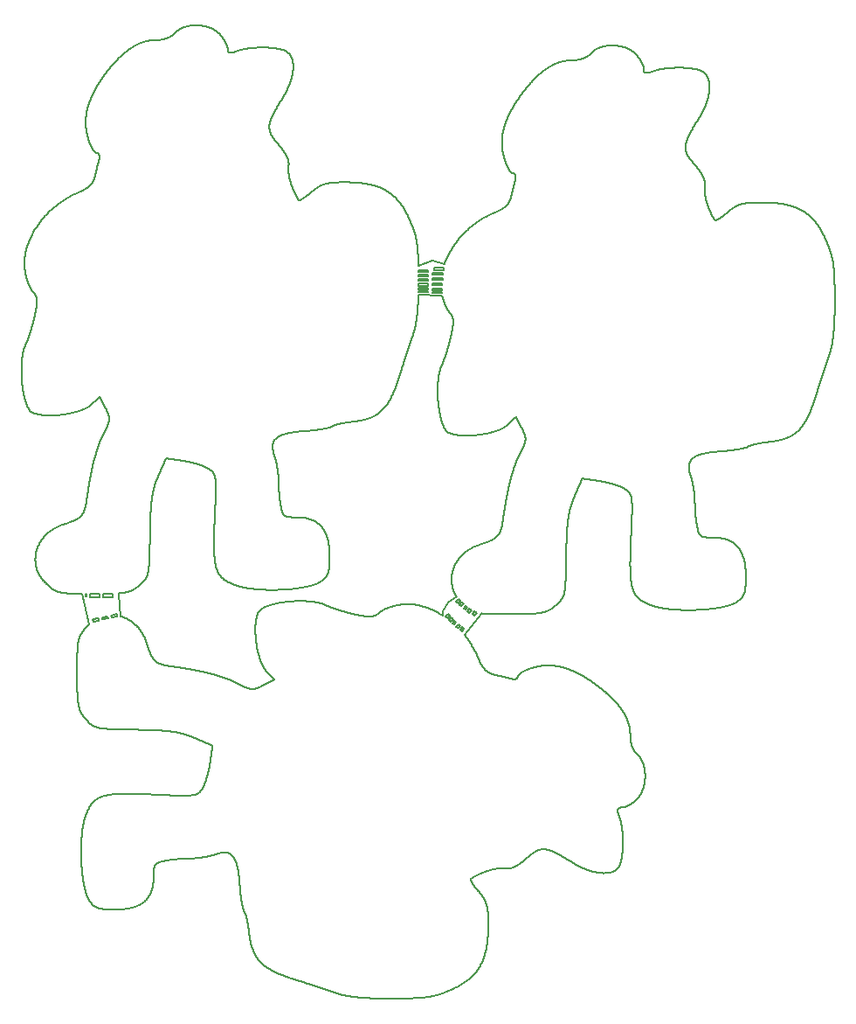
<source format=gbr>
G04 #@! TF.GenerationSoftware,KiCad,Pcbnew,(5.0.0-3-g5ebb6b6)*
G04 #@! TF.CreationDate,2019-09-09T21:31:56-07:00*
G04 #@! TF.ProjectId,panelizedpetr002,70616E656C697A656470657472303032,rev?*
G04 #@! TF.SameCoordinates,Original*
G04 #@! TF.FileFunction,Profile,NP*
%FSLAX46Y46*%
G04 Gerber Fmt 4.6, Leading zero omitted, Abs format (unit mm)*
G04 Created by KiCad (PCBNEW (5.0.0-3-g5ebb6b6)) date Monday, September 09, 2019 at 09:31:56 PM*
%MOMM*%
%LPD*%
G01*
G04 APERTURE LIST*
%ADD10C,0.150000*%
%ADD11C,0.200000*%
G04 APERTURE END LIST*
D10*
X65176400Y-95300800D02*
X64617600Y-95402400D01*
X64617600Y-95402400D02*
X64566800Y-95173800D01*
X64566800Y-95173800D02*
X65151000Y-95072200D01*
X65151000Y-95072200D02*
X65176400Y-95275400D01*
X66065400Y-95097600D02*
X65506600Y-95199200D01*
X65506600Y-95199200D02*
X65455800Y-94970600D01*
X65455800Y-94970600D02*
X66040000Y-94869000D01*
X66040000Y-94869000D02*
X66065400Y-95072200D01*
X66929000Y-94691200D02*
X66954400Y-94894400D01*
X66344800Y-94792800D02*
X66929000Y-94691200D01*
X66395600Y-95021400D02*
X66344800Y-94792800D01*
X66954400Y-94919800D02*
X66395600Y-95021400D01*
X63855600Y-92989400D02*
X63855600Y-92684600D01*
X63957200Y-92989400D02*
X63855600Y-92989400D01*
X63957200Y-92684600D02*
X63957200Y-92989400D01*
X63855600Y-92684600D02*
X63957200Y-92684600D01*
X66548000Y-92684600D02*
X66548000Y-93014800D01*
X65582800Y-92684600D02*
X66548000Y-92684600D01*
X66548000Y-93014800D02*
X65582800Y-93014800D01*
X65582800Y-93014800D02*
X65582800Y-92684600D01*
X64287400Y-93014800D02*
X64287400Y-92684600D01*
X65252600Y-93014800D02*
X64287400Y-93014800D01*
X65252600Y-92684600D02*
X65252600Y-93014800D01*
X64287400Y-92684600D02*
X65252600Y-92684600D01*
D11*
X64236600Y-95631000D02*
X63525400Y-92710000D01*
X67259200Y-94869000D02*
X67106800Y-92684600D01*
D10*
X97472500Y-63563500D02*
X97472500Y-63500000D01*
X98425000Y-63563500D02*
X97472500Y-63563500D01*
X98425000Y-63500000D02*
X98425000Y-63563500D01*
X97472500Y-63500000D02*
X98425000Y-63500000D01*
X96139000Y-63500000D02*
X96139000Y-63436500D01*
X97091500Y-63500000D02*
X96139000Y-63500000D01*
X97091500Y-63436500D02*
X97091500Y-63500000D01*
X96139000Y-63436500D02*
X97091500Y-63436500D01*
X100203000Y-96202500D02*
X100393500Y-95948500D01*
X100393500Y-96329500D02*
X100203000Y-96202500D01*
X100584000Y-96075500D02*
X100393500Y-96329500D01*
X100393500Y-95948500D02*
X100584000Y-96075500D01*
X100203000Y-95758000D02*
X100012500Y-96012000D01*
X100012500Y-95631000D02*
X100203000Y-95758000D01*
X100012500Y-96012000D02*
X99822000Y-95885000D01*
X99822000Y-95885000D02*
X100012500Y-95631000D01*
X99631500Y-95694500D02*
X99441000Y-95567500D01*
X99822000Y-95440500D02*
X99631500Y-95694500D01*
X99441000Y-95567500D02*
X99631500Y-95313500D01*
X99631500Y-95313500D02*
X99822000Y-95440500D01*
X99314000Y-95377000D02*
X99123500Y-95250000D01*
X99504500Y-95123000D02*
X99314000Y-95377000D01*
X99314000Y-94996000D02*
X99504500Y-95123000D01*
X99123500Y-95250000D02*
X99314000Y-94996000D01*
X99187000Y-94805500D02*
X98996500Y-95059500D01*
X98996500Y-95059500D02*
X98806000Y-94932500D01*
X98996500Y-94678500D02*
X99187000Y-94805500D01*
X98806000Y-94932500D02*
X98996500Y-94678500D01*
X101790500Y-94551500D02*
X101600000Y-94805500D01*
X101600000Y-94805500D02*
X101409500Y-94678500D01*
X101600000Y-94424500D02*
X101790500Y-94551500D01*
X101409500Y-94678500D02*
X101600000Y-94424500D01*
X101092000Y-94551500D02*
X100901500Y-94424500D01*
X101092000Y-94170500D02*
X101282500Y-94297500D01*
X100901500Y-94424500D02*
X101092000Y-94170500D01*
X101282500Y-94297500D02*
X101092000Y-94551500D01*
X100901500Y-93980000D02*
X100711000Y-94234000D01*
X100711000Y-94234000D02*
X100520500Y-94107000D01*
X100711000Y-93853000D02*
X100901500Y-93980000D01*
X100520500Y-94107000D02*
X100711000Y-93853000D01*
X100520500Y-93662500D02*
X100330000Y-93916500D01*
X100330000Y-93535500D02*
X100520500Y-93662500D01*
X100139500Y-93789500D02*
X100330000Y-93535500D01*
X100330000Y-93916500D02*
X100139500Y-93789500D01*
X99822000Y-93472000D02*
X100012500Y-93218000D01*
X100012500Y-93599000D02*
X99822000Y-93472000D01*
X100203000Y-93345000D02*
X100012500Y-93599000D01*
X100012500Y-93218000D02*
X100203000Y-93345000D01*
X98425000Y-63119000D02*
X98425000Y-63309500D01*
X98425000Y-63309500D02*
X97472500Y-63309500D01*
X97472500Y-63309500D02*
X97472500Y-63119000D01*
X97472500Y-63119000D02*
X98425000Y-63119000D01*
X97472500Y-62801500D02*
X97472500Y-62611000D01*
X97472500Y-62611000D02*
X98425000Y-62611000D01*
X98425000Y-62611000D02*
X98425000Y-62801500D01*
X98425000Y-62801500D02*
X97472500Y-62801500D01*
X98488500Y-62103000D02*
X98488500Y-62293500D01*
X97536000Y-62103000D02*
X98488500Y-62103000D01*
X98488500Y-62293500D02*
X97536000Y-62293500D01*
X97536000Y-62293500D02*
X97536000Y-62103000D01*
X98488500Y-61785500D02*
X97536000Y-61785500D01*
X97536000Y-61785500D02*
X97536000Y-61595000D01*
X97536000Y-61595000D02*
X98488500Y-61595000D01*
X98488500Y-61595000D02*
X98488500Y-61785500D01*
X98615500Y-61150500D02*
X98615500Y-61341000D01*
X97663000Y-61341000D02*
X97663000Y-61150500D01*
X98615500Y-61341000D02*
X97663000Y-61341000D01*
X97663000Y-61150500D02*
X98615500Y-61150500D01*
X96139000Y-63246000D02*
X96139000Y-63055500D01*
X96139000Y-63055500D02*
X97091500Y-63055500D01*
X97091500Y-63246000D02*
X96139000Y-63246000D01*
X97091500Y-63055500D02*
X97091500Y-63246000D01*
X97091500Y-62865000D02*
X96139000Y-62865000D01*
X97091500Y-62674500D02*
X97091500Y-62865000D01*
X96139000Y-62865000D02*
X96139000Y-62674500D01*
X96139000Y-62674500D02*
X97091500Y-62674500D01*
X96139000Y-62230000D02*
X97091500Y-62230000D01*
X96139000Y-62420500D02*
X96139000Y-62230000D01*
X97091500Y-62230000D02*
X97091500Y-62420500D01*
X97091500Y-62420500D02*
X96139000Y-62420500D01*
X97091500Y-61976000D02*
X96139000Y-61976000D01*
X96139000Y-61785500D02*
X97091500Y-61785500D01*
X97091500Y-61785500D02*
X97091500Y-61976000D01*
X96139000Y-61976000D02*
X96139000Y-61785500D01*
X96139000Y-61531500D02*
X96139000Y-61341000D01*
X97091500Y-61531500D02*
X96139000Y-61531500D01*
X97091500Y-61341000D02*
X97091500Y-61531500D01*
X96139000Y-61341000D02*
X97091500Y-61341000D01*
X102235000Y-94615000D02*
X100647500Y-96710500D01*
X98539300Y-94805500D02*
X98158300Y-94653100D01*
X98552000Y-94424500D02*
X98539300Y-94805500D01*
X99047300Y-93548200D02*
X98552000Y-94424500D01*
X99847400Y-93002100D02*
X99047300Y-93548200D01*
D11*
X98450400Y-63804800D02*
X96139000Y-63779400D01*
X97497900Y-60477400D02*
X96126300Y-60934600D01*
X98653600Y-60782200D02*
X97497900Y-60477400D01*
X96082000Y-64915300D02*
X96078000Y-64976300D01*
X96086000Y-64854300D02*
X96082000Y-64915300D01*
X96090000Y-64792300D02*
X96086000Y-64854300D01*
X96029000Y-65554300D02*
X96023000Y-65609300D01*
X96034000Y-65498300D02*
X96029000Y-65554300D01*
X96040000Y-65442300D02*
X96034000Y-65498300D01*
X96045000Y-65386300D02*
X96040000Y-65442300D01*
X96050000Y-65329300D02*
X96045000Y-65386300D01*
X96075000Y-59467300D02*
X96080000Y-59529300D01*
X96070000Y-59405300D02*
X96075000Y-59467300D01*
X96065000Y-59345300D02*
X96070000Y-59405300D01*
X96060000Y-59285300D02*
X96065000Y-59345300D01*
X96097000Y-59788300D02*
X96101000Y-59855300D01*
X96093000Y-59722300D02*
X96097000Y-59788300D01*
X96089000Y-59656300D02*
X96093000Y-59722300D01*
X96085000Y-59592300D02*
X96089000Y-59656300D01*
X96080000Y-59529300D02*
X96085000Y-59592300D01*
X96120000Y-60282300D02*
X96123000Y-60357300D01*
X96118000Y-60208300D02*
X96120000Y-60282300D01*
X96115000Y-60135300D02*
X96118000Y-60208300D01*
X96111000Y-60063300D02*
X96115000Y-60135300D01*
X96108000Y-59993300D02*
X96111000Y-60063300D01*
X96105000Y-59923300D02*
X96108000Y-59993300D01*
X96101000Y-59855300D02*
X96105000Y-59923300D01*
X96134000Y-60752300D02*
X96136000Y-60835300D01*
X96132000Y-60670300D02*
X96134000Y-60752300D01*
X96130000Y-60590300D02*
X96132000Y-60670300D01*
X96128000Y-60511300D02*
X96130000Y-60590300D01*
X96126000Y-60433300D02*
X96128000Y-60511300D01*
X96123000Y-60357300D02*
X96126000Y-60433300D01*
X96136000Y-60835300D02*
X96138000Y-60919300D01*
X96094000Y-64730300D02*
X96090000Y-64792300D01*
X96098000Y-64667300D02*
X96094000Y-64730300D01*
X96101000Y-64603300D02*
X96098000Y-64667300D01*
X96105000Y-64539300D02*
X96101000Y-64603300D01*
X96108000Y-64475300D02*
X96105000Y-64539300D01*
X96111000Y-64409300D02*
X96108000Y-64475300D01*
X96115000Y-64344300D02*
X96111000Y-64409300D01*
X96117000Y-64277300D02*
X96115000Y-64344300D01*
X96120000Y-64210300D02*
X96117000Y-64277300D01*
X96123000Y-64143300D02*
X96120000Y-64210300D01*
X96126000Y-64074300D02*
X96123000Y-64143300D01*
X96128000Y-64006300D02*
X96126000Y-64074300D01*
X96130000Y-63936300D02*
X96128000Y-64006300D01*
X96133000Y-63866300D02*
X96130000Y-63936300D01*
X96135000Y-63796300D02*
X96133000Y-63866300D01*
X96069000Y-65096300D02*
X96065000Y-65155300D01*
X96074000Y-65036300D02*
X96069000Y-65096300D01*
X96078000Y-64976300D02*
X96074000Y-65036300D01*
X96055000Y-65272300D02*
X96050000Y-65329300D01*
X96060000Y-65214300D02*
X96055000Y-65272300D01*
X96065000Y-65155300D02*
X96060000Y-65214300D01*
X96005000Y-65770300D02*
X95999000Y-65823300D01*
X96011000Y-65717300D02*
X96005000Y-65770300D01*
X96017000Y-65663300D02*
X96011000Y-65717300D01*
X96023000Y-65609300D02*
X96017000Y-65663300D01*
X95138000Y-69031300D02*
X95123000Y-69075300D01*
X95152000Y-68987300D02*
X95138000Y-69031300D01*
X95167000Y-68943300D02*
X95152000Y-68987300D01*
X95181000Y-68900300D02*
X95167000Y-68943300D01*
X95196000Y-68856300D02*
X95181000Y-68900300D01*
X95210000Y-68814300D02*
X95196000Y-68856300D01*
X95224000Y-68771300D02*
X95210000Y-68814300D01*
X95239000Y-68729300D02*
X95224000Y-68771300D01*
X95253000Y-68687300D02*
X95239000Y-68729300D01*
X95266000Y-68646300D02*
X95253000Y-68687300D01*
X95280000Y-68605300D02*
X95266000Y-68646300D01*
X95294000Y-68564300D02*
X95280000Y-68605300D01*
X95308000Y-68524300D02*
X95294000Y-68564300D01*
X95321000Y-68484300D02*
X95308000Y-68524300D01*
X95334000Y-68445300D02*
X95321000Y-68484300D01*
X95348000Y-68406300D02*
X95334000Y-68445300D01*
X95361000Y-68367300D02*
X95348000Y-68406300D01*
X95374000Y-68329300D02*
X95361000Y-68367300D01*
X95387000Y-68291300D02*
X95374000Y-68329300D01*
X95399000Y-68254300D02*
X95387000Y-68291300D01*
X95412000Y-68217300D02*
X95399000Y-68254300D01*
X95424000Y-68181300D02*
X95412000Y-68217300D01*
X95437000Y-68145300D02*
X95424000Y-68181300D01*
X95449000Y-68110300D02*
X95437000Y-68145300D01*
X95461000Y-68075300D02*
X95449000Y-68110300D01*
X95473000Y-68041300D02*
X95461000Y-68075300D01*
X95485000Y-68007300D02*
X95473000Y-68041300D01*
X95496000Y-67974300D02*
X95485000Y-68007300D01*
X95507000Y-67941300D02*
X95496000Y-67974300D01*
X95519000Y-67909300D02*
X95507000Y-67941300D01*
X95530000Y-67877300D02*
X95519000Y-67909300D01*
X95541000Y-67846300D02*
X95530000Y-67877300D01*
X95551000Y-67816300D02*
X95541000Y-67846300D01*
X95562000Y-67786300D02*
X95551000Y-67816300D01*
X95572000Y-67757300D02*
X95562000Y-67786300D01*
X95582000Y-67728300D02*
X95572000Y-67757300D01*
X95592000Y-67700300D02*
X95582000Y-67728300D01*
X95602000Y-67672300D02*
X95592000Y-67700300D01*
X95615000Y-67637300D02*
X95602000Y-67672300D01*
X95627000Y-67602300D02*
X95615000Y-67637300D01*
X95639000Y-67567300D02*
X95627000Y-67602300D01*
X95650000Y-67531300D02*
X95639000Y-67567300D01*
X95662000Y-67495300D02*
X95650000Y-67531300D01*
X95674000Y-67459300D02*
X95662000Y-67495300D01*
X95685000Y-67422300D02*
X95674000Y-67459300D01*
X95696000Y-67385300D02*
X95685000Y-67422300D01*
X95707000Y-67347300D02*
X95696000Y-67385300D01*
X95718000Y-67309300D02*
X95707000Y-67347300D01*
X95729000Y-67271300D02*
X95718000Y-67309300D01*
X95739000Y-67232300D02*
X95729000Y-67271300D01*
X95750000Y-67193300D02*
X95739000Y-67232300D01*
X95760000Y-67154300D02*
X95750000Y-67193300D01*
X95770000Y-67114300D02*
X95760000Y-67154300D01*
X95781000Y-67074300D02*
X95770000Y-67114300D01*
X95790000Y-67033300D02*
X95781000Y-67074300D01*
X95800000Y-66992300D02*
X95790000Y-67033300D01*
X95810000Y-66950300D02*
X95800000Y-66992300D01*
X95819000Y-66908300D02*
X95810000Y-66950300D01*
X95829000Y-66866300D02*
X95819000Y-66908300D01*
X95838000Y-66823300D02*
X95829000Y-66866300D01*
X95847000Y-66780300D02*
X95838000Y-66823300D01*
X95856000Y-66737300D02*
X95847000Y-66780300D01*
X95865000Y-66693300D02*
X95856000Y-66737300D01*
X95873000Y-66648300D02*
X95865000Y-66693300D01*
X95882000Y-66603300D02*
X95873000Y-66648300D01*
X95890000Y-66558300D02*
X95882000Y-66603300D01*
X95898000Y-66512300D02*
X95890000Y-66558300D01*
X95906000Y-66466300D02*
X95898000Y-66512300D01*
X95914000Y-66419300D02*
X95906000Y-66466300D01*
X95922000Y-66372300D02*
X95914000Y-66419300D01*
X95930000Y-66325300D02*
X95922000Y-66372300D01*
X95937000Y-66277300D02*
X95930000Y-66325300D01*
X95945000Y-66228300D02*
X95937000Y-66277300D01*
X95952000Y-66179300D02*
X95945000Y-66228300D01*
X95959000Y-66130300D02*
X95952000Y-66179300D01*
X95966000Y-66080300D02*
X95959000Y-66130300D01*
X95973000Y-66029300D02*
X95966000Y-66080300D01*
X95980000Y-65979300D02*
X95973000Y-66029300D01*
X95986000Y-65927300D02*
X95980000Y-65979300D01*
X95993000Y-65875300D02*
X95986000Y-65927300D01*
X95999000Y-65823300D02*
X95993000Y-65875300D01*
X96054000Y-59226300D02*
X96060000Y-59285300D01*
X96049000Y-59168300D02*
X96054000Y-59226300D01*
X96043000Y-59111300D02*
X96049000Y-59168300D01*
X96036000Y-59054300D02*
X96043000Y-59111300D01*
X96030000Y-58999300D02*
X96036000Y-59054300D01*
X96023000Y-58944300D02*
X96030000Y-58999300D01*
X96016000Y-58889300D02*
X96023000Y-58944300D01*
X96009000Y-58835300D02*
X96016000Y-58889300D01*
X96002000Y-58782300D02*
X96009000Y-58835300D01*
X95994000Y-58730300D02*
X96002000Y-58782300D01*
X95986000Y-58678300D02*
X95994000Y-58730300D01*
X95978000Y-58626300D02*
X95986000Y-58678300D01*
X95969000Y-58575300D02*
X95978000Y-58626300D01*
X95961000Y-58525300D02*
X95969000Y-58575300D01*
X95952000Y-58475300D02*
X95961000Y-58525300D01*
X95942000Y-58426300D02*
X95952000Y-58475300D01*
X95933000Y-58376300D02*
X95942000Y-58426300D01*
X95923000Y-58328300D02*
X95933000Y-58376300D01*
X95913000Y-58279300D02*
X95923000Y-58328300D01*
X95902000Y-58231300D02*
X95913000Y-58279300D01*
X95892000Y-58184300D02*
X95902000Y-58231300D01*
X95881000Y-58136300D02*
X95892000Y-58184300D01*
X95869000Y-58089300D02*
X95881000Y-58136300D01*
X95858000Y-58042300D02*
X95869000Y-58089300D01*
X95846000Y-57996300D02*
X95858000Y-58042300D01*
X95834000Y-57949300D02*
X95846000Y-57996300D01*
X95821000Y-57903300D02*
X95834000Y-57949300D01*
X95808000Y-57857300D02*
X95821000Y-57903300D01*
X95795000Y-57810300D02*
X95808000Y-57857300D01*
X95781000Y-57764300D02*
X95795000Y-57810300D01*
X95768000Y-57718300D02*
X95781000Y-57764300D01*
X95753000Y-57673300D02*
X95768000Y-57718300D01*
X95739000Y-57627300D02*
X95753000Y-57673300D01*
X95724000Y-57581300D02*
X95739000Y-57627300D01*
X95708000Y-57535300D02*
X95724000Y-57581300D01*
X95693000Y-57489300D02*
X95708000Y-57535300D01*
X95677000Y-57442300D02*
X95693000Y-57489300D01*
X95660000Y-57396300D02*
X95677000Y-57442300D01*
X95644000Y-57350300D02*
X95660000Y-57396300D01*
X95627000Y-57303300D02*
X95644000Y-57350300D01*
X95609000Y-57256300D02*
X95627000Y-57303300D01*
X95591000Y-57209300D02*
X95609000Y-57256300D01*
X95573000Y-57162300D02*
X95591000Y-57209300D01*
X95554000Y-57114300D02*
X95573000Y-57162300D01*
X95535000Y-57066300D02*
X95554000Y-57114300D01*
X95516000Y-57018300D02*
X95535000Y-57066300D01*
X95496000Y-56969300D02*
X95516000Y-57018300D01*
X95476000Y-56920300D02*
X95496000Y-56969300D01*
X95455000Y-56871300D02*
X95476000Y-56920300D01*
X95434000Y-56821300D02*
X95455000Y-56871300D01*
X95412000Y-56771300D02*
X95434000Y-56821300D01*
X95390000Y-56720300D02*
X95412000Y-56771300D01*
X95368000Y-56669300D02*
X95390000Y-56720300D01*
X95345000Y-56617300D02*
X95368000Y-56669300D01*
X95322000Y-56565300D02*
X95345000Y-56617300D01*
X95298000Y-56512300D02*
X95322000Y-56565300D01*
X95274000Y-56458300D02*
X95298000Y-56512300D01*
X95250000Y-56404300D02*
X95274000Y-56458300D01*
X95225000Y-56349300D02*
X95250000Y-56404300D01*
X95199000Y-56293300D02*
X95225000Y-56349300D01*
X95164000Y-56218300D02*
X95199000Y-56293300D01*
X95128000Y-56141300D02*
X95164000Y-56218300D01*
X95091000Y-56066300D02*
X95128000Y-56141300D01*
X95054000Y-55991300D02*
X95091000Y-56066300D01*
X95017000Y-55917300D02*
X95054000Y-55991300D01*
X94979000Y-55845300D02*
X95017000Y-55917300D01*
X94941000Y-55773300D02*
X94979000Y-55845300D01*
X94903000Y-55702300D02*
X94941000Y-55773300D01*
X94864000Y-55633300D02*
X94903000Y-55702300D01*
X94825000Y-55564300D02*
X94864000Y-55633300D01*
X94786000Y-55497300D02*
X94825000Y-55564300D01*
X94746000Y-55430300D02*
X94786000Y-55497300D01*
X94706000Y-55364300D02*
X94746000Y-55430300D01*
X94665000Y-55300300D02*
X94706000Y-55364300D01*
X94624000Y-55236300D02*
X94665000Y-55300300D01*
X94583000Y-55174300D02*
X94624000Y-55236300D01*
X94541000Y-55112300D02*
X94583000Y-55174300D01*
X94499000Y-55051300D02*
X94541000Y-55112300D01*
X94456000Y-54991300D02*
X94499000Y-55051300D01*
X94413000Y-54932300D02*
X94456000Y-54991300D01*
X94369000Y-54874300D02*
X94413000Y-54932300D01*
X94325000Y-54818300D02*
X94369000Y-54874300D01*
X94281000Y-54761300D02*
X94325000Y-54818300D01*
X94236000Y-54706300D02*
X94281000Y-54761300D01*
X94190000Y-54652300D02*
X94236000Y-54706300D01*
X94144000Y-54599300D02*
X94190000Y-54652300D01*
X94097000Y-54547300D02*
X94144000Y-54599300D01*
X94050000Y-54495300D02*
X94097000Y-54547300D01*
X94003000Y-54445300D02*
X94050000Y-54495300D01*
X93954000Y-54395300D02*
X94003000Y-54445300D01*
X93906000Y-54346300D02*
X93954000Y-54395300D01*
X93856000Y-54299300D02*
X93906000Y-54346300D01*
X93806000Y-54252300D02*
X93856000Y-54299300D01*
X93756000Y-54206300D02*
X93806000Y-54252300D01*
X93705000Y-54160300D02*
X93756000Y-54206300D01*
X93653000Y-54116300D02*
X93705000Y-54160300D01*
X93601000Y-54073300D02*
X93653000Y-54116300D01*
X93548000Y-54030300D02*
X93601000Y-54073300D01*
X93495000Y-53988300D02*
X93548000Y-54030300D01*
X93441000Y-53948300D02*
X93495000Y-53988300D01*
X93386000Y-53907300D02*
X93441000Y-53948300D01*
X93330000Y-53868300D02*
X93386000Y-53907300D01*
X93274000Y-53830300D02*
X93330000Y-53868300D01*
X93218000Y-53792300D02*
X93274000Y-53830300D01*
X93160000Y-53756300D02*
X93218000Y-53792300D01*
X93102000Y-53720300D02*
X93160000Y-53756300D01*
X93043000Y-53685300D02*
X93102000Y-53720300D01*
X92984000Y-53651300D02*
X93043000Y-53685300D01*
X92924000Y-53617300D02*
X92984000Y-53651300D01*
X92863000Y-53585300D02*
X92924000Y-53617300D01*
X92801000Y-53553300D02*
X92863000Y-53585300D01*
X92739000Y-53522300D02*
X92801000Y-53553300D01*
X92676000Y-53492300D02*
X92739000Y-53522300D01*
X92612000Y-53462300D02*
X92676000Y-53492300D01*
X92547000Y-53433300D02*
X92612000Y-53462300D01*
X92482000Y-53406300D02*
X92547000Y-53433300D01*
X92415000Y-53378300D02*
X92482000Y-53406300D01*
X92348000Y-53352300D02*
X92415000Y-53378300D01*
X92281000Y-53326300D02*
X92348000Y-53352300D01*
X92212000Y-53302300D02*
X92281000Y-53326300D01*
X92142000Y-53277300D02*
X92212000Y-53302300D01*
X92072000Y-53254300D02*
X92142000Y-53277300D01*
X92001000Y-53231300D02*
X92072000Y-53254300D01*
X91929000Y-53210300D02*
X92001000Y-53231300D01*
X91856000Y-53188300D02*
X91929000Y-53210300D01*
X91783000Y-53168300D02*
X91856000Y-53188300D01*
X91708000Y-53148300D02*
X91783000Y-53168300D01*
X91633000Y-53129300D02*
X91708000Y-53148300D01*
X91556000Y-53111300D02*
X91633000Y-53129300D01*
X91479000Y-53093300D02*
X91556000Y-53111300D01*
X91401000Y-53076300D02*
X91479000Y-53093300D01*
X91322000Y-53060300D02*
X91401000Y-53076300D01*
X91242000Y-53045300D02*
X91322000Y-53060300D01*
X91161000Y-53030300D02*
X91242000Y-53045300D01*
X91079000Y-53016300D02*
X91161000Y-53030300D01*
X90997000Y-53002300D02*
X91079000Y-53016300D01*
X90913000Y-52989300D02*
X90997000Y-53002300D01*
X90828000Y-52977300D02*
X90913000Y-52989300D01*
X90742000Y-52966300D02*
X90828000Y-52977300D01*
X90656000Y-52955300D02*
X90742000Y-52966300D01*
X90568000Y-52945300D02*
X90656000Y-52955300D01*
X90479000Y-52935300D02*
X90568000Y-52945300D01*
X90390000Y-52926300D02*
X90479000Y-52935300D01*
X90299000Y-52918300D02*
X90390000Y-52926300D01*
X90207000Y-52910300D02*
X90299000Y-52918300D01*
X90114000Y-52903300D02*
X90207000Y-52910300D01*
X90020000Y-52897300D02*
X90114000Y-52903300D01*
X89925000Y-52891300D02*
X90020000Y-52897300D01*
X89829000Y-52886300D02*
X89925000Y-52891300D01*
X89732000Y-52881300D02*
X89829000Y-52886300D01*
X89634000Y-52877300D02*
X89732000Y-52881300D01*
X89535000Y-52874300D02*
X89634000Y-52877300D01*
X89435000Y-52871300D02*
X89535000Y-52874300D01*
X89333000Y-52869300D02*
X89435000Y-52871300D01*
X89231000Y-52867300D02*
X89333000Y-52869300D01*
X89127000Y-52866300D02*
X89231000Y-52867300D01*
X89036000Y-52866300D02*
X89127000Y-52866300D01*
X88979000Y-52865300D02*
X89036000Y-52866300D01*
X88924000Y-52865300D02*
X88979000Y-52865300D01*
X88869000Y-52866300D02*
X88924000Y-52865300D01*
X88815000Y-52866300D02*
X88869000Y-52866300D01*
X88762000Y-52866300D02*
X88815000Y-52866300D01*
X88709000Y-52866300D02*
X88762000Y-52866300D01*
X88657000Y-52867300D02*
X88709000Y-52866300D01*
X88607000Y-52868300D02*
X88657000Y-52867300D01*
X88556000Y-52868300D02*
X88607000Y-52868300D01*
X88507000Y-52869300D02*
X88556000Y-52868300D01*
X88458000Y-52870300D02*
X88507000Y-52869300D01*
X88411000Y-52871300D02*
X88458000Y-52870300D01*
X88363000Y-52873300D02*
X88411000Y-52871300D01*
X88317000Y-52874300D02*
X88363000Y-52873300D01*
X88271000Y-52876300D02*
X88317000Y-52874300D01*
X88226000Y-52877300D02*
X88271000Y-52876300D01*
X88182000Y-52879300D02*
X88226000Y-52877300D01*
X88138000Y-52881300D02*
X88182000Y-52879300D01*
X88095000Y-52883300D02*
X88138000Y-52881300D01*
X88052000Y-52886300D02*
X88095000Y-52883300D01*
X88010000Y-52888300D02*
X88052000Y-52886300D01*
X87969000Y-52891300D02*
X88010000Y-52888300D01*
X87928000Y-52894300D02*
X87969000Y-52891300D01*
X87888000Y-52897300D02*
X87928000Y-52894300D01*
X87849000Y-52900300D02*
X87888000Y-52897300D01*
X87810000Y-52903300D02*
X87849000Y-52900300D01*
X87771000Y-52907300D02*
X87810000Y-52903300D01*
X87734000Y-52910300D02*
X87771000Y-52907300D01*
X87696000Y-52914300D02*
X87734000Y-52910300D01*
X87659000Y-52918300D02*
X87696000Y-52914300D01*
X87623000Y-52923300D02*
X87659000Y-52918300D01*
X87587000Y-52927300D02*
X87623000Y-52923300D01*
X87552000Y-52932300D02*
X87587000Y-52927300D01*
X87517000Y-52937300D02*
X87552000Y-52932300D01*
X87483000Y-52942300D02*
X87517000Y-52937300D01*
X87449000Y-52947300D02*
X87483000Y-52942300D01*
X87415000Y-52953300D02*
X87449000Y-52947300D01*
X87382000Y-52958300D02*
X87415000Y-52953300D01*
X87350000Y-52964300D02*
X87382000Y-52958300D01*
X87317000Y-52971300D02*
X87350000Y-52964300D01*
X87285000Y-52977300D02*
X87317000Y-52971300D01*
X87254000Y-52984300D02*
X87285000Y-52977300D01*
X87223000Y-52990300D02*
X87254000Y-52984300D01*
X87192000Y-52998300D02*
X87223000Y-52990300D01*
X87161000Y-53005300D02*
X87192000Y-52998300D01*
X87131000Y-53013300D02*
X87161000Y-53005300D01*
X87101000Y-53020300D02*
X87131000Y-53013300D01*
X87072000Y-53028300D02*
X87101000Y-53020300D01*
X87043000Y-53037300D02*
X87072000Y-53028300D01*
X87014000Y-53045300D02*
X87043000Y-53037300D01*
X86985000Y-53054300D02*
X87014000Y-53045300D01*
X86957000Y-53063300D02*
X86985000Y-53054300D01*
X86928000Y-53073300D02*
X86957000Y-53063300D01*
X86900000Y-53083300D02*
X86928000Y-53073300D01*
X86873000Y-53092300D02*
X86900000Y-53083300D01*
X86845000Y-53103300D02*
X86873000Y-53092300D01*
X86818000Y-53113300D02*
X86845000Y-53103300D01*
X86791000Y-53124300D02*
X86818000Y-53113300D01*
X86764000Y-53135300D02*
X86791000Y-53124300D01*
X86737000Y-53146300D02*
X86764000Y-53135300D01*
X86710000Y-53158300D02*
X86737000Y-53146300D01*
X86684000Y-53170300D02*
X86710000Y-53158300D01*
X86658000Y-53182300D02*
X86684000Y-53170300D01*
X86631000Y-53195300D02*
X86658000Y-53182300D01*
X86605000Y-53208300D02*
X86631000Y-53195300D01*
X86579000Y-53221300D02*
X86605000Y-53208300D01*
X86553000Y-53234300D02*
X86579000Y-53221300D01*
X86527000Y-53248300D02*
X86553000Y-53234300D01*
X86501000Y-53262300D02*
X86527000Y-53248300D01*
X86476000Y-53277300D02*
X86501000Y-53262300D01*
X86450000Y-53291300D02*
X86476000Y-53277300D01*
X86424000Y-53307300D02*
X86450000Y-53291300D01*
X86398000Y-53322300D02*
X86424000Y-53307300D01*
X86373000Y-53338300D02*
X86398000Y-53322300D01*
X86347000Y-53354300D02*
X86373000Y-53338300D01*
X86321000Y-53370300D02*
X86347000Y-53354300D01*
X86295000Y-53387300D02*
X86321000Y-53370300D01*
X86270000Y-53404300D02*
X86295000Y-53387300D01*
X86244000Y-53422300D02*
X86270000Y-53404300D01*
X86218000Y-53440300D02*
X86244000Y-53422300D01*
X86192000Y-53458300D02*
X86218000Y-53440300D01*
X86166000Y-53476300D02*
X86192000Y-53458300D01*
X86139000Y-53495300D02*
X86166000Y-53476300D01*
X86113000Y-53515300D02*
X86139000Y-53495300D01*
X86087000Y-53534300D02*
X86113000Y-53515300D01*
X86060000Y-53554300D02*
X86087000Y-53534300D01*
X86033000Y-53575300D02*
X86060000Y-53554300D01*
X86006000Y-53596300D02*
X86033000Y-53575300D01*
X85979000Y-53617300D02*
X86006000Y-53596300D01*
X85952000Y-53638300D02*
X85979000Y-53617300D01*
X85924000Y-53660300D02*
X85952000Y-53638300D01*
X85896000Y-53683300D02*
X85924000Y-53660300D01*
X85868000Y-53706300D02*
X85896000Y-53683300D01*
X85840000Y-53729300D02*
X85868000Y-53706300D01*
X85812000Y-53752300D02*
X85840000Y-53729300D01*
X85783000Y-53776300D02*
X85812000Y-53752300D01*
X85761000Y-53795300D02*
X85783000Y-53776300D01*
X85743000Y-53810300D02*
X85761000Y-53795300D01*
X85724000Y-53826300D02*
X85743000Y-53810300D01*
X85705000Y-53841300D02*
X85724000Y-53826300D01*
X85687000Y-53857300D02*
X85705000Y-53841300D01*
X85668000Y-53872300D02*
X85687000Y-53857300D01*
X85650000Y-53887300D02*
X85668000Y-53872300D01*
X85631000Y-53902300D02*
X85650000Y-53887300D01*
X85613000Y-53917300D02*
X85631000Y-53902300D01*
X85594000Y-53932300D02*
X85613000Y-53917300D01*
X85576000Y-53947300D02*
X85594000Y-53932300D01*
X85558000Y-53961300D02*
X85576000Y-53947300D01*
X85540000Y-53976300D02*
X85558000Y-53961300D01*
X85522000Y-53990300D02*
X85540000Y-53976300D01*
X85504000Y-54005300D02*
X85522000Y-53990300D01*
X85486000Y-54019300D02*
X85504000Y-54005300D01*
X85468000Y-54033300D02*
X85486000Y-54019300D01*
X85451000Y-54047300D02*
X85468000Y-54033300D01*
X85433000Y-54060300D02*
X85451000Y-54047300D01*
X85415000Y-54074300D02*
X85433000Y-54060300D01*
X85398000Y-54087300D02*
X85415000Y-54074300D01*
X85381000Y-54101300D02*
X85398000Y-54087300D01*
X85364000Y-54114300D02*
X85381000Y-54101300D01*
X85346000Y-54127300D02*
X85364000Y-54114300D01*
X85329000Y-54140300D02*
X85346000Y-54127300D01*
X85312000Y-54153300D02*
X85329000Y-54140300D01*
X85296000Y-54165300D02*
X85312000Y-54153300D01*
X85279000Y-54178300D02*
X85296000Y-54165300D01*
X85262000Y-54190300D02*
X85279000Y-54178300D01*
X85246000Y-54202300D02*
X85262000Y-54190300D01*
X85230000Y-54214300D02*
X85246000Y-54202300D01*
X85214000Y-54226300D02*
X85230000Y-54214300D01*
X85197000Y-54238300D02*
X85214000Y-54226300D01*
X85182000Y-54249300D02*
X85197000Y-54238300D01*
X85166000Y-54261300D02*
X85182000Y-54249300D01*
X85150000Y-54272300D02*
X85166000Y-54261300D01*
X85135000Y-54283300D02*
X85150000Y-54272300D01*
X85119000Y-54294300D02*
X85135000Y-54283300D01*
X85104000Y-54305300D02*
X85119000Y-54294300D01*
X85089000Y-54315300D02*
X85104000Y-54305300D01*
X85074000Y-54326300D02*
X85089000Y-54315300D01*
X85059000Y-54336300D02*
X85074000Y-54326300D01*
X85045000Y-54346300D02*
X85059000Y-54336300D01*
X85030000Y-54356300D02*
X85045000Y-54346300D01*
X85016000Y-54365300D02*
X85030000Y-54356300D01*
X85002000Y-54375300D02*
X85016000Y-54365300D01*
X84988000Y-54384300D02*
X85002000Y-54375300D01*
X84974000Y-54393300D02*
X84988000Y-54384300D01*
X84960000Y-54402300D02*
X84974000Y-54393300D01*
X84947000Y-54411300D02*
X84960000Y-54402300D01*
X84934000Y-54420300D02*
X84947000Y-54411300D01*
X84921000Y-54428300D02*
X84934000Y-54420300D01*
X84908000Y-54436300D02*
X84921000Y-54428300D01*
X84895000Y-54444300D02*
X84908000Y-54436300D01*
X84883000Y-54452300D02*
X84895000Y-54444300D01*
X84870000Y-54460300D02*
X84883000Y-54452300D01*
X84858000Y-54467300D02*
X84870000Y-54460300D01*
X84846000Y-54474300D02*
X84858000Y-54467300D01*
X84834000Y-54481300D02*
X84846000Y-54474300D01*
X84823000Y-54488300D02*
X84834000Y-54481300D01*
X84812000Y-54495300D02*
X84823000Y-54488300D01*
X84801000Y-54501300D02*
X84812000Y-54495300D01*
X84790000Y-54507300D02*
X84801000Y-54501300D01*
X84779000Y-54513300D02*
X84790000Y-54507300D01*
X84769000Y-54519300D02*
X84779000Y-54513300D01*
X84758000Y-54524300D02*
X84769000Y-54519300D01*
X84748000Y-54530300D02*
X84758000Y-54524300D01*
X84739000Y-54535300D02*
X84748000Y-54530300D01*
X84729000Y-54540300D02*
X84739000Y-54535300D01*
X84720000Y-54544300D02*
X84729000Y-54540300D01*
X84711000Y-54549300D02*
X84720000Y-54544300D01*
X84702000Y-54553300D02*
X84711000Y-54549300D01*
X84693000Y-54557300D02*
X84702000Y-54553300D01*
X84685000Y-54560300D02*
X84693000Y-54557300D01*
X84677000Y-54564300D02*
X84685000Y-54560300D01*
X84669000Y-54567300D02*
X84677000Y-54564300D01*
X84661000Y-54570300D02*
X84669000Y-54567300D01*
X84654000Y-54573300D02*
X84661000Y-54570300D01*
X84647000Y-54575300D02*
X84654000Y-54573300D01*
X84640000Y-54578300D02*
X84647000Y-54575300D01*
X84633000Y-54580300D02*
X84640000Y-54578300D01*
X84627000Y-54581300D02*
X84633000Y-54580300D01*
X84621000Y-54583300D02*
X84627000Y-54581300D01*
X84615000Y-54584300D02*
X84621000Y-54583300D01*
X84610000Y-54585300D02*
X84615000Y-54584300D01*
X84605000Y-54586300D02*
X84610000Y-54585300D01*
X84600000Y-54587300D02*
X84605000Y-54586300D01*
X84595000Y-54587300D02*
X84600000Y-54587300D01*
X84591000Y-54587300D02*
X84595000Y-54587300D01*
X84587000Y-54587300D02*
X84591000Y-54587300D01*
X84583000Y-54586300D02*
X84587000Y-54587300D01*
X84579000Y-54585300D02*
X84583000Y-54586300D01*
X84576000Y-54584300D02*
X84579000Y-54585300D01*
X84573000Y-54583300D02*
X84576000Y-54584300D01*
X84571000Y-54581300D02*
X84573000Y-54583300D01*
X84569000Y-54579300D02*
X84571000Y-54581300D01*
X84565000Y-54575300D02*
X84569000Y-54579300D01*
X84547000Y-54553300D02*
X84565000Y-54575300D01*
X84529000Y-54530300D02*
X84547000Y-54553300D01*
X84511000Y-54506300D02*
X84529000Y-54530300D01*
X84493000Y-54481300D02*
X84511000Y-54506300D01*
X84476000Y-54456300D02*
X84493000Y-54481300D01*
X84458000Y-54430300D02*
X84476000Y-54456300D01*
X84440000Y-54404300D02*
X84458000Y-54430300D01*
X84422000Y-54377300D02*
X84440000Y-54404300D01*
X84404000Y-54349300D02*
X84422000Y-54377300D01*
X84387000Y-54321300D02*
X84404000Y-54349300D01*
X84369000Y-54292300D02*
X84387000Y-54321300D01*
X84351000Y-54262300D02*
X84369000Y-54292300D01*
X84334000Y-54233300D02*
X84351000Y-54262300D01*
X84316000Y-54202300D02*
X84334000Y-54233300D01*
X84299000Y-54171300D02*
X84316000Y-54202300D01*
X84282000Y-54140300D02*
X84299000Y-54171300D01*
X84264000Y-54108300D02*
X84282000Y-54140300D01*
X84247000Y-54076300D02*
X84264000Y-54108300D01*
X84230000Y-54043300D02*
X84247000Y-54076300D01*
X84213000Y-54009300D02*
X84230000Y-54043300D01*
X84196000Y-53976300D02*
X84213000Y-54009300D01*
X84179000Y-53942300D02*
X84196000Y-53976300D01*
X84162000Y-53907300D02*
X84179000Y-53942300D01*
X84146000Y-53873300D02*
X84162000Y-53907300D01*
X84129000Y-53837300D02*
X84146000Y-53873300D01*
X84113000Y-53802300D02*
X84129000Y-53837300D01*
X84097000Y-53766300D02*
X84113000Y-53802300D01*
X84081000Y-53730300D02*
X84097000Y-53766300D01*
X84065000Y-53693300D02*
X84081000Y-53730300D01*
X84049000Y-53657300D02*
X84065000Y-53693300D01*
X84033000Y-53620300D02*
X84049000Y-53657300D01*
X84017000Y-53583300D02*
X84033000Y-53620300D01*
X84002000Y-53545300D02*
X84017000Y-53583300D01*
X83987000Y-53507300D02*
X84002000Y-53545300D01*
X83972000Y-53469300D02*
X83987000Y-53507300D01*
X83957000Y-53431300D02*
X83972000Y-53469300D01*
X83942000Y-53393300D02*
X83957000Y-53431300D01*
X83927000Y-53355300D02*
X83942000Y-53393300D01*
X83913000Y-53316300D02*
X83927000Y-53355300D01*
X83899000Y-53277300D02*
X83913000Y-53316300D01*
X83885000Y-53239300D02*
X83899000Y-53277300D01*
X83871000Y-53200300D02*
X83885000Y-53239300D01*
X83857000Y-53161300D02*
X83871000Y-53200300D01*
X83844000Y-53122300D02*
X83857000Y-53161300D01*
X83830000Y-53082300D02*
X83844000Y-53122300D01*
X83817000Y-53043300D02*
X83830000Y-53082300D01*
X83804000Y-53004300D02*
X83817000Y-53043300D01*
X83792000Y-52965300D02*
X83804000Y-53004300D01*
X83780000Y-52926300D02*
X83792000Y-52965300D01*
X83767000Y-52886300D02*
X83780000Y-52926300D01*
X83755000Y-52847300D02*
X83767000Y-52886300D01*
X83744000Y-52808300D02*
X83755000Y-52847300D01*
X83732000Y-52769300D02*
X83744000Y-52808300D01*
X83721000Y-52730300D02*
X83732000Y-52769300D01*
X83710000Y-52691300D02*
X83721000Y-52730300D01*
X83700000Y-52652300D02*
X83710000Y-52691300D01*
X83689000Y-52614300D02*
X83700000Y-52652300D01*
X83679000Y-52575300D02*
X83689000Y-52614300D01*
X83669000Y-52537300D02*
X83679000Y-52575300D01*
X83660000Y-52499300D02*
X83669000Y-52537300D01*
X83651000Y-52461300D02*
X83660000Y-52499300D01*
X83642000Y-52423300D02*
X83651000Y-52461300D01*
X83633000Y-52385300D02*
X83642000Y-52423300D01*
X83625000Y-52348300D02*
X83633000Y-52385300D01*
X83616000Y-52311300D02*
X83625000Y-52348300D01*
X83609000Y-52274300D02*
X83616000Y-52311300D01*
X83601000Y-52237300D02*
X83609000Y-52274300D01*
X83594000Y-52201300D02*
X83601000Y-52237300D01*
X83587000Y-52165300D02*
X83594000Y-52201300D01*
X83581000Y-52129300D02*
X83587000Y-52165300D01*
X83575000Y-52094300D02*
X83581000Y-52129300D01*
X83569000Y-52059300D02*
X83575000Y-52094300D01*
X83563000Y-52024300D02*
X83569000Y-52059300D01*
X83558000Y-51990300D02*
X83563000Y-52024300D01*
X83553000Y-51956300D02*
X83558000Y-51990300D01*
X83549000Y-51923300D02*
X83553000Y-51956300D01*
X83545000Y-51890300D02*
X83549000Y-51923300D01*
X83541000Y-51857300D02*
X83545000Y-51890300D01*
X83538000Y-51825300D02*
X83541000Y-51857300D01*
X83535000Y-51793300D02*
X83538000Y-51825300D01*
X83532000Y-51762300D02*
X83535000Y-51793300D01*
X83530000Y-51731300D02*
X83532000Y-51762300D01*
X83528000Y-51701300D02*
X83530000Y-51731300D01*
X83527000Y-51671300D02*
X83528000Y-51701300D01*
X83526000Y-51642300D02*
X83527000Y-51671300D01*
X83525000Y-51614300D02*
X83526000Y-51642300D01*
X83525000Y-51585300D02*
X83525000Y-51614300D01*
X83525000Y-51558300D02*
X83525000Y-51585300D01*
X83526000Y-51531300D02*
X83525000Y-51558300D01*
X83527000Y-51505300D02*
X83526000Y-51531300D01*
X83528000Y-51479300D02*
X83527000Y-51505300D01*
X83530000Y-51454300D02*
X83528000Y-51479300D01*
X83532000Y-51430300D02*
X83530000Y-51454300D01*
X83535000Y-51407300D02*
X83532000Y-51430300D01*
X83538000Y-51384300D02*
X83535000Y-51407300D01*
X83542000Y-51362300D02*
X83538000Y-51384300D01*
X83546000Y-51341300D02*
X83542000Y-51362300D01*
X83549000Y-51322300D02*
X83546000Y-51341300D01*
X83552000Y-51303300D02*
X83549000Y-51322300D01*
X83555000Y-51283300D02*
X83552000Y-51303300D01*
X83558000Y-51264300D02*
X83555000Y-51283300D01*
X83560000Y-51245300D02*
X83558000Y-51264300D01*
X83562000Y-51226300D02*
X83560000Y-51245300D01*
X83564000Y-51206300D02*
X83562000Y-51226300D01*
X83566000Y-51187300D02*
X83564000Y-51206300D01*
X83567000Y-51168300D02*
X83566000Y-51187300D01*
X83568000Y-51149300D02*
X83567000Y-51168300D01*
X83569000Y-51129300D02*
X83568000Y-51149300D01*
X83570000Y-51110300D02*
X83569000Y-51129300D01*
X83570000Y-51091300D02*
X83570000Y-51110300D01*
X83570000Y-51071300D02*
X83570000Y-51091300D01*
X83570000Y-51052300D02*
X83570000Y-51071300D01*
X83570000Y-51033300D02*
X83570000Y-51052300D01*
X83569000Y-51013300D02*
X83570000Y-51033300D01*
X83568000Y-50994300D02*
X83569000Y-51013300D01*
X83567000Y-50974300D02*
X83568000Y-50994300D01*
X83565000Y-50955300D02*
X83567000Y-50974300D01*
X83564000Y-50935300D02*
X83565000Y-50955300D01*
X83561000Y-50916300D02*
X83564000Y-50935300D01*
X83559000Y-50896300D02*
X83561000Y-50916300D01*
X83557000Y-50877300D02*
X83559000Y-50896300D01*
X83554000Y-50857300D02*
X83557000Y-50877300D01*
X83551000Y-50837300D02*
X83554000Y-50857300D01*
X83547000Y-50817300D02*
X83551000Y-50837300D01*
X83543000Y-50797300D02*
X83547000Y-50817300D01*
X83539000Y-50778300D02*
X83543000Y-50797300D01*
X83535000Y-50758300D02*
X83539000Y-50778300D01*
X83531000Y-50738300D02*
X83535000Y-50758300D01*
X83526000Y-50718300D02*
X83531000Y-50738300D01*
X83521000Y-50697300D02*
X83526000Y-50718300D01*
X83515000Y-50677300D02*
X83521000Y-50697300D01*
X83510000Y-50657300D02*
X83515000Y-50677300D01*
X83504000Y-50637300D02*
X83510000Y-50657300D01*
X83498000Y-50616300D02*
X83504000Y-50637300D01*
X83491000Y-50596300D02*
X83498000Y-50616300D01*
X83484000Y-50575300D02*
X83491000Y-50596300D01*
X83477000Y-50555300D02*
X83484000Y-50575300D01*
X83470000Y-50534300D02*
X83477000Y-50555300D01*
X83462000Y-50513300D02*
X83470000Y-50534300D01*
X83454000Y-50492300D02*
X83462000Y-50513300D01*
X83446000Y-50472300D02*
X83454000Y-50492300D01*
X83438000Y-50451300D02*
X83446000Y-50472300D01*
X83429000Y-50429300D02*
X83438000Y-50451300D01*
X83420000Y-50408300D02*
X83429000Y-50429300D01*
X83410000Y-50387300D02*
X83420000Y-50408300D01*
X83401000Y-50366300D02*
X83410000Y-50387300D01*
X83391000Y-50344300D02*
X83401000Y-50366300D01*
X83380000Y-50323300D02*
X83391000Y-50344300D01*
X83370000Y-50301300D02*
X83380000Y-50323300D01*
X83359000Y-50279300D02*
X83370000Y-50301300D01*
X83348000Y-50257300D02*
X83359000Y-50279300D01*
X83336000Y-50235300D02*
X83348000Y-50257300D01*
X83324000Y-50213300D02*
X83336000Y-50235300D01*
X83312000Y-50191300D02*
X83324000Y-50213300D01*
X83300000Y-50169300D02*
X83312000Y-50191300D01*
X83287000Y-50146300D02*
X83300000Y-50169300D01*
X83274000Y-50124300D02*
X83287000Y-50146300D01*
X83261000Y-50101300D02*
X83274000Y-50124300D01*
X83247000Y-50078300D02*
X83261000Y-50101300D01*
X83233000Y-50055300D02*
X83247000Y-50078300D01*
X83219000Y-50032300D02*
X83233000Y-50055300D01*
X83204000Y-50009300D02*
X83219000Y-50032300D01*
X83190000Y-49986300D02*
X83204000Y-50009300D01*
X83174000Y-49962300D02*
X83190000Y-49986300D01*
X83159000Y-49939300D02*
X83174000Y-49962300D01*
X83143000Y-49915300D02*
X83159000Y-49939300D01*
X83127000Y-49891300D02*
X83143000Y-49915300D01*
X83111000Y-49867300D02*
X83127000Y-49891300D01*
X83094000Y-49843300D02*
X83111000Y-49867300D01*
X83077000Y-49819300D02*
X83094000Y-49843300D01*
X83059000Y-49794300D02*
X83077000Y-49819300D01*
X83042000Y-49770300D02*
X83059000Y-49794300D01*
X83024000Y-49745300D02*
X83042000Y-49770300D01*
X83005000Y-49720300D02*
X83024000Y-49745300D01*
X82987000Y-49695300D02*
X83005000Y-49720300D01*
X82968000Y-49670300D02*
X82987000Y-49695300D01*
X82948000Y-49645300D02*
X82968000Y-49670300D01*
X82929000Y-49619300D02*
X82948000Y-49645300D01*
X82909000Y-49593300D02*
X82929000Y-49619300D01*
X82888000Y-49568300D02*
X82909000Y-49593300D01*
X82868000Y-49542300D02*
X82888000Y-49568300D01*
X82847000Y-49515300D02*
X82868000Y-49542300D01*
X82825000Y-49489300D02*
X82847000Y-49515300D01*
X82804000Y-49463300D02*
X82825000Y-49489300D01*
X82782000Y-49436300D02*
X82804000Y-49463300D01*
X82760000Y-49409300D02*
X82782000Y-49436300D01*
X82737000Y-49382300D02*
X82760000Y-49409300D01*
X82714000Y-49355300D02*
X82737000Y-49382300D01*
X82691000Y-49327300D02*
X82714000Y-49355300D01*
X82667000Y-49300300D02*
X82691000Y-49327300D01*
X82643000Y-49272300D02*
X82667000Y-49300300D01*
X82619000Y-49244300D02*
X82643000Y-49272300D01*
X82594000Y-49216300D02*
X82619000Y-49244300D01*
X82556000Y-49172300D02*
X82594000Y-49216300D01*
X82518000Y-49128300D02*
X82556000Y-49172300D01*
X82480000Y-49084300D02*
X82518000Y-49128300D01*
X82443000Y-49041300D02*
X82480000Y-49084300D01*
X82407000Y-48999300D02*
X82443000Y-49041300D01*
X82372000Y-48957300D02*
X82407000Y-48999300D01*
X82338000Y-48915300D02*
X82372000Y-48957300D01*
X82305000Y-48874300D02*
X82338000Y-48915300D01*
X82272000Y-48833300D02*
X82305000Y-48874300D01*
X82241000Y-48793300D02*
X82272000Y-48833300D01*
X82210000Y-48753300D02*
X82241000Y-48793300D01*
X82180000Y-48714300D02*
X82210000Y-48753300D01*
X82151000Y-48675300D02*
X82180000Y-48714300D01*
X82123000Y-48637300D02*
X82151000Y-48675300D01*
X82096000Y-48598300D02*
X82123000Y-48637300D01*
X82069000Y-48561300D02*
X82096000Y-48598300D01*
X82044000Y-48523300D02*
X82069000Y-48561300D01*
X82019000Y-48486300D02*
X82044000Y-48523300D01*
X81995000Y-48449300D02*
X82019000Y-48486300D01*
X81972000Y-48412300D02*
X81995000Y-48449300D01*
X81950000Y-48375300D02*
X81972000Y-48412300D01*
X81929000Y-48339300D02*
X81950000Y-48375300D01*
X81909000Y-48303300D02*
X81929000Y-48339300D01*
X81890000Y-48267300D02*
X81909000Y-48303300D01*
X81871000Y-48231300D02*
X81890000Y-48267300D01*
X81854000Y-48195300D02*
X81871000Y-48231300D01*
X81837000Y-48160300D02*
X81854000Y-48195300D01*
X81821000Y-48124300D02*
X81837000Y-48160300D01*
X81806000Y-48088300D02*
X81821000Y-48124300D01*
X81792000Y-48053300D02*
X81806000Y-48088300D01*
X81779000Y-48018300D02*
X81792000Y-48053300D01*
X81767000Y-47982300D02*
X81779000Y-48018300D01*
X81756000Y-47947300D02*
X81767000Y-47982300D01*
X81745000Y-47911300D02*
X81756000Y-47947300D01*
X81736000Y-47875300D02*
X81745000Y-47911300D01*
X81727000Y-47840300D02*
X81736000Y-47875300D01*
X81720000Y-47804300D02*
X81727000Y-47840300D01*
X81713000Y-47768300D02*
X81720000Y-47804300D01*
X81707000Y-47732300D02*
X81713000Y-47768300D01*
X81702000Y-47696300D02*
X81707000Y-47732300D01*
X81698000Y-47659300D02*
X81702000Y-47696300D01*
X81695000Y-47623300D02*
X81698000Y-47659300D01*
X81693000Y-47586300D02*
X81695000Y-47623300D01*
X81692000Y-47549300D02*
X81693000Y-47586300D01*
X81691000Y-47512300D02*
X81692000Y-47549300D01*
X81692000Y-47474300D02*
X81691000Y-47512300D01*
X81693000Y-47436300D02*
X81692000Y-47474300D01*
X81696000Y-47398300D02*
X81693000Y-47436300D01*
X81699000Y-47359300D02*
X81696000Y-47398300D01*
X81704000Y-47320300D02*
X81699000Y-47359300D01*
X81709000Y-47281300D02*
X81704000Y-47320300D01*
X81715000Y-47241300D02*
X81709000Y-47281300D01*
X81722000Y-47201300D02*
X81715000Y-47241300D01*
X81730000Y-47160300D02*
X81722000Y-47201300D01*
X81739000Y-47119300D02*
X81730000Y-47160300D01*
X81749000Y-47077300D02*
X81739000Y-47119300D01*
X81760000Y-47035300D02*
X81749000Y-47077300D01*
X81772000Y-46992300D02*
X81760000Y-47035300D01*
X81785000Y-46949300D02*
X81772000Y-46992300D01*
X81799000Y-46905300D02*
X81785000Y-46949300D01*
X81814000Y-46861300D02*
X81799000Y-46905300D01*
X81829000Y-46815300D02*
X81814000Y-46861300D01*
X81846000Y-46770300D02*
X81829000Y-46815300D01*
X81863000Y-46723300D02*
X81846000Y-46770300D01*
X81882000Y-46676300D02*
X81863000Y-46723300D01*
X81902000Y-46629300D02*
X81882000Y-46676300D01*
X81922000Y-46580300D02*
X81902000Y-46629300D01*
X81943000Y-46531300D02*
X81922000Y-46580300D01*
X81966000Y-46481300D02*
X81943000Y-46531300D01*
X81989000Y-46430300D02*
X81966000Y-46481300D01*
X82014000Y-46379300D02*
X81989000Y-46430300D01*
X82039000Y-46326300D02*
X82014000Y-46379300D01*
X82065000Y-46273300D02*
X82039000Y-46326300D01*
X82093000Y-46219300D02*
X82065000Y-46273300D01*
X82121000Y-46164300D02*
X82093000Y-46219300D01*
X82150000Y-46108300D02*
X82121000Y-46164300D01*
X82180000Y-46051300D02*
X82150000Y-46108300D01*
X82211000Y-45993300D02*
X82180000Y-46051300D01*
X82244000Y-45935300D02*
X82211000Y-45993300D01*
X82277000Y-45875300D02*
X82244000Y-45935300D01*
X82311000Y-45814300D02*
X82277000Y-45875300D01*
X82346000Y-45752300D02*
X82311000Y-45814300D01*
X82382000Y-45690300D02*
X82346000Y-45752300D01*
X82419000Y-45626300D02*
X82382000Y-45690300D01*
X82457000Y-45561300D02*
X82419000Y-45626300D01*
X82497000Y-45495300D02*
X82457000Y-45561300D01*
X82537000Y-45427300D02*
X82497000Y-45495300D01*
X82578000Y-45359300D02*
X82537000Y-45427300D01*
X82620000Y-45290300D02*
X82578000Y-45359300D01*
X82663000Y-45219300D02*
X82620000Y-45290300D01*
X82707000Y-45147300D02*
X82663000Y-45219300D01*
X82752000Y-45074300D02*
X82707000Y-45147300D01*
X82799000Y-44999300D02*
X82752000Y-45074300D01*
X82846000Y-44923300D02*
X82799000Y-44999300D01*
X82894000Y-44846300D02*
X82846000Y-44923300D01*
X82943000Y-44768300D02*
X82894000Y-44846300D01*
X82989000Y-44695300D02*
X82943000Y-44768300D01*
X83027000Y-44634300D02*
X82989000Y-44695300D01*
X83064000Y-44573300D02*
X83027000Y-44634300D01*
X83100000Y-44513300D02*
X83064000Y-44573300D01*
X83136000Y-44452300D02*
X83100000Y-44513300D01*
X83171000Y-44391300D02*
X83136000Y-44452300D01*
X83205000Y-44331300D02*
X83171000Y-44391300D01*
X83238000Y-44270300D02*
X83205000Y-44331300D01*
X83271000Y-44209300D02*
X83238000Y-44270300D01*
X83303000Y-44149300D02*
X83271000Y-44209300D01*
X83334000Y-44088300D02*
X83303000Y-44149300D01*
X83365000Y-44027300D02*
X83334000Y-44088300D01*
X83395000Y-43967300D02*
X83365000Y-44027300D01*
X83424000Y-43907300D02*
X83395000Y-43967300D01*
X83453000Y-43846300D02*
X83424000Y-43907300D01*
X83480000Y-43786300D02*
X83453000Y-43846300D01*
X83508000Y-43726300D02*
X83480000Y-43786300D01*
X83534000Y-43666300D02*
X83508000Y-43726300D01*
X83560000Y-43606300D02*
X83534000Y-43666300D01*
X83585000Y-43546300D02*
X83560000Y-43606300D01*
X83609000Y-43487300D02*
X83585000Y-43546300D01*
X83633000Y-43427300D02*
X83609000Y-43487300D01*
X83656000Y-43368300D02*
X83633000Y-43427300D01*
X83678000Y-43309300D02*
X83656000Y-43368300D01*
X83699000Y-43250300D02*
X83678000Y-43309300D01*
X83720000Y-43191300D02*
X83699000Y-43250300D01*
X83740000Y-43133300D02*
X83720000Y-43191300D01*
X83759000Y-43075300D02*
X83740000Y-43133300D01*
X83778000Y-43016300D02*
X83759000Y-43075300D01*
X83796000Y-42959300D02*
X83778000Y-43016300D01*
X83813000Y-42901300D02*
X83796000Y-42959300D01*
X83829000Y-42844300D02*
X83813000Y-42901300D01*
X83845000Y-42787300D02*
X83829000Y-42844300D01*
X83860000Y-42730300D02*
X83845000Y-42787300D01*
X83874000Y-42674300D02*
X83860000Y-42730300D01*
X83888000Y-42617300D02*
X83874000Y-42674300D01*
X83901000Y-42562300D02*
X83888000Y-42617300D01*
X83913000Y-42506300D02*
X83901000Y-42562300D01*
X83924000Y-42451300D02*
X83913000Y-42506300D01*
X83935000Y-42396300D02*
X83924000Y-42451300D01*
X83945000Y-42341300D02*
X83935000Y-42396300D01*
X83954000Y-42287300D02*
X83945000Y-42341300D01*
X83963000Y-42234300D02*
X83954000Y-42287300D01*
X83971000Y-42180300D02*
X83963000Y-42234300D01*
X83978000Y-42127300D02*
X83971000Y-42180300D01*
X83984000Y-42075300D02*
X83978000Y-42127300D01*
X83990000Y-42022300D02*
X83984000Y-42075300D01*
X83995000Y-41971300D02*
X83990000Y-42022300D01*
X83999000Y-41919300D02*
X83995000Y-41971300D01*
X84002000Y-41869300D02*
X83999000Y-41919300D01*
X84005000Y-41818300D02*
X84002000Y-41869300D01*
X84007000Y-41768300D02*
X84005000Y-41818300D01*
X84008000Y-41719300D02*
X84007000Y-41768300D01*
X84009000Y-41670300D02*
X84008000Y-41719300D01*
X84008000Y-41621300D02*
X84009000Y-41670300D01*
X84007000Y-41574300D02*
X84008000Y-41621300D01*
X84006000Y-41526300D02*
X84007000Y-41574300D01*
X84003000Y-41479300D02*
X84006000Y-41526300D01*
X84000000Y-41433300D02*
X84003000Y-41479300D01*
X83996000Y-41387300D02*
X84000000Y-41433300D01*
X83992000Y-41342300D02*
X83996000Y-41387300D01*
X83986000Y-41297300D02*
X83992000Y-41342300D01*
X83980000Y-41253300D02*
X83986000Y-41297300D01*
X83973000Y-41210300D02*
X83980000Y-41253300D01*
X83966000Y-41167300D02*
X83973000Y-41210300D01*
X83957000Y-41124300D02*
X83966000Y-41167300D01*
X83948000Y-41083300D02*
X83957000Y-41124300D01*
X83938000Y-41042300D02*
X83948000Y-41083300D01*
X83928000Y-41001300D02*
X83938000Y-41042300D01*
X83916000Y-40962300D02*
X83928000Y-41001300D01*
X83904000Y-40923300D02*
X83916000Y-40962300D01*
X83891000Y-40884300D02*
X83904000Y-40923300D01*
X83878000Y-40847300D02*
X83891000Y-40884300D01*
X83863000Y-40810300D02*
X83878000Y-40847300D01*
X83848000Y-40773300D02*
X83863000Y-40810300D01*
X83833000Y-40738300D02*
X83848000Y-40773300D01*
X83816000Y-40703300D02*
X83833000Y-40738300D01*
X83799000Y-40669300D02*
X83816000Y-40703300D01*
X83780000Y-40636300D02*
X83799000Y-40669300D01*
X83762000Y-40603300D02*
X83780000Y-40636300D01*
X83742000Y-40571300D02*
X83762000Y-40603300D01*
X83722000Y-40540300D02*
X83742000Y-40571300D01*
X83701000Y-40510300D02*
X83722000Y-40540300D01*
X83679000Y-40480300D02*
X83701000Y-40510300D01*
X83656000Y-40452300D02*
X83679000Y-40480300D01*
X83633000Y-40424300D02*
X83656000Y-40452300D01*
X83609000Y-40397300D02*
X83633000Y-40424300D01*
X83584000Y-40371300D02*
X83609000Y-40397300D01*
X83558000Y-40346300D02*
X83584000Y-40371300D01*
X83532000Y-40321300D02*
X83558000Y-40346300D01*
X83504000Y-40298300D02*
X83532000Y-40321300D01*
X83476000Y-40275300D02*
X83504000Y-40298300D01*
X83448000Y-40253300D02*
X83476000Y-40275300D01*
X83418000Y-40232300D02*
X83448000Y-40253300D01*
X83388000Y-40212300D02*
X83418000Y-40232300D01*
X83357000Y-40193300D02*
X83388000Y-40212300D01*
X83325000Y-40175300D02*
X83357000Y-40193300D01*
X83297000Y-40160300D02*
X83325000Y-40175300D01*
X83268000Y-40146300D02*
X83297000Y-40160300D01*
X83239000Y-40133300D02*
X83268000Y-40146300D01*
X83209000Y-40119300D02*
X83239000Y-40133300D01*
X83177000Y-40106300D02*
X83209000Y-40119300D01*
X83144000Y-40093300D02*
X83177000Y-40106300D01*
X83111000Y-40081300D02*
X83144000Y-40093300D01*
X83076000Y-40068300D02*
X83111000Y-40081300D01*
X83040000Y-40057300D02*
X83076000Y-40068300D01*
X83003000Y-40045300D02*
X83040000Y-40057300D01*
X82966000Y-40034300D02*
X83003000Y-40045300D01*
X82927000Y-40022300D02*
X82966000Y-40034300D01*
X82887000Y-40012300D02*
X82927000Y-40022300D01*
X82847000Y-40001300D02*
X82887000Y-40012300D01*
X82805000Y-39991300D02*
X82847000Y-40001300D01*
X82763000Y-39981300D02*
X82805000Y-39991300D01*
X82720000Y-39971300D02*
X82763000Y-39981300D01*
X82676000Y-39962300D02*
X82720000Y-39971300D01*
X82631000Y-39953300D02*
X82676000Y-39962300D01*
X82586000Y-39944300D02*
X82631000Y-39953300D01*
X82540000Y-39936300D02*
X82586000Y-39944300D01*
X82493000Y-39928300D02*
X82540000Y-39936300D01*
X82445000Y-39920300D02*
X82493000Y-39928300D01*
X82397000Y-39912300D02*
X82445000Y-39920300D01*
X82348000Y-39905300D02*
X82397000Y-39912300D01*
X82298000Y-39898300D02*
X82348000Y-39905300D01*
X82248000Y-39891300D02*
X82298000Y-39898300D01*
X82197000Y-39885300D02*
X82248000Y-39891300D01*
X82146000Y-39879300D02*
X82197000Y-39885300D01*
X82094000Y-39873300D02*
X82146000Y-39879300D01*
X82041000Y-39867300D02*
X82094000Y-39873300D01*
X81988000Y-39862300D02*
X82041000Y-39867300D01*
X81935000Y-39857300D02*
X81988000Y-39862300D01*
X81881000Y-39852300D02*
X81935000Y-39857300D01*
X81827000Y-39848300D02*
X81881000Y-39852300D01*
X81772000Y-39844300D02*
X81827000Y-39848300D01*
X81717000Y-39840300D02*
X81772000Y-39844300D01*
X81661000Y-39836300D02*
X81717000Y-39840300D01*
X81606000Y-39833300D02*
X81661000Y-39836300D01*
X81549000Y-39830300D02*
X81606000Y-39833300D01*
X81493000Y-39828300D02*
X81549000Y-39830300D01*
X81436000Y-39825300D02*
X81493000Y-39828300D01*
X81379000Y-39823300D02*
X81436000Y-39825300D01*
X81322000Y-39822300D02*
X81379000Y-39823300D01*
X81265000Y-39820300D02*
X81322000Y-39822300D01*
X81207000Y-39819300D02*
X81265000Y-39820300D01*
X81149000Y-39818300D02*
X81207000Y-39819300D01*
X81091000Y-39818300D02*
X81149000Y-39818300D01*
X81033000Y-39817300D02*
X81091000Y-39818300D01*
X80975000Y-39817300D02*
X81033000Y-39817300D01*
X80917000Y-39818300D02*
X80975000Y-39817300D01*
X80859000Y-39818300D02*
X80917000Y-39818300D01*
X80800000Y-39819300D02*
X80859000Y-39818300D01*
X80742000Y-39820300D02*
X80800000Y-39819300D01*
X80684000Y-39822300D02*
X80742000Y-39820300D01*
X80626000Y-39823300D02*
X80684000Y-39822300D01*
X80567000Y-39826300D02*
X80626000Y-39823300D01*
X80509000Y-39828300D02*
X80567000Y-39826300D01*
X80451000Y-39831300D02*
X80509000Y-39828300D01*
X80394000Y-39834300D02*
X80451000Y-39831300D01*
X80336000Y-39837300D02*
X80394000Y-39834300D01*
X80278000Y-39840300D02*
X80336000Y-39837300D01*
X80221000Y-39844300D02*
X80278000Y-39840300D01*
X80164000Y-39848300D02*
X80221000Y-39844300D01*
X80107000Y-39853300D02*
X80164000Y-39848300D01*
X80050000Y-39857300D02*
X80107000Y-39853300D01*
X79994000Y-39862300D02*
X80050000Y-39857300D01*
X79938000Y-39868300D02*
X79994000Y-39862300D01*
X79882000Y-39873300D02*
X79938000Y-39868300D01*
X79827000Y-39879300D02*
X79882000Y-39873300D01*
X79772000Y-39885300D02*
X79827000Y-39879300D01*
X79718000Y-39892300D02*
X79772000Y-39885300D01*
X79663000Y-39899300D02*
X79718000Y-39892300D01*
X79610000Y-39906300D02*
X79663000Y-39899300D01*
X79557000Y-39913300D02*
X79610000Y-39906300D01*
X79504000Y-39921300D02*
X79557000Y-39913300D01*
X79452000Y-39929300D02*
X79504000Y-39921300D01*
X79400000Y-39937300D02*
X79452000Y-39929300D01*
X79349000Y-39946300D02*
X79400000Y-39937300D01*
X79298000Y-39955300D02*
X79349000Y-39946300D01*
X79248000Y-39964300D02*
X79298000Y-39955300D01*
X79199000Y-39973300D02*
X79248000Y-39964300D01*
X79150000Y-39983300D02*
X79199000Y-39973300D01*
X79102000Y-39993300D02*
X79150000Y-39983300D01*
X79055000Y-40003300D02*
X79102000Y-39993300D01*
X79008000Y-40014300D02*
X79055000Y-40003300D01*
X78962000Y-40025300D02*
X79008000Y-40014300D01*
X78917000Y-40036300D02*
X78962000Y-40025300D01*
X78873000Y-40048300D02*
X78917000Y-40036300D01*
X78829000Y-40060300D02*
X78873000Y-40048300D01*
X78787000Y-40072300D02*
X78829000Y-40060300D01*
X78745000Y-40084300D02*
X78787000Y-40072300D01*
X78704000Y-40097300D02*
X78745000Y-40084300D01*
X78664000Y-40110300D02*
X78704000Y-40097300D01*
X78624000Y-40123300D02*
X78664000Y-40110300D01*
X78586000Y-40137300D02*
X78624000Y-40123300D01*
X78550000Y-40150300D02*
X78586000Y-40137300D01*
X78528000Y-40159300D02*
X78550000Y-40150300D01*
X78505000Y-40167300D02*
X78528000Y-40159300D01*
X78483000Y-40176300D02*
X78505000Y-40167300D01*
X78461000Y-40184300D02*
X78483000Y-40176300D01*
X78439000Y-40191300D02*
X78461000Y-40184300D01*
X78418000Y-40199300D02*
X78439000Y-40191300D01*
X78398000Y-40207300D02*
X78418000Y-40199300D01*
X78377000Y-40214300D02*
X78398000Y-40207300D01*
X78357000Y-40221300D02*
X78377000Y-40214300D01*
X78338000Y-40227300D02*
X78357000Y-40221300D01*
X78318000Y-40234300D02*
X78338000Y-40227300D01*
X78299000Y-40240300D02*
X78318000Y-40234300D01*
X78281000Y-40246300D02*
X78299000Y-40240300D01*
X78262000Y-40252300D02*
X78281000Y-40246300D01*
X78244000Y-40258300D02*
X78262000Y-40252300D01*
X78227000Y-40263300D02*
X78244000Y-40258300D01*
X78209000Y-40269300D02*
X78227000Y-40263300D01*
X78192000Y-40274300D02*
X78209000Y-40269300D01*
X78176000Y-40278300D02*
X78192000Y-40274300D01*
X78160000Y-40283300D02*
X78176000Y-40278300D01*
X78144000Y-40287300D02*
X78160000Y-40283300D01*
X78128000Y-40291300D02*
X78144000Y-40287300D01*
X78113000Y-40295300D02*
X78128000Y-40291300D01*
X78097000Y-40299300D02*
X78113000Y-40295300D01*
X78083000Y-40302300D02*
X78097000Y-40299300D01*
X78068000Y-40306300D02*
X78083000Y-40302300D01*
X78054000Y-40308300D02*
X78068000Y-40306300D01*
X78040000Y-40311300D02*
X78054000Y-40308300D01*
X78027000Y-40314300D02*
X78040000Y-40311300D01*
X78014000Y-40316300D02*
X78027000Y-40314300D01*
X78001000Y-40318300D02*
X78014000Y-40316300D01*
X77988000Y-40320300D02*
X78001000Y-40318300D01*
X77976000Y-40321300D02*
X77988000Y-40320300D01*
X77963000Y-40323300D02*
X77976000Y-40321300D01*
X77952000Y-40324300D02*
X77963000Y-40323300D01*
X77940000Y-40325300D02*
X77952000Y-40324300D01*
X77929000Y-40325300D02*
X77940000Y-40325300D01*
X77918000Y-40326300D02*
X77929000Y-40325300D01*
X77907000Y-40326300D02*
X77918000Y-40326300D01*
X77897000Y-40326300D02*
X77907000Y-40326300D01*
X77887000Y-40325300D02*
X77897000Y-40326300D01*
X77877000Y-40325300D02*
X77887000Y-40325300D01*
X77867000Y-40324300D02*
X77877000Y-40325300D01*
X77858000Y-40323300D02*
X77867000Y-40324300D01*
X77848000Y-40322300D02*
X77858000Y-40323300D01*
X77839000Y-40320300D02*
X77848000Y-40322300D01*
X77831000Y-40318300D02*
X77839000Y-40320300D01*
X77822000Y-40316300D02*
X77831000Y-40318300D01*
X77814000Y-40314300D02*
X77822000Y-40316300D01*
X77806000Y-40311300D02*
X77814000Y-40314300D01*
X77799000Y-40309300D02*
X77806000Y-40311300D01*
X77791000Y-40306300D02*
X77799000Y-40309300D01*
X77784000Y-40302300D02*
X77791000Y-40306300D01*
X77777000Y-40299300D02*
X77784000Y-40302300D01*
X77770000Y-40295300D02*
X77777000Y-40299300D01*
X77763000Y-40291300D02*
X77770000Y-40295300D01*
X77757000Y-40287300D02*
X77763000Y-40291300D01*
X77751000Y-40282300D02*
X77757000Y-40287300D01*
X77745000Y-40277300D02*
X77751000Y-40282300D01*
X77739000Y-40272300D02*
X77745000Y-40277300D01*
X77734000Y-40267300D02*
X77739000Y-40272300D01*
X77728000Y-40261300D02*
X77734000Y-40267300D01*
X77723000Y-40256300D02*
X77728000Y-40261300D01*
X77718000Y-40250300D02*
X77723000Y-40256300D01*
X77714000Y-40243300D02*
X77718000Y-40250300D01*
X77709000Y-40237300D02*
X77714000Y-40243300D01*
X77705000Y-40230300D02*
X77709000Y-40237300D01*
X77701000Y-40223300D02*
X77705000Y-40230300D01*
X77697000Y-40215300D02*
X77701000Y-40223300D01*
X77693000Y-40208300D02*
X77697000Y-40215300D01*
X77689000Y-40200300D02*
X77693000Y-40208300D01*
X77686000Y-40192300D02*
X77689000Y-40200300D01*
X77683000Y-40183300D02*
X77686000Y-40192300D01*
X77679000Y-40174300D02*
X77683000Y-40183300D01*
X77677000Y-40166300D02*
X77679000Y-40174300D01*
X77674000Y-40156300D02*
X77677000Y-40166300D01*
X77671000Y-40147300D02*
X77674000Y-40156300D01*
X77669000Y-40137300D02*
X77671000Y-40147300D01*
X77666000Y-40127300D02*
X77669000Y-40137300D01*
X77664000Y-40117300D02*
X77666000Y-40127300D01*
X77662000Y-40106300D02*
X77664000Y-40117300D01*
X77660000Y-40095300D02*
X77662000Y-40106300D01*
X77659000Y-40084300D02*
X77660000Y-40095300D01*
X77657000Y-40073300D02*
X77659000Y-40084300D01*
X77656000Y-40061300D02*
X77657000Y-40073300D01*
X77654000Y-40049300D02*
X77656000Y-40061300D01*
X77653000Y-40037300D02*
X77654000Y-40049300D01*
X77652000Y-40024300D02*
X77653000Y-40037300D01*
X77651000Y-40012300D02*
X77652000Y-40024300D01*
X77651000Y-39999300D02*
X77651000Y-40012300D01*
X77650000Y-39985300D02*
X77651000Y-39999300D01*
X77649000Y-39972300D02*
X77650000Y-39985300D01*
X77649000Y-39958300D02*
X77649000Y-39972300D01*
X77649000Y-39944300D02*
X77649000Y-39958300D01*
X77648000Y-39929300D02*
X77649000Y-39944300D01*
X77648000Y-39915300D02*
X77648000Y-39929300D01*
X77648000Y-39902300D02*
X77648000Y-39915300D01*
X77648000Y-39892300D02*
X77648000Y-39902300D01*
X77648000Y-39882300D02*
X77648000Y-39892300D01*
X77647000Y-39871300D02*
X77648000Y-39882300D01*
X77646000Y-39860300D02*
X77647000Y-39871300D01*
X77645000Y-39849300D02*
X77646000Y-39860300D01*
X77644000Y-39838300D02*
X77645000Y-39849300D01*
X77642000Y-39827300D02*
X77644000Y-39838300D01*
X77640000Y-39815300D02*
X77642000Y-39827300D01*
X77638000Y-39804300D02*
X77640000Y-39815300D01*
X77636000Y-39792300D02*
X77638000Y-39804300D01*
X77634000Y-39780300D02*
X77636000Y-39792300D01*
X77631000Y-39768300D02*
X77634000Y-39780300D01*
X77629000Y-39755300D02*
X77631000Y-39768300D01*
X77626000Y-39743300D02*
X77629000Y-39755300D01*
X77623000Y-39730300D02*
X77626000Y-39743300D01*
X77619000Y-39717300D02*
X77623000Y-39730300D01*
X77616000Y-39704300D02*
X77619000Y-39717300D01*
X77612000Y-39691300D02*
X77616000Y-39704300D01*
X77608000Y-39678300D02*
X77612000Y-39691300D01*
X77604000Y-39665300D02*
X77608000Y-39678300D01*
X77600000Y-39651300D02*
X77604000Y-39665300D01*
X77595000Y-39638300D02*
X77600000Y-39651300D01*
X77591000Y-39624300D02*
X77595000Y-39638300D01*
X77586000Y-39610300D02*
X77591000Y-39624300D01*
X77581000Y-39596300D02*
X77586000Y-39610300D01*
X77576000Y-39582300D02*
X77581000Y-39596300D01*
X77570000Y-39568300D02*
X77576000Y-39582300D01*
X77565000Y-39554300D02*
X77570000Y-39568300D01*
X77559000Y-39539300D02*
X77565000Y-39554300D01*
X77553000Y-39525300D02*
X77559000Y-39539300D01*
X77547000Y-39510300D02*
X77553000Y-39525300D01*
X77541000Y-39496300D02*
X77547000Y-39510300D01*
X77535000Y-39481300D02*
X77541000Y-39496300D01*
X77528000Y-39466300D02*
X77535000Y-39481300D01*
X77522000Y-39451300D02*
X77528000Y-39466300D01*
X77515000Y-39436300D02*
X77522000Y-39451300D01*
X77508000Y-39421300D02*
X77515000Y-39436300D01*
X77501000Y-39406300D02*
X77508000Y-39421300D01*
X77493000Y-39390300D02*
X77501000Y-39406300D01*
X77486000Y-39375300D02*
X77493000Y-39390300D01*
X77478000Y-39360300D02*
X77486000Y-39375300D01*
X77471000Y-39344300D02*
X77478000Y-39360300D01*
X77463000Y-39329300D02*
X77471000Y-39344300D01*
X77455000Y-39313300D02*
X77463000Y-39329300D01*
X77446000Y-39297300D02*
X77455000Y-39313300D01*
X77438000Y-39282300D02*
X77446000Y-39297300D01*
X77430000Y-39266300D02*
X77438000Y-39282300D01*
X77421000Y-39250300D02*
X77430000Y-39266300D01*
X77412000Y-39234300D02*
X77421000Y-39250300D01*
X77403000Y-39219300D02*
X77412000Y-39234300D01*
X77394000Y-39203300D02*
X77403000Y-39219300D01*
X77385000Y-39187300D02*
X77394000Y-39203300D01*
X77376000Y-39171300D02*
X77385000Y-39187300D01*
X77367000Y-39155300D02*
X77376000Y-39171300D01*
X77357000Y-39139300D02*
X77367000Y-39155300D01*
X77348000Y-39123300D02*
X77357000Y-39139300D01*
X77338000Y-39107300D02*
X77348000Y-39123300D01*
X77328000Y-39091300D02*
X77338000Y-39107300D01*
X77318000Y-39075300D02*
X77328000Y-39091300D01*
X77308000Y-39059300D02*
X77318000Y-39075300D01*
X77298000Y-39043300D02*
X77308000Y-39059300D01*
X77287000Y-39027300D02*
X77298000Y-39043300D01*
X77277000Y-39011300D02*
X77287000Y-39027300D01*
X77266000Y-38995300D02*
X77277000Y-39011300D01*
X77256000Y-38979300D02*
X77266000Y-38995300D01*
X77245000Y-38963300D02*
X77256000Y-38979300D01*
X77234000Y-38947300D02*
X77245000Y-38963300D01*
X77223000Y-38931300D02*
X77234000Y-38947300D01*
X77212000Y-38915300D02*
X77223000Y-38931300D01*
X77201000Y-38899300D02*
X77212000Y-38915300D01*
X77190000Y-38883300D02*
X77201000Y-38899300D01*
X77178000Y-38867300D02*
X77190000Y-38883300D01*
X77167000Y-38851300D02*
X77178000Y-38867300D01*
X77155000Y-38836300D02*
X77167000Y-38851300D01*
X77144000Y-38820300D02*
X77155000Y-38836300D01*
X77132000Y-38804300D02*
X77144000Y-38820300D01*
X77120000Y-38789300D02*
X77132000Y-38804300D01*
X77108000Y-38773300D02*
X77120000Y-38789300D01*
X77096000Y-38757300D02*
X77108000Y-38773300D01*
X77084000Y-38742300D02*
X77096000Y-38757300D01*
X77072000Y-38727300D02*
X77084000Y-38742300D01*
X77060000Y-38711300D02*
X77072000Y-38727300D01*
X77048000Y-38696300D02*
X77060000Y-38711300D01*
X77035000Y-38681300D02*
X77048000Y-38696300D01*
X77023000Y-38666300D02*
X77035000Y-38681300D01*
X77010000Y-38651300D02*
X77023000Y-38666300D01*
X76998000Y-38636300D02*
X77010000Y-38651300D01*
X76985000Y-38621300D02*
X76998000Y-38636300D01*
X76973000Y-38606300D02*
X76985000Y-38621300D01*
X76960000Y-38592300D02*
X76973000Y-38606300D01*
X76947000Y-38577300D02*
X76960000Y-38592300D01*
X76934000Y-38563300D02*
X76947000Y-38577300D01*
X76921000Y-38548300D02*
X76934000Y-38563300D01*
X76908000Y-38534300D02*
X76921000Y-38548300D01*
X76895000Y-38520300D02*
X76908000Y-38534300D01*
X76882000Y-38506300D02*
X76895000Y-38520300D01*
X76852000Y-38474300D02*
X76882000Y-38506300D01*
X76819000Y-38442300D02*
X76852000Y-38474300D01*
X76785000Y-38410300D02*
X76819000Y-38442300D01*
X76751000Y-38378300D02*
X76785000Y-38410300D01*
X76716000Y-38348300D02*
X76751000Y-38378300D01*
X76680000Y-38318300D02*
X76716000Y-38348300D01*
X76643000Y-38289300D02*
X76680000Y-38318300D01*
X76605000Y-38260300D02*
X76643000Y-38289300D01*
X76567000Y-38232300D02*
X76605000Y-38260300D01*
X76528000Y-38205300D02*
X76567000Y-38232300D01*
X76488000Y-38178300D02*
X76528000Y-38205300D01*
X76448000Y-38152300D02*
X76488000Y-38178300D01*
X76406000Y-38127300D02*
X76448000Y-38152300D01*
X76365000Y-38102300D02*
X76406000Y-38127300D01*
X76322000Y-38078300D02*
X76365000Y-38102300D01*
X76279000Y-38054300D02*
X76322000Y-38078300D01*
X76236000Y-38032300D02*
X76279000Y-38054300D01*
X76192000Y-38010300D02*
X76236000Y-38032300D01*
X76147000Y-37988300D02*
X76192000Y-38010300D01*
X76102000Y-37968300D02*
X76147000Y-37988300D01*
X76056000Y-37948300D02*
X76102000Y-37968300D01*
X76010000Y-37928300D02*
X76056000Y-37948300D01*
X75963000Y-37909300D02*
X76010000Y-37928300D01*
X75916000Y-37891300D02*
X75963000Y-37909300D01*
X75868000Y-37874300D02*
X75916000Y-37891300D01*
X75820000Y-37857300D02*
X75868000Y-37874300D01*
X75772000Y-37841300D02*
X75820000Y-37857300D01*
X75723000Y-37826300D02*
X75772000Y-37841300D01*
X75674000Y-37811300D02*
X75723000Y-37826300D01*
X75624000Y-37797300D02*
X75674000Y-37811300D01*
X75574000Y-37784300D02*
X75624000Y-37797300D01*
X75524000Y-37771300D02*
X75574000Y-37784300D01*
X75474000Y-37759300D02*
X75524000Y-37771300D01*
X75423000Y-37747300D02*
X75474000Y-37759300D01*
X75372000Y-37737300D02*
X75423000Y-37747300D01*
X75321000Y-37727300D02*
X75372000Y-37737300D01*
X75269000Y-37717300D02*
X75321000Y-37727300D01*
X75218000Y-37709300D02*
X75269000Y-37717300D01*
X75166000Y-37701300D02*
X75218000Y-37709300D01*
X75114000Y-37693300D02*
X75166000Y-37701300D01*
X75062000Y-37687300D02*
X75114000Y-37693300D01*
X75010000Y-37681300D02*
X75062000Y-37687300D01*
X74958000Y-37675300D02*
X75010000Y-37681300D01*
X74906000Y-37671300D02*
X74958000Y-37675300D01*
X74853000Y-37667300D02*
X74906000Y-37671300D01*
X74801000Y-37664300D02*
X74853000Y-37667300D01*
X74748000Y-37661300D02*
X74801000Y-37664300D01*
X74696000Y-37659300D02*
X74748000Y-37661300D01*
X74644000Y-37658300D02*
X74696000Y-37659300D01*
X74591000Y-37657300D02*
X74644000Y-37658300D01*
X74539000Y-37657300D02*
X74591000Y-37657300D01*
X74487000Y-37658300D02*
X74539000Y-37657300D01*
X74434000Y-37660300D02*
X74487000Y-37658300D01*
X74382000Y-37662300D02*
X74434000Y-37660300D01*
X74331000Y-37664300D02*
X74382000Y-37662300D01*
X74279000Y-37668300D02*
X74331000Y-37664300D01*
X74227000Y-37672300D02*
X74279000Y-37668300D01*
X74176000Y-37677300D02*
X74227000Y-37672300D01*
X74125000Y-37683300D02*
X74176000Y-37677300D01*
X74074000Y-37689300D02*
X74125000Y-37683300D01*
X74023000Y-37696300D02*
X74074000Y-37689300D01*
X73973000Y-37703300D02*
X74023000Y-37696300D01*
X73923000Y-37712300D02*
X73973000Y-37703300D01*
X73873000Y-37721300D02*
X73923000Y-37712300D01*
X73823000Y-37730300D02*
X73873000Y-37721300D01*
X73774000Y-37741300D02*
X73823000Y-37730300D01*
X73725000Y-37752300D02*
X73774000Y-37741300D01*
X73677000Y-37763300D02*
X73725000Y-37752300D01*
X73629000Y-37776300D02*
X73677000Y-37763300D01*
X73581000Y-37789300D02*
X73629000Y-37776300D01*
X73534000Y-37803300D02*
X73581000Y-37789300D01*
X73487000Y-37817300D02*
X73534000Y-37803300D01*
X73441000Y-37832300D02*
X73487000Y-37817300D01*
X73395000Y-37848300D02*
X73441000Y-37832300D01*
X73350000Y-37865300D02*
X73395000Y-37848300D01*
X73305000Y-37882300D02*
X73350000Y-37865300D01*
X73261000Y-37900300D02*
X73305000Y-37882300D01*
X73218000Y-37919300D02*
X73261000Y-37900300D01*
X73175000Y-37938300D02*
X73218000Y-37919300D01*
X73132000Y-37958300D02*
X73175000Y-37938300D01*
X73091000Y-37979300D02*
X73132000Y-37958300D01*
X73049000Y-38000300D02*
X73091000Y-37979300D01*
X73009000Y-38022300D02*
X73049000Y-38000300D01*
X72969000Y-38045300D02*
X73009000Y-38022300D01*
X72930000Y-38068300D02*
X72969000Y-38045300D01*
X72892000Y-38093300D02*
X72930000Y-38068300D01*
X72854000Y-38117300D02*
X72892000Y-38093300D01*
X72818000Y-38143300D02*
X72854000Y-38117300D01*
X72781000Y-38169300D02*
X72818000Y-38143300D01*
X72746000Y-38196300D02*
X72781000Y-38169300D01*
X72712000Y-38224300D02*
X72746000Y-38196300D01*
X72678000Y-38252300D02*
X72712000Y-38224300D01*
X72646000Y-38281300D02*
X72678000Y-38252300D01*
X72614000Y-38311300D02*
X72646000Y-38281300D01*
X72583000Y-38341300D02*
X72614000Y-38311300D01*
X72553000Y-38373300D02*
X72583000Y-38341300D01*
X72529000Y-38399300D02*
X72553000Y-38373300D01*
X72516000Y-38413300D02*
X72529000Y-38399300D01*
X72503000Y-38427300D02*
X72516000Y-38413300D01*
X72489000Y-38440300D02*
X72503000Y-38427300D01*
X72476000Y-38454300D02*
X72489000Y-38440300D01*
X72462000Y-38467300D02*
X72476000Y-38454300D01*
X72449000Y-38481300D02*
X72462000Y-38467300D01*
X72435000Y-38494300D02*
X72449000Y-38481300D01*
X72421000Y-38507300D02*
X72435000Y-38494300D01*
X72406000Y-38520300D02*
X72421000Y-38507300D01*
X72392000Y-38533300D02*
X72406000Y-38520300D01*
X72377000Y-38546300D02*
X72392000Y-38533300D01*
X72363000Y-38558300D02*
X72377000Y-38546300D01*
X72348000Y-38571300D02*
X72363000Y-38558300D01*
X72333000Y-38583300D02*
X72348000Y-38571300D01*
X72317000Y-38595300D02*
X72333000Y-38583300D01*
X72302000Y-38607300D02*
X72317000Y-38595300D01*
X72286000Y-38619300D02*
X72302000Y-38607300D01*
X72271000Y-38631300D02*
X72286000Y-38619300D01*
X72255000Y-38642300D02*
X72271000Y-38631300D01*
X72239000Y-38654300D02*
X72255000Y-38642300D01*
X72223000Y-38665300D02*
X72239000Y-38654300D01*
X72206000Y-38676300D02*
X72223000Y-38665300D01*
X72190000Y-38687300D02*
X72206000Y-38676300D01*
X72173000Y-38698300D02*
X72190000Y-38687300D01*
X72157000Y-38709300D02*
X72173000Y-38698300D01*
X72140000Y-38720300D02*
X72157000Y-38709300D01*
X72123000Y-38730300D02*
X72140000Y-38720300D01*
X72105000Y-38741300D02*
X72123000Y-38730300D01*
X72088000Y-38751300D02*
X72105000Y-38741300D01*
X72071000Y-38761300D02*
X72088000Y-38751300D01*
X72053000Y-38771300D02*
X72071000Y-38761300D01*
X72035000Y-38781300D02*
X72053000Y-38771300D01*
X72017000Y-38790300D02*
X72035000Y-38781300D01*
X71999000Y-38800300D02*
X72017000Y-38790300D01*
X71981000Y-38809300D02*
X71999000Y-38800300D01*
X71962000Y-38819300D02*
X71981000Y-38809300D01*
X71944000Y-38828300D02*
X71962000Y-38819300D01*
X71925000Y-38837300D02*
X71944000Y-38828300D01*
X71907000Y-38845300D02*
X71925000Y-38837300D01*
X71888000Y-38854300D02*
X71907000Y-38845300D01*
X71869000Y-38863300D02*
X71888000Y-38854300D01*
X71849000Y-38871300D02*
X71869000Y-38863300D01*
X71830000Y-38879300D02*
X71849000Y-38871300D01*
X71811000Y-38887300D02*
X71830000Y-38879300D01*
X71791000Y-38895300D02*
X71811000Y-38887300D01*
X71771000Y-38903300D02*
X71791000Y-38895300D01*
X71751000Y-38911300D02*
X71771000Y-38903300D01*
X71731000Y-38918300D02*
X71751000Y-38911300D01*
X71711000Y-38926300D02*
X71731000Y-38918300D01*
X71691000Y-38933300D02*
X71711000Y-38926300D01*
X71671000Y-38940300D02*
X71691000Y-38933300D01*
X71650000Y-38947300D02*
X71671000Y-38940300D01*
X71629000Y-38954300D02*
X71650000Y-38947300D01*
X71609000Y-38960300D02*
X71629000Y-38954300D01*
X71588000Y-38967300D02*
X71609000Y-38960300D01*
X71567000Y-38973300D02*
X71588000Y-38967300D01*
X71546000Y-38979300D02*
X71567000Y-38973300D01*
X71524000Y-38985300D02*
X71546000Y-38979300D01*
X71503000Y-38991300D02*
X71524000Y-38985300D01*
X71481000Y-38997300D02*
X71503000Y-38991300D01*
X71460000Y-39003300D02*
X71481000Y-38997300D01*
X71438000Y-39008300D02*
X71460000Y-39003300D01*
X71416000Y-39013300D02*
X71438000Y-39008300D01*
X71394000Y-39019300D02*
X71416000Y-39013300D01*
X71372000Y-39024300D02*
X71394000Y-39019300D01*
X71350000Y-39028300D02*
X71372000Y-39024300D01*
X71327000Y-39033300D02*
X71350000Y-39028300D01*
X71305000Y-39038300D02*
X71327000Y-39033300D01*
X71282000Y-39042300D02*
X71305000Y-39038300D01*
X71260000Y-39046300D02*
X71282000Y-39042300D01*
X71237000Y-39050300D02*
X71260000Y-39046300D01*
X71214000Y-39054300D02*
X71237000Y-39050300D01*
X71191000Y-39058300D02*
X71214000Y-39054300D01*
X71168000Y-39062300D02*
X71191000Y-39058300D01*
X71145000Y-39065300D02*
X71168000Y-39062300D01*
X71121000Y-39068300D02*
X71145000Y-39065300D01*
X71098000Y-39072300D02*
X71121000Y-39068300D01*
X71074000Y-39075300D02*
X71098000Y-39072300D01*
X71051000Y-39077300D02*
X71074000Y-39075300D01*
X71027000Y-39080300D02*
X71051000Y-39077300D01*
X71003000Y-39083300D02*
X71027000Y-39080300D01*
X70979000Y-39085300D02*
X71003000Y-39083300D01*
X70955000Y-39087300D02*
X70979000Y-39085300D01*
X70931000Y-39089300D02*
X70955000Y-39087300D01*
X70907000Y-39091300D02*
X70931000Y-39089300D01*
X70882000Y-39093300D02*
X70907000Y-39091300D01*
X70858000Y-39095300D02*
X70882000Y-39093300D01*
X70833000Y-39096300D02*
X70858000Y-39095300D01*
X70808000Y-39097300D02*
X70833000Y-39096300D01*
X70784000Y-39099300D02*
X70808000Y-39097300D01*
X70759000Y-39099300D02*
X70784000Y-39099300D01*
X70734000Y-39100300D02*
X70759000Y-39099300D01*
X70709000Y-39101300D02*
X70734000Y-39100300D01*
X70684000Y-39101300D02*
X70709000Y-39101300D01*
X70658000Y-39102300D02*
X70684000Y-39101300D01*
X70633000Y-39102300D02*
X70658000Y-39102300D01*
X70591000Y-39102300D02*
X70633000Y-39102300D01*
X70542000Y-39103300D02*
X70591000Y-39102300D01*
X70494000Y-39104300D02*
X70542000Y-39103300D01*
X70446000Y-39106300D02*
X70494000Y-39104300D01*
X70398000Y-39109300D02*
X70446000Y-39106300D01*
X70350000Y-39112300D02*
X70398000Y-39109300D01*
X70302000Y-39115300D02*
X70350000Y-39112300D01*
X70254000Y-39120300D02*
X70302000Y-39115300D01*
X70207000Y-39124300D02*
X70254000Y-39120300D01*
X70159000Y-39130300D02*
X70207000Y-39124300D01*
X70112000Y-39136300D02*
X70159000Y-39130300D01*
X70064000Y-39142300D02*
X70112000Y-39136300D01*
X70017000Y-39150300D02*
X70064000Y-39142300D01*
X69970000Y-39157300D02*
X70017000Y-39150300D01*
X69922000Y-39166300D02*
X69970000Y-39157300D01*
X69875000Y-39175300D02*
X69922000Y-39166300D01*
X69828000Y-39184300D02*
X69875000Y-39175300D01*
X69781000Y-39194300D02*
X69828000Y-39184300D01*
X69734000Y-39205300D02*
X69781000Y-39194300D01*
X69688000Y-39216300D02*
X69734000Y-39205300D01*
X69641000Y-39228300D02*
X69688000Y-39216300D01*
X69594000Y-39241300D02*
X69641000Y-39228300D01*
X69547000Y-39254300D02*
X69594000Y-39241300D01*
X69501000Y-39267300D02*
X69547000Y-39254300D01*
X69454000Y-39282300D02*
X69501000Y-39267300D01*
X69408000Y-39296300D02*
X69454000Y-39282300D01*
X69361000Y-39312300D02*
X69408000Y-39296300D01*
X69315000Y-39328300D02*
X69361000Y-39312300D01*
X69268000Y-39345300D02*
X69315000Y-39328300D01*
X69222000Y-39362300D02*
X69268000Y-39345300D01*
X69176000Y-39380300D02*
X69222000Y-39362300D01*
X69130000Y-39399300D02*
X69176000Y-39380300D01*
X69083000Y-39418300D02*
X69130000Y-39399300D01*
X69037000Y-39438300D02*
X69083000Y-39418300D01*
X68991000Y-39458300D02*
X69037000Y-39438300D01*
X68945000Y-39479300D02*
X68991000Y-39458300D01*
X68899000Y-39501300D02*
X68945000Y-39479300D01*
X68853000Y-39523300D02*
X68899000Y-39501300D01*
X68807000Y-39546300D02*
X68853000Y-39523300D01*
X68760000Y-39569300D02*
X68807000Y-39546300D01*
X68714000Y-39594300D02*
X68760000Y-39569300D01*
X68668000Y-39618300D02*
X68714000Y-39594300D01*
X68622000Y-39644300D02*
X68668000Y-39618300D01*
X68576000Y-39670300D02*
X68622000Y-39644300D01*
X68530000Y-39696300D02*
X68576000Y-39670300D01*
X68484000Y-39724300D02*
X68530000Y-39696300D01*
X68438000Y-39752300D02*
X68484000Y-39724300D01*
X68392000Y-39780300D02*
X68438000Y-39752300D01*
X68346000Y-39810300D02*
X68392000Y-39780300D01*
X68300000Y-39839300D02*
X68346000Y-39810300D01*
X68254000Y-39870300D02*
X68300000Y-39839300D01*
X68208000Y-39901300D02*
X68254000Y-39870300D01*
X68162000Y-39933300D02*
X68208000Y-39901300D01*
X68116000Y-39965300D02*
X68162000Y-39933300D01*
X68070000Y-39998300D02*
X68116000Y-39965300D01*
X68024000Y-40032300D02*
X68070000Y-39998300D01*
X67978000Y-40067300D02*
X68024000Y-40032300D01*
X67931000Y-40102300D02*
X67978000Y-40067300D01*
X67885000Y-40137300D02*
X67931000Y-40102300D01*
X67839000Y-40174300D02*
X67885000Y-40137300D01*
X67793000Y-40211300D02*
X67839000Y-40174300D01*
X67746000Y-40248300D02*
X67793000Y-40211300D01*
X67700000Y-40287300D02*
X67746000Y-40248300D01*
X67654000Y-40326300D02*
X67700000Y-40287300D01*
X67607000Y-40365300D02*
X67654000Y-40326300D01*
X67561000Y-40406300D02*
X67607000Y-40365300D01*
X67514000Y-40447300D02*
X67561000Y-40406300D01*
X67468000Y-40488300D02*
X67514000Y-40447300D01*
X67421000Y-40531300D02*
X67468000Y-40488300D01*
X67375000Y-40574300D02*
X67421000Y-40531300D01*
X67328000Y-40617300D02*
X67375000Y-40574300D01*
X67281000Y-40662300D02*
X67328000Y-40617300D01*
X67234000Y-40707300D02*
X67281000Y-40662300D01*
X67187000Y-40752300D02*
X67234000Y-40707300D01*
X67140000Y-40799300D02*
X67187000Y-40752300D01*
X67093000Y-40846300D02*
X67140000Y-40799300D01*
X67046000Y-40894300D02*
X67093000Y-40846300D01*
X66999000Y-40942300D02*
X67046000Y-40894300D01*
X66952000Y-40991300D02*
X66999000Y-40942300D01*
X66904000Y-41041300D02*
X66952000Y-40991300D01*
X66857000Y-41091300D02*
X66904000Y-41041300D01*
X66809000Y-41143300D02*
X66857000Y-41091300D01*
X66762000Y-41194300D02*
X66809000Y-41143300D01*
X66714000Y-41247300D02*
X66762000Y-41194300D01*
X66666000Y-41300300D02*
X66714000Y-41247300D01*
X66619000Y-41354300D02*
X66666000Y-41300300D01*
X66571000Y-41409300D02*
X66619000Y-41354300D01*
X66523000Y-41464300D02*
X66571000Y-41409300D01*
X66475000Y-41520300D02*
X66523000Y-41464300D01*
X66426000Y-41577300D02*
X66475000Y-41520300D01*
X66378000Y-41634300D02*
X66426000Y-41577300D01*
X66329000Y-41692300D02*
X66378000Y-41634300D01*
X66281000Y-41751300D02*
X66329000Y-41692300D01*
X66232000Y-41811300D02*
X66281000Y-41751300D01*
X66184000Y-41871300D02*
X66232000Y-41811300D01*
X66135000Y-41932300D02*
X66184000Y-41871300D01*
X66086000Y-41993300D02*
X66135000Y-41932300D01*
X66040000Y-42051300D02*
X66086000Y-41993300D01*
X65995000Y-42109300D02*
X66040000Y-42051300D01*
X65950000Y-42167300D02*
X65995000Y-42109300D01*
X65906000Y-42225300D02*
X65950000Y-42167300D01*
X65862000Y-42282300D02*
X65906000Y-42225300D01*
X65819000Y-42339300D02*
X65862000Y-42282300D01*
X65776000Y-42397300D02*
X65819000Y-42339300D01*
X65734000Y-42454300D02*
X65776000Y-42397300D01*
X65692000Y-42511300D02*
X65734000Y-42454300D01*
X65651000Y-42568300D02*
X65692000Y-42511300D01*
X65610000Y-42624300D02*
X65651000Y-42568300D01*
X65570000Y-42681300D02*
X65610000Y-42624300D01*
X65530000Y-42737300D02*
X65570000Y-42681300D01*
X65490000Y-42794300D02*
X65530000Y-42737300D01*
X65451000Y-42850300D02*
X65490000Y-42794300D01*
X65413000Y-42906300D02*
X65451000Y-42850300D01*
X65375000Y-42962300D02*
X65413000Y-42906300D01*
X65338000Y-43018300D02*
X65375000Y-42962300D01*
X65301000Y-43074300D02*
X65338000Y-43018300D01*
X65264000Y-43129300D02*
X65301000Y-43074300D01*
X65228000Y-43185300D02*
X65264000Y-43129300D01*
X65193000Y-43240300D02*
X65228000Y-43185300D01*
X65158000Y-43295300D02*
X65193000Y-43240300D01*
X65123000Y-43350300D02*
X65158000Y-43295300D01*
X65089000Y-43405300D02*
X65123000Y-43350300D01*
X65056000Y-43460300D02*
X65089000Y-43405300D01*
X65023000Y-43515300D02*
X65056000Y-43460300D01*
X64990000Y-43569300D02*
X65023000Y-43515300D01*
X64958000Y-43624300D02*
X64990000Y-43569300D01*
X64926000Y-43678300D02*
X64958000Y-43624300D01*
X64895000Y-43733300D02*
X64926000Y-43678300D01*
X64864000Y-43787300D02*
X64895000Y-43733300D01*
X64834000Y-43841300D02*
X64864000Y-43787300D01*
X64805000Y-43895300D02*
X64834000Y-43841300D01*
X64775000Y-43949300D02*
X64805000Y-43895300D01*
X64747000Y-44002300D02*
X64775000Y-43949300D01*
X64718000Y-44056300D02*
X64747000Y-44002300D01*
X64691000Y-44109300D02*
X64718000Y-44056300D01*
X64663000Y-44163300D02*
X64691000Y-44109300D01*
X64636000Y-44216300D02*
X64663000Y-44163300D01*
X64610000Y-44269300D02*
X64636000Y-44216300D01*
X64584000Y-44322300D02*
X64610000Y-44269300D01*
X64559000Y-44375300D02*
X64584000Y-44322300D01*
X64534000Y-44428300D02*
X64559000Y-44375300D01*
X64509000Y-44480300D02*
X64534000Y-44428300D01*
X64485000Y-44533300D02*
X64509000Y-44480300D01*
X64462000Y-44586300D02*
X64485000Y-44533300D01*
X64439000Y-44638300D02*
X64462000Y-44586300D01*
X64416000Y-44690300D02*
X64439000Y-44638300D01*
X64394000Y-44742300D02*
X64416000Y-44690300D01*
X64373000Y-44795300D02*
X64394000Y-44742300D01*
X64352000Y-44847300D02*
X64373000Y-44795300D01*
X64331000Y-44898300D02*
X64352000Y-44847300D01*
X64311000Y-44950300D02*
X64331000Y-44898300D01*
X64291000Y-45002300D02*
X64311000Y-44950300D01*
X64272000Y-45053300D02*
X64291000Y-45002300D01*
X64253000Y-45105300D02*
X64272000Y-45053300D01*
X64235000Y-45156300D02*
X64253000Y-45105300D01*
X64217000Y-45208300D02*
X64235000Y-45156300D01*
X64200000Y-45259300D02*
X64217000Y-45208300D01*
X64183000Y-45310300D02*
X64200000Y-45259300D01*
X64167000Y-45361300D02*
X64183000Y-45310300D01*
X64151000Y-45412300D02*
X64167000Y-45361300D01*
X64135000Y-45462300D02*
X64151000Y-45412300D01*
X64121000Y-45513300D02*
X64135000Y-45462300D01*
X64106000Y-45564300D02*
X64121000Y-45513300D01*
X64092000Y-45614300D02*
X64106000Y-45564300D01*
X64079000Y-45665300D02*
X64092000Y-45614300D01*
X64065000Y-45715300D02*
X64079000Y-45665300D01*
X64053000Y-45765300D02*
X64065000Y-45715300D01*
X64041000Y-45815300D02*
X64053000Y-45765300D01*
X64029000Y-45865300D02*
X64041000Y-45815300D01*
X64018000Y-45915300D02*
X64029000Y-45865300D01*
X64007000Y-45965300D02*
X64018000Y-45915300D01*
X63997000Y-46015300D02*
X64007000Y-45965300D01*
X63987000Y-46065300D02*
X63997000Y-46015300D01*
X63978000Y-46114300D02*
X63987000Y-46065300D01*
X63969000Y-46164300D02*
X63978000Y-46114300D01*
X63961000Y-46213300D02*
X63969000Y-46164300D01*
X63953000Y-46263300D02*
X63961000Y-46213300D01*
X63945000Y-46312300D02*
X63953000Y-46263300D01*
X63938000Y-46361300D02*
X63945000Y-46312300D01*
X63932000Y-46410300D02*
X63938000Y-46361300D01*
X63926000Y-46459300D02*
X63932000Y-46410300D01*
X63920000Y-46508300D02*
X63926000Y-46459300D01*
X63915000Y-46557300D02*
X63920000Y-46508300D01*
X63911000Y-46606300D02*
X63915000Y-46557300D01*
X63907000Y-46655300D02*
X63911000Y-46606300D01*
X63903000Y-46703300D02*
X63907000Y-46655300D01*
X63900000Y-46752300D02*
X63903000Y-46703300D01*
X63897000Y-46800300D02*
X63900000Y-46752300D01*
X63895000Y-46849300D02*
X63897000Y-46800300D01*
X63893000Y-46897300D02*
X63895000Y-46849300D01*
X63891000Y-46945300D02*
X63893000Y-46897300D01*
X63890000Y-46993300D02*
X63891000Y-46945300D01*
X63890000Y-47041300D02*
X63890000Y-46993300D01*
X63890000Y-47085300D02*
X63890000Y-47041300D01*
X63890000Y-47126300D02*
X63890000Y-47085300D01*
X63891000Y-47167300D02*
X63890000Y-47126300D01*
X63892000Y-47208300D02*
X63891000Y-47167300D01*
X63894000Y-47249300D02*
X63892000Y-47208300D01*
X63896000Y-47290300D02*
X63894000Y-47249300D01*
X63898000Y-47332300D02*
X63896000Y-47290300D01*
X63901000Y-47374300D02*
X63898000Y-47332300D01*
X63904000Y-47416300D02*
X63901000Y-47374300D01*
X63908000Y-47458300D02*
X63904000Y-47416300D01*
X63912000Y-47500300D02*
X63908000Y-47458300D01*
X63916000Y-47542300D02*
X63912000Y-47500300D01*
X63921000Y-47584300D02*
X63916000Y-47542300D01*
X63926000Y-47626300D02*
X63921000Y-47584300D01*
X63931000Y-47669300D02*
X63926000Y-47626300D01*
X63936000Y-47711300D02*
X63931000Y-47669300D01*
X63942000Y-47754300D02*
X63936000Y-47711300D01*
X63949000Y-47796300D02*
X63942000Y-47754300D01*
X63955000Y-47839300D02*
X63949000Y-47796300D01*
X63962000Y-47881300D02*
X63955000Y-47839300D01*
X63969000Y-47924300D02*
X63962000Y-47881300D01*
X63977000Y-47966300D02*
X63969000Y-47924300D01*
X63985000Y-48008300D02*
X63977000Y-47966300D01*
X63993000Y-48051300D02*
X63985000Y-48008300D01*
X64001000Y-48093300D02*
X63993000Y-48051300D01*
X64010000Y-48135300D02*
X64001000Y-48093300D01*
X64019000Y-48177300D02*
X64010000Y-48135300D01*
X64028000Y-48219300D02*
X64019000Y-48177300D01*
X64037000Y-48260300D02*
X64028000Y-48219300D01*
X64047000Y-48302300D02*
X64037000Y-48260300D01*
X64057000Y-48343300D02*
X64047000Y-48302300D01*
X64068000Y-48385300D02*
X64057000Y-48343300D01*
X64078000Y-48426300D02*
X64068000Y-48385300D01*
X64089000Y-48467300D02*
X64078000Y-48426300D01*
X64100000Y-48507300D02*
X64089000Y-48467300D01*
X64111000Y-48548300D02*
X64100000Y-48507300D01*
X64123000Y-48588300D02*
X64111000Y-48548300D01*
X64134000Y-48628300D02*
X64123000Y-48588300D01*
X64146000Y-48667300D02*
X64134000Y-48628300D01*
X64158000Y-48707300D02*
X64146000Y-48667300D01*
X64171000Y-48746300D02*
X64158000Y-48707300D01*
X64183000Y-48784300D02*
X64171000Y-48746300D01*
X64196000Y-48823300D02*
X64183000Y-48784300D01*
X64209000Y-48861300D02*
X64196000Y-48823300D01*
X64222000Y-48899300D02*
X64209000Y-48861300D01*
X64235000Y-48936300D02*
X64222000Y-48899300D01*
X64248000Y-48973300D02*
X64235000Y-48936300D01*
X64262000Y-49010300D02*
X64248000Y-48973300D01*
X64276000Y-49046300D02*
X64262000Y-49010300D01*
X64290000Y-49081300D02*
X64276000Y-49046300D01*
X64304000Y-49117300D02*
X64290000Y-49081300D01*
X64318000Y-49152300D02*
X64304000Y-49117300D01*
X64332000Y-49186300D02*
X64318000Y-49152300D01*
X64347000Y-49220300D02*
X64332000Y-49186300D01*
X64362000Y-49253300D02*
X64347000Y-49220300D01*
X64376000Y-49286300D02*
X64362000Y-49253300D01*
X64391000Y-49319300D02*
X64376000Y-49286300D01*
X64406000Y-49351300D02*
X64391000Y-49319300D01*
X64421000Y-49382300D02*
X64406000Y-49351300D01*
X64437000Y-49413300D02*
X64421000Y-49382300D01*
X64452000Y-49443300D02*
X64437000Y-49413300D01*
X64467000Y-49473300D02*
X64452000Y-49443300D01*
X64483000Y-49502300D02*
X64467000Y-49473300D01*
X64499000Y-49530300D02*
X64483000Y-49502300D01*
X64514000Y-49558300D02*
X64499000Y-49530300D01*
X64530000Y-49585300D02*
X64514000Y-49558300D01*
X64546000Y-49612300D02*
X64530000Y-49585300D01*
X64562000Y-49637300D02*
X64546000Y-49612300D01*
X64578000Y-49663300D02*
X64562000Y-49637300D01*
X64594000Y-49687300D02*
X64578000Y-49663300D01*
X64610000Y-49711300D02*
X64594000Y-49687300D01*
X64626000Y-49734300D02*
X64610000Y-49711300D01*
X64642000Y-49756300D02*
X64626000Y-49734300D01*
X64658000Y-49778300D02*
X64642000Y-49756300D01*
X64674000Y-49798300D02*
X64658000Y-49778300D01*
X64691000Y-49818300D02*
X64674000Y-49798300D01*
X64707000Y-49838300D02*
X64691000Y-49818300D01*
X64723000Y-49856300D02*
X64707000Y-49838300D01*
X64740000Y-49874300D02*
X64723000Y-49856300D01*
X64756000Y-49891300D02*
X64740000Y-49874300D01*
X64772000Y-49906300D02*
X64756000Y-49891300D01*
X64788000Y-49922300D02*
X64772000Y-49906300D01*
X64805000Y-49936300D02*
X64788000Y-49922300D01*
X64821000Y-49949300D02*
X64805000Y-49936300D01*
X64837000Y-49962300D02*
X64821000Y-49949300D01*
X64853000Y-49973300D02*
X64837000Y-49962300D01*
X64869000Y-49984300D02*
X64853000Y-49973300D01*
X64885000Y-49993300D02*
X64869000Y-49984300D01*
X64902000Y-50002300D02*
X64885000Y-49993300D01*
X64918000Y-50010300D02*
X64902000Y-50002300D01*
X64933000Y-50016300D02*
X64918000Y-50010300D01*
X64949000Y-50022300D02*
X64933000Y-50016300D01*
X64965000Y-50027300D02*
X64949000Y-50022300D01*
X64981000Y-50031300D02*
X64965000Y-50027300D01*
X64997000Y-50033300D02*
X64981000Y-50031300D01*
X65012000Y-50035300D02*
X64997000Y-50033300D01*
X65028000Y-50036300D02*
X65012000Y-50035300D01*
X65034000Y-50036300D02*
X65028000Y-50036300D01*
X65039000Y-50036300D02*
X65034000Y-50036300D01*
X65044000Y-50036300D02*
X65039000Y-50036300D01*
X65050000Y-50037300D02*
X65044000Y-50036300D01*
X65055000Y-50038300D02*
X65050000Y-50037300D01*
X65060000Y-50039300D02*
X65055000Y-50038300D01*
X65065000Y-50040300D02*
X65060000Y-50039300D01*
X65070000Y-50041300D02*
X65065000Y-50040300D01*
X65075000Y-50043300D02*
X65070000Y-50041300D01*
X65080000Y-50044300D02*
X65075000Y-50043300D01*
X65084000Y-50046300D02*
X65080000Y-50044300D01*
X65089000Y-50048300D02*
X65084000Y-50046300D01*
X65093000Y-50050300D02*
X65089000Y-50048300D01*
X65098000Y-50052300D02*
X65093000Y-50050300D01*
X65102000Y-50055300D02*
X65098000Y-50052300D01*
X65107000Y-50057300D02*
X65102000Y-50055300D01*
X65111000Y-50060300D02*
X65107000Y-50057300D01*
X65115000Y-50063300D02*
X65111000Y-50060300D01*
X65119000Y-50066300D02*
X65115000Y-50063300D01*
X65123000Y-50069300D02*
X65119000Y-50066300D01*
X65127000Y-50073300D02*
X65123000Y-50069300D01*
X65131000Y-50076300D02*
X65127000Y-50073300D01*
X65135000Y-50080300D02*
X65131000Y-50076300D01*
X65139000Y-50084300D02*
X65135000Y-50080300D01*
X65143000Y-50088300D02*
X65139000Y-50084300D01*
X65146000Y-50092300D02*
X65143000Y-50088300D01*
X65150000Y-50096300D02*
X65146000Y-50092300D01*
X65153000Y-50100300D02*
X65150000Y-50096300D01*
X65156000Y-50105300D02*
X65153000Y-50100300D01*
X65160000Y-50109300D02*
X65156000Y-50105300D01*
X65163000Y-50114300D02*
X65160000Y-50109300D01*
X65166000Y-50119300D02*
X65163000Y-50114300D01*
X65169000Y-50124300D02*
X65166000Y-50119300D01*
X65172000Y-50129300D02*
X65169000Y-50124300D01*
X65175000Y-50135300D02*
X65172000Y-50129300D01*
X65178000Y-50140300D02*
X65175000Y-50135300D01*
X65180000Y-50146300D02*
X65178000Y-50140300D01*
X65183000Y-50151300D02*
X65180000Y-50146300D01*
X65186000Y-50157300D02*
X65183000Y-50151300D01*
X65188000Y-50163300D02*
X65186000Y-50157300D01*
X65190000Y-50169300D02*
X65188000Y-50163300D01*
X65193000Y-50175300D02*
X65190000Y-50169300D01*
X65195000Y-50181300D02*
X65193000Y-50175300D01*
X65197000Y-50188300D02*
X65195000Y-50181300D01*
X65199000Y-50194300D02*
X65197000Y-50188300D01*
X65201000Y-50201300D02*
X65199000Y-50194300D01*
X65203000Y-50208300D02*
X65201000Y-50201300D01*
X65205000Y-50215300D02*
X65203000Y-50208300D01*
X65207000Y-50222300D02*
X65205000Y-50215300D01*
X65208000Y-50229300D02*
X65207000Y-50222300D01*
X65210000Y-50236300D02*
X65208000Y-50229300D01*
X65211000Y-50243300D02*
X65210000Y-50236300D01*
X65212000Y-50250300D02*
X65211000Y-50243300D01*
X65214000Y-50258300D02*
X65212000Y-50250300D01*
X65215000Y-50266300D02*
X65214000Y-50258300D01*
X65216000Y-50273300D02*
X65215000Y-50266300D01*
X65217000Y-50281300D02*
X65216000Y-50273300D01*
X65218000Y-50289300D02*
X65217000Y-50281300D01*
X65219000Y-50297300D02*
X65218000Y-50289300D01*
X65219000Y-50305300D02*
X65219000Y-50297300D01*
X65220000Y-50313300D02*
X65219000Y-50305300D01*
X65221000Y-50321300D02*
X65220000Y-50313300D01*
X65221000Y-50330300D02*
X65221000Y-50321300D01*
X65222000Y-50338300D02*
X65221000Y-50330300D01*
X65222000Y-50347300D02*
X65222000Y-50338300D01*
X65222000Y-50355300D02*
X65222000Y-50347300D01*
X65222000Y-50364300D02*
X65222000Y-50355300D01*
X65222000Y-50373300D02*
X65222000Y-50364300D01*
X65222000Y-50382300D02*
X65222000Y-50373300D01*
X65222000Y-50391300D02*
X65222000Y-50382300D01*
X65222000Y-50400300D02*
X65222000Y-50391300D01*
X65221000Y-50409300D02*
X65222000Y-50400300D01*
X65221000Y-50418300D02*
X65221000Y-50409300D01*
X65220000Y-50427300D02*
X65221000Y-50418300D01*
X65219000Y-50436300D02*
X65220000Y-50427300D01*
X65219000Y-50446300D02*
X65219000Y-50436300D01*
X65218000Y-50455300D02*
X65219000Y-50446300D01*
X65217000Y-50465300D02*
X65218000Y-50455300D01*
X65216000Y-50474300D02*
X65217000Y-50465300D01*
X65215000Y-50484300D02*
X65216000Y-50474300D01*
X65214000Y-50494300D02*
X65215000Y-50484300D01*
X65212000Y-50504300D02*
X65214000Y-50494300D01*
X65211000Y-50513300D02*
X65212000Y-50504300D01*
X65209000Y-50523300D02*
X65211000Y-50513300D01*
X65208000Y-50533300D02*
X65209000Y-50523300D01*
X65206000Y-50543300D02*
X65208000Y-50533300D01*
X65204000Y-50553300D02*
X65206000Y-50543300D01*
X65202000Y-50563300D02*
X65204000Y-50553300D01*
X65200000Y-50574300D02*
X65202000Y-50563300D01*
X65198000Y-50584300D02*
X65200000Y-50574300D01*
X65196000Y-50594300D02*
X65198000Y-50584300D01*
X65193000Y-50604300D02*
X65196000Y-50594300D01*
X65191000Y-50615300D02*
X65193000Y-50604300D01*
X65188000Y-50625300D02*
X65191000Y-50615300D01*
X65186000Y-50636300D02*
X65188000Y-50625300D01*
X65183000Y-50646300D02*
X65186000Y-50636300D01*
X65180000Y-50657300D02*
X65183000Y-50646300D01*
X65177000Y-50667300D02*
X65180000Y-50657300D01*
X65174000Y-50678300D02*
X65177000Y-50667300D01*
X65171000Y-50690300D02*
X65174000Y-50678300D01*
X65168000Y-50701300D02*
X65171000Y-50690300D01*
X65165000Y-50713300D02*
X65168000Y-50701300D01*
X65162000Y-50725300D02*
X65165000Y-50713300D01*
X65159000Y-50737300D02*
X65162000Y-50725300D01*
X65156000Y-50749300D02*
X65159000Y-50737300D01*
X65152000Y-50762300D02*
X65156000Y-50749300D01*
X65149000Y-50775300D02*
X65152000Y-50762300D01*
X65146000Y-50788300D02*
X65149000Y-50775300D01*
X65142000Y-50801300D02*
X65146000Y-50788300D01*
X65139000Y-50814300D02*
X65142000Y-50801300D01*
X65135000Y-50828300D02*
X65139000Y-50814300D01*
X65132000Y-50842300D02*
X65135000Y-50828300D01*
X65128000Y-50856300D02*
X65132000Y-50842300D01*
X65124000Y-50870300D02*
X65128000Y-50856300D01*
X65121000Y-50884300D02*
X65124000Y-50870300D01*
X65117000Y-50899300D02*
X65121000Y-50884300D01*
X65113000Y-50913300D02*
X65117000Y-50899300D01*
X65110000Y-50928300D02*
X65113000Y-50913300D01*
X65106000Y-50943300D02*
X65110000Y-50928300D01*
X65102000Y-50958300D02*
X65106000Y-50943300D01*
X65098000Y-50974300D02*
X65102000Y-50958300D01*
X65094000Y-50989300D02*
X65098000Y-50974300D01*
X65090000Y-51005300D02*
X65094000Y-50989300D01*
X65086000Y-51021300D02*
X65090000Y-51005300D01*
X65082000Y-51037300D02*
X65086000Y-51021300D01*
X65078000Y-51053300D02*
X65082000Y-51037300D01*
X65074000Y-51069300D02*
X65078000Y-51053300D01*
X65070000Y-51085300D02*
X65074000Y-51069300D01*
X65066000Y-51102300D02*
X65070000Y-51085300D01*
X65062000Y-51118300D02*
X65066000Y-51102300D01*
X65058000Y-51135300D02*
X65062000Y-51118300D01*
X65054000Y-51152300D02*
X65058000Y-51135300D01*
X65050000Y-51169300D02*
X65054000Y-51152300D01*
X65045000Y-51186300D02*
X65050000Y-51169300D01*
X65041000Y-51203300D02*
X65045000Y-51186300D01*
X65037000Y-51220300D02*
X65041000Y-51203300D01*
X65033000Y-51238300D02*
X65037000Y-51220300D01*
X65028000Y-51255300D02*
X65033000Y-51238300D01*
X65024000Y-51273300D02*
X65028000Y-51255300D01*
X65020000Y-51291300D02*
X65024000Y-51273300D01*
X65015000Y-51308300D02*
X65020000Y-51291300D01*
X65011000Y-51326300D02*
X65015000Y-51308300D01*
X65007000Y-51344300D02*
X65011000Y-51326300D01*
X65002000Y-51362300D02*
X65007000Y-51344300D01*
X64998000Y-51380300D02*
X65002000Y-51362300D01*
X64994000Y-51398300D02*
X64998000Y-51380300D01*
X64989000Y-51416300D02*
X64994000Y-51398300D01*
X64985000Y-51434300D02*
X64989000Y-51416300D01*
X64981000Y-51453300D02*
X64985000Y-51434300D01*
X64976000Y-51471300D02*
X64981000Y-51453300D01*
X64972000Y-51489300D02*
X64976000Y-51471300D01*
X64967000Y-51508300D02*
X64972000Y-51489300D01*
X64963000Y-51526300D02*
X64967000Y-51508300D01*
X64959000Y-51545300D02*
X64963000Y-51526300D01*
X64954000Y-51563300D02*
X64959000Y-51545300D01*
X64950000Y-51582300D02*
X64954000Y-51563300D01*
X64945000Y-51600300D02*
X64950000Y-51582300D01*
X64941000Y-51619300D02*
X64945000Y-51600300D01*
X64936000Y-51638300D02*
X64941000Y-51619300D01*
X64932000Y-51656300D02*
X64936000Y-51638300D01*
X64928000Y-51675300D02*
X64932000Y-51656300D01*
X64923000Y-51694300D02*
X64928000Y-51675300D01*
X64919000Y-51712300D02*
X64923000Y-51694300D01*
X64915000Y-51731300D02*
X64919000Y-51712300D01*
X64910000Y-51749300D02*
X64915000Y-51731300D01*
X64906000Y-51768300D02*
X64910000Y-51749300D01*
X64901000Y-51787300D02*
X64906000Y-51768300D01*
X64897000Y-51805300D02*
X64901000Y-51787300D01*
X64893000Y-51824300D02*
X64897000Y-51805300D01*
X64888000Y-51842300D02*
X64893000Y-51824300D01*
X64884000Y-51861300D02*
X64888000Y-51842300D01*
X64880000Y-51879300D02*
X64884000Y-51861300D01*
X64876000Y-51898300D02*
X64880000Y-51879300D01*
X64871000Y-51916300D02*
X64876000Y-51898300D01*
X64867000Y-51935300D02*
X64871000Y-51916300D01*
X64863000Y-51953300D02*
X64867000Y-51935300D01*
X64859000Y-51971300D02*
X64863000Y-51953300D01*
X64854000Y-51989300D02*
X64859000Y-51971300D01*
X64850000Y-52008300D02*
X64854000Y-51989300D01*
X64846000Y-52026300D02*
X64850000Y-52008300D01*
X64842000Y-52044300D02*
X64846000Y-52026300D01*
X64838000Y-52062300D02*
X64842000Y-52044300D01*
X64834000Y-52080300D02*
X64838000Y-52062300D01*
X64830000Y-52097300D02*
X64834000Y-52080300D01*
X64826000Y-52115300D02*
X64830000Y-52097300D01*
X64822000Y-52133300D02*
X64826000Y-52115300D01*
X64818000Y-52150300D02*
X64822000Y-52133300D01*
X64814000Y-52168300D02*
X64818000Y-52150300D01*
X64810000Y-52185300D02*
X64814000Y-52168300D01*
X64806000Y-52202300D02*
X64810000Y-52185300D01*
X64802000Y-52220300D02*
X64806000Y-52202300D01*
X64798000Y-52237300D02*
X64802000Y-52220300D01*
X64795000Y-52254300D02*
X64798000Y-52237300D01*
X64790000Y-52275300D02*
X64795000Y-52254300D01*
X64784000Y-52298300D02*
X64790000Y-52275300D01*
X64779000Y-52320300D02*
X64784000Y-52298300D01*
X64773000Y-52343300D02*
X64779000Y-52320300D01*
X64767000Y-52365300D02*
X64773000Y-52343300D01*
X64761000Y-52387300D02*
X64767000Y-52365300D01*
X64755000Y-52408300D02*
X64761000Y-52387300D01*
X64748000Y-52430300D02*
X64755000Y-52408300D01*
X64742000Y-52451300D02*
X64748000Y-52430300D01*
X64735000Y-52472300D02*
X64742000Y-52451300D01*
X64728000Y-52493300D02*
X64735000Y-52472300D01*
X64720000Y-52514300D02*
X64728000Y-52493300D01*
X64713000Y-52535300D02*
X64720000Y-52514300D01*
X64705000Y-52555300D02*
X64713000Y-52535300D01*
X64697000Y-52575300D02*
X64705000Y-52555300D01*
X64689000Y-52595300D02*
X64697000Y-52575300D01*
X64681000Y-52615300D02*
X64689000Y-52595300D01*
X64672000Y-52635300D02*
X64681000Y-52615300D01*
X64663000Y-52655300D02*
X64672000Y-52635300D01*
X64654000Y-52674300D02*
X64663000Y-52655300D01*
X64645000Y-52693300D02*
X64654000Y-52674300D01*
X64635000Y-52712300D02*
X64645000Y-52693300D01*
X64626000Y-52731300D02*
X64635000Y-52712300D01*
X64616000Y-52750300D02*
X64626000Y-52731300D01*
X64605000Y-52769300D02*
X64616000Y-52750300D01*
X64595000Y-52787300D02*
X64605000Y-52769300D01*
X64584000Y-52806300D02*
X64595000Y-52787300D01*
X64573000Y-52824300D02*
X64584000Y-52806300D01*
X64562000Y-52842300D02*
X64573000Y-52824300D01*
X64550000Y-52860300D02*
X64562000Y-52842300D01*
X64539000Y-52878300D02*
X64550000Y-52860300D01*
X64527000Y-52896300D02*
X64539000Y-52878300D01*
X64514000Y-52913300D02*
X64527000Y-52896300D01*
X64502000Y-52931300D02*
X64514000Y-52913300D01*
X64489000Y-52948300D02*
X64502000Y-52931300D01*
X64476000Y-52965300D02*
X64489000Y-52948300D01*
X64462000Y-52982300D02*
X64476000Y-52965300D01*
X64449000Y-52999300D02*
X64462000Y-52982300D01*
X64435000Y-53016300D02*
X64449000Y-52999300D01*
X64420000Y-53033300D02*
X64435000Y-53016300D01*
X64406000Y-53050300D02*
X64420000Y-53033300D01*
X64391000Y-53066300D02*
X64406000Y-53050300D01*
X64376000Y-53083300D02*
X64391000Y-53066300D01*
X64360000Y-53099300D02*
X64376000Y-53083300D01*
X64345000Y-53116300D02*
X64360000Y-53099300D01*
X64328000Y-53132300D02*
X64345000Y-53116300D01*
X64312000Y-53148300D02*
X64328000Y-53132300D01*
X64295000Y-53164300D02*
X64312000Y-53148300D01*
X64278000Y-53180300D02*
X64295000Y-53164300D01*
X64261000Y-53196300D02*
X64278000Y-53180300D01*
X64243000Y-53212300D02*
X64261000Y-53196300D01*
X64226000Y-53227300D02*
X64243000Y-53212300D01*
X64207000Y-53243300D02*
X64226000Y-53227300D01*
X64189000Y-53259300D02*
X64207000Y-53243300D01*
X64170000Y-53274300D02*
X64189000Y-53259300D01*
X64150000Y-53290300D02*
X64170000Y-53274300D01*
X64131000Y-53305300D02*
X64150000Y-53290300D01*
X64111000Y-53321300D02*
X64131000Y-53305300D01*
X64091000Y-53336300D02*
X64111000Y-53321300D01*
X64070000Y-53351300D02*
X64091000Y-53336300D01*
X64049000Y-53366300D02*
X64070000Y-53351300D01*
X64028000Y-53381300D02*
X64049000Y-53366300D01*
X64006000Y-53397300D02*
X64028000Y-53381300D01*
X63984000Y-53412300D02*
X64006000Y-53397300D01*
X63961000Y-53427300D02*
X63984000Y-53412300D01*
X63939000Y-53442300D02*
X63961000Y-53427300D01*
X63915000Y-53457300D02*
X63939000Y-53442300D01*
X63892000Y-53472300D02*
X63915000Y-53457300D01*
X63868000Y-53487300D02*
X63892000Y-53472300D01*
X63844000Y-53501300D02*
X63868000Y-53487300D01*
X63819000Y-53516300D02*
X63844000Y-53501300D01*
X63794000Y-53531300D02*
X63819000Y-53516300D01*
X63769000Y-53546300D02*
X63794000Y-53531300D01*
X63743000Y-53561300D02*
X63769000Y-53546300D01*
X63717000Y-53576300D02*
X63743000Y-53561300D01*
X63690000Y-53590300D02*
X63717000Y-53576300D01*
X63663000Y-53605300D02*
X63690000Y-53590300D01*
X63636000Y-53620300D02*
X63663000Y-53605300D01*
X63608000Y-53635300D02*
X63636000Y-53620300D01*
X63580000Y-53650300D02*
X63608000Y-53635300D01*
X63551000Y-53664300D02*
X63580000Y-53650300D01*
X63522000Y-53679300D02*
X63551000Y-53664300D01*
X63493000Y-53694300D02*
X63522000Y-53679300D01*
X63463000Y-53709300D02*
X63493000Y-53694300D01*
X63433000Y-53724300D02*
X63463000Y-53709300D01*
X63402000Y-53739300D02*
X63433000Y-53724300D01*
X63371000Y-53753300D02*
X63402000Y-53739300D01*
X63339000Y-53768300D02*
X63371000Y-53753300D01*
X63307000Y-53783300D02*
X63339000Y-53768300D01*
X63275000Y-53798300D02*
X63307000Y-53783300D01*
X63242000Y-53813300D02*
X63275000Y-53798300D01*
X63209000Y-53828300D02*
X63242000Y-53813300D01*
X63175000Y-53843300D02*
X63209000Y-53828300D01*
X63141000Y-53859300D02*
X63175000Y-53843300D01*
X63106000Y-53874300D02*
X63141000Y-53859300D01*
X63071000Y-53889300D02*
X63106000Y-53874300D01*
X63027000Y-53908300D02*
X63071000Y-53889300D01*
X62930000Y-53951300D02*
X63027000Y-53908300D01*
X62834000Y-53994300D02*
X62930000Y-53951300D01*
X62739000Y-54039300D02*
X62834000Y-53994300D01*
X62645000Y-54085300D02*
X62739000Y-54039300D01*
X62550000Y-54132300D02*
X62645000Y-54085300D01*
X62457000Y-54180300D02*
X62550000Y-54132300D01*
X62364000Y-54229300D02*
X62457000Y-54180300D01*
X62272000Y-54280300D02*
X62364000Y-54229300D01*
X62181000Y-54331300D02*
X62272000Y-54280300D01*
X62090000Y-54384300D02*
X62181000Y-54331300D01*
X62000000Y-54437300D02*
X62090000Y-54384300D01*
X61910000Y-54492300D02*
X62000000Y-54437300D01*
X61821000Y-54548300D02*
X61910000Y-54492300D01*
X61733000Y-54605300D02*
X61821000Y-54548300D01*
X61646000Y-54663300D02*
X61733000Y-54605300D01*
X61559000Y-54721300D02*
X61646000Y-54663300D01*
X61474000Y-54781300D02*
X61559000Y-54721300D01*
X61388000Y-54842300D02*
X61474000Y-54781300D01*
X61304000Y-54904300D02*
X61388000Y-54842300D01*
X61220000Y-54966300D02*
X61304000Y-54904300D01*
X61138000Y-55030300D02*
X61220000Y-54966300D01*
X61056000Y-55094300D02*
X61138000Y-55030300D01*
X60974000Y-55159300D02*
X61056000Y-55094300D01*
X60894000Y-55225300D02*
X60974000Y-55159300D01*
X60814000Y-55292300D02*
X60894000Y-55225300D01*
X60736000Y-55360300D02*
X60814000Y-55292300D01*
X60658000Y-55429300D02*
X60736000Y-55360300D01*
X60581000Y-55498300D02*
X60658000Y-55429300D01*
X60505000Y-55568300D02*
X60581000Y-55498300D01*
X60430000Y-55639300D02*
X60505000Y-55568300D01*
X60355000Y-55711300D02*
X60430000Y-55639300D01*
X60282000Y-55783300D02*
X60355000Y-55711300D01*
X60209000Y-55856300D02*
X60282000Y-55783300D01*
X60138000Y-55930300D02*
X60209000Y-55856300D01*
X60067000Y-56005300D02*
X60138000Y-55930300D01*
X59997000Y-56080300D02*
X60067000Y-56005300D01*
X59929000Y-56156300D02*
X59997000Y-56080300D01*
X59861000Y-56232300D02*
X59929000Y-56156300D01*
X59794000Y-56309300D02*
X59861000Y-56232300D01*
X59728000Y-56387300D02*
X59794000Y-56309300D01*
X59664000Y-56465300D02*
X59728000Y-56387300D01*
X59600000Y-56544300D02*
X59664000Y-56465300D01*
X59537000Y-56623300D02*
X59600000Y-56544300D01*
X59475000Y-56703300D02*
X59537000Y-56623300D01*
X59415000Y-56783300D02*
X59475000Y-56703300D01*
X59355000Y-56864300D02*
X59415000Y-56783300D01*
X59297000Y-56946300D02*
X59355000Y-56864300D01*
X59239000Y-57027300D02*
X59297000Y-56946300D01*
X59183000Y-57110300D02*
X59239000Y-57027300D01*
X59128000Y-57192300D02*
X59183000Y-57110300D01*
X59074000Y-57276300D02*
X59128000Y-57192300D01*
X59021000Y-57359300D02*
X59074000Y-57276300D01*
X58969000Y-57443300D02*
X59021000Y-57359300D01*
X58919000Y-57527300D02*
X58969000Y-57443300D01*
X58869000Y-57612300D02*
X58919000Y-57527300D01*
X58821000Y-57697300D02*
X58869000Y-57612300D01*
X58774000Y-57782300D02*
X58821000Y-57697300D01*
X58728000Y-57868300D02*
X58774000Y-57782300D01*
X58683000Y-57954300D02*
X58728000Y-57868300D01*
X58640000Y-58040300D02*
X58683000Y-57954300D01*
X58598000Y-58126300D02*
X58640000Y-58040300D01*
X58557000Y-58213300D02*
X58598000Y-58126300D01*
X58517000Y-58300300D02*
X58557000Y-58213300D01*
X58479000Y-58387300D02*
X58517000Y-58300300D01*
X58441000Y-58474300D02*
X58479000Y-58387300D01*
X58406000Y-58562300D02*
X58441000Y-58474300D01*
X58371000Y-58650300D02*
X58406000Y-58562300D01*
X58338000Y-58737300D02*
X58371000Y-58650300D01*
X58306000Y-58825300D02*
X58338000Y-58737300D01*
X58275000Y-58913300D02*
X58306000Y-58825300D01*
X58246000Y-59001300D02*
X58275000Y-58913300D01*
X58218000Y-59090300D02*
X58246000Y-59001300D01*
X58191000Y-59178300D02*
X58218000Y-59090300D01*
X58166000Y-59266300D02*
X58191000Y-59178300D01*
X58142000Y-59354300D02*
X58166000Y-59266300D01*
X58120000Y-59443300D02*
X58142000Y-59354300D01*
X58099000Y-59531300D02*
X58120000Y-59443300D01*
X58080000Y-59619300D02*
X58099000Y-59531300D01*
X58062000Y-59708300D02*
X58080000Y-59619300D01*
X58045000Y-59796300D02*
X58062000Y-59708300D01*
X58030000Y-59884300D02*
X58045000Y-59796300D01*
X58016000Y-59972300D02*
X58030000Y-59884300D01*
X58004000Y-60060300D02*
X58016000Y-59972300D01*
X57993000Y-60148300D02*
X58004000Y-60060300D01*
X57984000Y-60236300D02*
X57993000Y-60148300D01*
X57976000Y-60323300D02*
X57984000Y-60236300D01*
X57970000Y-60411300D02*
X57976000Y-60323300D01*
X57965000Y-60498300D02*
X57970000Y-60411300D01*
X57962000Y-60585300D02*
X57965000Y-60498300D01*
X57960000Y-60672300D02*
X57962000Y-60585300D01*
X57960000Y-60758300D02*
X57960000Y-60672300D01*
X57962000Y-60845300D02*
X57960000Y-60758300D01*
X57965000Y-60931300D02*
X57962000Y-60845300D01*
X57970000Y-61016300D02*
X57965000Y-60931300D01*
X57976000Y-61102300D02*
X57970000Y-61016300D01*
X57984000Y-61187300D02*
X57976000Y-61102300D01*
X57990000Y-61239300D02*
X57984000Y-61187300D01*
X57993000Y-61266300D02*
X57990000Y-61239300D01*
X57997000Y-61292300D02*
X57993000Y-61266300D01*
X58000000Y-61319300D02*
X57997000Y-61292300D01*
X58004000Y-61345300D02*
X58000000Y-61319300D01*
X58007000Y-61372300D02*
X58004000Y-61345300D01*
X58011000Y-61399300D02*
X58007000Y-61372300D01*
X58015000Y-61426300D02*
X58011000Y-61399300D01*
X58019000Y-61452300D02*
X58015000Y-61426300D01*
X58024000Y-61479300D02*
X58019000Y-61452300D01*
X58028000Y-61506300D02*
X58024000Y-61479300D01*
X58033000Y-61533300D02*
X58028000Y-61506300D01*
X58038000Y-61560300D02*
X58033000Y-61533300D01*
X58042000Y-61587300D02*
X58038000Y-61560300D01*
X58047000Y-61614300D02*
X58042000Y-61587300D01*
X58053000Y-61641300D02*
X58047000Y-61614300D01*
X58058000Y-61668300D02*
X58053000Y-61641300D01*
X58063000Y-61695300D02*
X58058000Y-61668300D01*
X58069000Y-61722300D02*
X58063000Y-61695300D01*
X58074000Y-61749300D02*
X58069000Y-61722300D01*
X58080000Y-61776300D02*
X58074000Y-61749300D01*
X58086000Y-61803300D02*
X58080000Y-61776300D01*
X58092000Y-61830300D02*
X58086000Y-61803300D01*
X58098000Y-61857300D02*
X58092000Y-61830300D01*
X58104000Y-61884300D02*
X58098000Y-61857300D01*
X58111000Y-61911300D02*
X58104000Y-61884300D01*
X58117000Y-61938300D02*
X58111000Y-61911300D01*
X58124000Y-61965300D02*
X58117000Y-61938300D01*
X58131000Y-61992300D02*
X58124000Y-61965300D01*
X58137000Y-62018300D02*
X58131000Y-61992300D01*
X58144000Y-62045300D02*
X58137000Y-62018300D01*
X58151000Y-62071300D02*
X58144000Y-62045300D01*
X58158000Y-62098300D02*
X58151000Y-62071300D01*
X58166000Y-62124300D02*
X58158000Y-62098300D01*
X58173000Y-62151300D02*
X58166000Y-62124300D01*
X58180000Y-62177300D02*
X58173000Y-62151300D01*
X58188000Y-62203300D02*
X58180000Y-62177300D01*
X58195000Y-62229300D02*
X58188000Y-62203300D01*
X58203000Y-62255300D02*
X58195000Y-62229300D01*
X58211000Y-62281300D02*
X58203000Y-62255300D01*
X58219000Y-62307300D02*
X58211000Y-62281300D01*
X58227000Y-62332300D02*
X58219000Y-62307300D01*
X58235000Y-62358300D02*
X58227000Y-62332300D01*
X58243000Y-62383300D02*
X58235000Y-62358300D01*
X58251000Y-62408300D02*
X58243000Y-62383300D01*
X58259000Y-62433300D02*
X58251000Y-62408300D01*
X58268000Y-62458300D02*
X58259000Y-62433300D01*
X58276000Y-62483300D02*
X58268000Y-62458300D01*
X58285000Y-62508300D02*
X58276000Y-62483300D01*
X58293000Y-62532300D02*
X58285000Y-62508300D01*
X58302000Y-62556300D02*
X58293000Y-62532300D01*
X58310000Y-62581300D02*
X58302000Y-62556300D01*
X58319000Y-62604300D02*
X58310000Y-62581300D01*
X58328000Y-62628300D02*
X58319000Y-62604300D01*
X58337000Y-62652300D02*
X58328000Y-62628300D01*
X58346000Y-62675300D02*
X58337000Y-62652300D01*
X58355000Y-62698300D02*
X58346000Y-62675300D01*
X58364000Y-62721300D02*
X58355000Y-62698300D01*
X58373000Y-62744300D02*
X58364000Y-62721300D01*
X58382000Y-62767300D02*
X58373000Y-62744300D01*
X58392000Y-62789300D02*
X58382000Y-62767300D01*
X58401000Y-62811300D02*
X58392000Y-62789300D01*
X58410000Y-62833300D02*
X58401000Y-62811300D01*
X58420000Y-62855300D02*
X58410000Y-62833300D01*
X58429000Y-62876300D02*
X58420000Y-62855300D01*
X58439000Y-62898300D02*
X58429000Y-62876300D01*
X58448000Y-62919300D02*
X58439000Y-62898300D01*
X58458000Y-62939300D02*
X58448000Y-62919300D01*
X58467000Y-62960300D02*
X58458000Y-62939300D01*
X58477000Y-62980300D02*
X58467000Y-62960300D01*
X58487000Y-63000300D02*
X58477000Y-62980300D01*
X58496000Y-63020300D02*
X58487000Y-63000300D01*
X58506000Y-63039300D02*
X58496000Y-63020300D01*
X58516000Y-63058300D02*
X58506000Y-63039300D01*
X58526000Y-63077300D02*
X58516000Y-63058300D01*
X58535000Y-63095300D02*
X58526000Y-63077300D01*
X58545000Y-63114300D02*
X58535000Y-63095300D01*
X58555000Y-63132300D02*
X58545000Y-63114300D01*
X58565000Y-63149300D02*
X58555000Y-63132300D01*
X58575000Y-63167300D02*
X58565000Y-63149300D01*
X58585000Y-63184300D02*
X58575000Y-63167300D01*
X58595000Y-63200300D02*
X58585000Y-63184300D01*
X58605000Y-63217300D02*
X58595000Y-63200300D01*
X58615000Y-63233300D02*
X58605000Y-63217300D01*
X58625000Y-63248300D02*
X58615000Y-63233300D01*
X58635000Y-63264300D02*
X58625000Y-63248300D01*
X58645000Y-63279300D02*
X58635000Y-63264300D01*
X58655000Y-63293300D02*
X58645000Y-63279300D01*
X58665000Y-63307300D02*
X58655000Y-63293300D01*
X58675000Y-63321300D02*
X58665000Y-63307300D01*
X58685000Y-63335300D02*
X58675000Y-63321300D01*
X58695000Y-63348300D02*
X58685000Y-63335300D01*
X58705000Y-63361300D02*
X58695000Y-63348300D01*
X58715000Y-63373300D02*
X58705000Y-63361300D01*
X58725000Y-63385300D02*
X58715000Y-63373300D01*
X58735000Y-63397300D02*
X58725000Y-63385300D01*
X58745000Y-63408300D02*
X58735000Y-63397300D01*
X58760000Y-63425300D02*
X58745000Y-63408300D01*
X58775000Y-63442300D02*
X58760000Y-63425300D01*
X58789000Y-63458300D02*
X58775000Y-63442300D01*
X58803000Y-63475300D02*
X58789000Y-63458300D01*
X58818000Y-63491300D02*
X58803000Y-63475300D01*
X58831000Y-63508300D02*
X58818000Y-63491300D01*
X58845000Y-63524300D02*
X58831000Y-63508300D01*
X58858000Y-63540300D02*
X58845000Y-63524300D01*
X58871000Y-63557300D02*
X58858000Y-63540300D01*
X58883000Y-63573300D02*
X58871000Y-63557300D01*
X58896000Y-63589300D02*
X58883000Y-63573300D01*
X58908000Y-63605300D02*
X58896000Y-63589300D01*
X58919000Y-63621300D02*
X58908000Y-63605300D01*
X58931000Y-63638300D02*
X58919000Y-63621300D01*
X58942000Y-63654300D02*
X58931000Y-63638300D01*
X58953000Y-63670300D02*
X58942000Y-63654300D01*
X58963000Y-63686300D02*
X58953000Y-63670300D01*
X58973000Y-63702300D02*
X58963000Y-63686300D01*
X58983000Y-63718300D02*
X58973000Y-63702300D01*
X58993000Y-63735300D02*
X58983000Y-63718300D01*
X59003000Y-63751300D02*
X58993000Y-63735300D01*
X59012000Y-63767300D02*
X59003000Y-63751300D01*
X59021000Y-63784300D02*
X59012000Y-63767300D01*
X59029000Y-63800300D02*
X59021000Y-63784300D01*
X59037000Y-63817300D02*
X59029000Y-63800300D01*
X59045000Y-63833300D02*
X59037000Y-63817300D01*
X59053000Y-63850300D02*
X59045000Y-63833300D01*
X59061000Y-63867300D02*
X59053000Y-63850300D01*
X59068000Y-63884300D02*
X59061000Y-63867300D01*
X59075000Y-63901300D02*
X59068000Y-63884300D01*
X59081000Y-63919300D02*
X59075000Y-63901300D01*
X59088000Y-63936300D02*
X59081000Y-63919300D01*
X59094000Y-63954300D02*
X59088000Y-63936300D01*
X59100000Y-63971300D02*
X59094000Y-63954300D01*
X59105000Y-63989300D02*
X59100000Y-63971300D01*
X59110000Y-64007300D02*
X59105000Y-63989300D01*
X59115000Y-64026300D02*
X59110000Y-64007300D01*
X59120000Y-64044300D02*
X59115000Y-64026300D01*
X59125000Y-64063300D02*
X59120000Y-64044300D01*
X59129000Y-64082300D02*
X59125000Y-64063300D01*
X59133000Y-64101300D02*
X59129000Y-64082300D01*
X59136000Y-64120300D02*
X59133000Y-64101300D01*
X59140000Y-64140300D02*
X59136000Y-64120300D01*
X59143000Y-64160300D02*
X59140000Y-64140300D01*
X59146000Y-64180300D02*
X59143000Y-64160300D01*
X59148000Y-64200300D02*
X59146000Y-64180300D01*
X59151000Y-64221300D02*
X59148000Y-64200300D01*
X59153000Y-64242300D02*
X59151000Y-64221300D01*
X59154000Y-64263300D02*
X59153000Y-64242300D01*
X59156000Y-64284300D02*
X59154000Y-64263300D01*
X59157000Y-64306300D02*
X59156000Y-64284300D01*
X59158000Y-64328300D02*
X59157000Y-64306300D01*
X59159000Y-64351300D02*
X59158000Y-64328300D01*
X59159000Y-64374300D02*
X59159000Y-64351300D01*
X59160000Y-64397300D02*
X59159000Y-64374300D01*
X59160000Y-64420300D02*
X59160000Y-64397300D01*
X59159000Y-64444300D02*
X59160000Y-64420300D01*
X59159000Y-64468300D02*
X59159000Y-64444300D01*
X59158000Y-64493300D02*
X59159000Y-64468300D01*
X59157000Y-64518300D02*
X59158000Y-64493300D01*
X59156000Y-64543300D02*
X59157000Y-64518300D01*
X59154000Y-64569300D02*
X59156000Y-64543300D01*
X59152000Y-64595300D02*
X59154000Y-64569300D01*
X59150000Y-64622300D02*
X59152000Y-64595300D01*
X59148000Y-64649300D02*
X59150000Y-64622300D01*
X59146000Y-64677300D02*
X59148000Y-64649300D01*
X59143000Y-64704300D02*
X59146000Y-64677300D01*
X59140000Y-64733300D02*
X59143000Y-64704300D01*
X59137000Y-64762300D02*
X59140000Y-64733300D01*
X59133000Y-64791300D02*
X59137000Y-64762300D01*
X59129000Y-64821300D02*
X59133000Y-64791300D01*
X59125000Y-64851300D02*
X59129000Y-64821300D01*
X59121000Y-64882300D02*
X59125000Y-64851300D01*
X59116000Y-64913300D02*
X59121000Y-64882300D01*
X59112000Y-64945300D02*
X59116000Y-64913300D01*
X59107000Y-64977300D02*
X59112000Y-64945300D01*
X59101000Y-65010300D02*
X59107000Y-64977300D01*
X59096000Y-65044300D02*
X59101000Y-65010300D01*
X59090000Y-65077300D02*
X59096000Y-65044300D01*
X59084000Y-65112300D02*
X59090000Y-65077300D01*
X59078000Y-65147300D02*
X59084000Y-65112300D01*
X59072000Y-65183300D02*
X59078000Y-65147300D01*
X59065000Y-65219300D02*
X59072000Y-65183300D01*
X59058000Y-65256300D02*
X59065000Y-65219300D01*
X59051000Y-65293300D02*
X59058000Y-65256300D01*
X59044000Y-65331300D02*
X59051000Y-65293300D01*
X59036000Y-65370300D02*
X59044000Y-65331300D01*
X59028000Y-65409300D02*
X59036000Y-65370300D01*
X59020000Y-65449300D02*
X59028000Y-65409300D01*
X59012000Y-65489300D02*
X59020000Y-65449300D01*
X59003000Y-65531300D02*
X59012000Y-65489300D01*
X58994000Y-65573300D02*
X59003000Y-65531300D01*
X58985000Y-65615300D02*
X58994000Y-65573300D01*
X58976000Y-65658300D02*
X58985000Y-65615300D01*
X58967000Y-65702300D02*
X58976000Y-65658300D01*
X58957000Y-65747300D02*
X58967000Y-65702300D01*
X58949000Y-65786300D02*
X58957000Y-65747300D01*
X58942000Y-65816300D02*
X58949000Y-65786300D01*
X58935000Y-65846300D02*
X58942000Y-65816300D01*
X58928000Y-65876300D02*
X58935000Y-65846300D01*
X58922000Y-65906300D02*
X58928000Y-65876300D01*
X58915000Y-65936300D02*
X58922000Y-65906300D01*
X58907000Y-65967300D02*
X58915000Y-65936300D01*
X58900000Y-65998300D02*
X58907000Y-65967300D01*
X58893000Y-66028300D02*
X58900000Y-65998300D01*
X58885000Y-66059300D02*
X58893000Y-66028300D01*
X58878000Y-66091300D02*
X58885000Y-66059300D01*
X58870000Y-66122300D02*
X58878000Y-66091300D01*
X58862000Y-66154300D02*
X58870000Y-66122300D01*
X58854000Y-66185300D02*
X58862000Y-66154300D01*
X58846000Y-66217300D02*
X58854000Y-66185300D01*
X58838000Y-66249300D02*
X58846000Y-66217300D01*
X58830000Y-66281300D02*
X58838000Y-66249300D01*
X58822000Y-66313300D02*
X58830000Y-66281300D01*
X58813000Y-66345300D02*
X58822000Y-66313300D01*
X58805000Y-66377300D02*
X58813000Y-66345300D01*
X58796000Y-66410300D02*
X58805000Y-66377300D01*
X58788000Y-66442300D02*
X58796000Y-66410300D01*
X58779000Y-66475300D02*
X58788000Y-66442300D01*
X58770000Y-66507300D02*
X58779000Y-66475300D01*
X58761000Y-66540300D02*
X58770000Y-66507300D01*
X58752000Y-66573300D02*
X58761000Y-66540300D01*
X58743000Y-66605300D02*
X58752000Y-66573300D01*
X58734000Y-66638300D02*
X58743000Y-66605300D01*
X58725000Y-66671300D02*
X58734000Y-66638300D01*
X58716000Y-66704300D02*
X58725000Y-66671300D01*
X58707000Y-66737300D02*
X58716000Y-66704300D01*
X58697000Y-66769300D02*
X58707000Y-66737300D01*
X58688000Y-66802300D02*
X58697000Y-66769300D01*
X58678000Y-66835300D02*
X58688000Y-66802300D01*
X58669000Y-66868300D02*
X58678000Y-66835300D01*
X58659000Y-66901300D02*
X58669000Y-66868300D01*
X58650000Y-66934300D02*
X58659000Y-66901300D01*
X58640000Y-66967300D02*
X58650000Y-66934300D01*
X58630000Y-66999300D02*
X58640000Y-66967300D01*
X58620000Y-67032300D02*
X58630000Y-66999300D01*
X58611000Y-67065300D02*
X58620000Y-67032300D01*
X58601000Y-67097300D02*
X58611000Y-67065300D01*
X58591000Y-67130300D02*
X58601000Y-67097300D01*
X58581000Y-67162300D02*
X58591000Y-67130300D01*
X58571000Y-67195300D02*
X58581000Y-67162300D01*
X58561000Y-67227300D02*
X58571000Y-67195300D01*
X58551000Y-67260300D02*
X58561000Y-67227300D01*
X58541000Y-67292300D02*
X58551000Y-67260300D01*
X58531000Y-67324300D02*
X58541000Y-67292300D01*
X58521000Y-67356300D02*
X58531000Y-67324300D01*
X58510000Y-67388300D02*
X58521000Y-67356300D01*
X58500000Y-67419300D02*
X58510000Y-67388300D01*
X58490000Y-67451300D02*
X58500000Y-67419300D01*
X58480000Y-67482300D02*
X58490000Y-67451300D01*
X58470000Y-67514300D02*
X58480000Y-67482300D01*
X58459000Y-67545300D02*
X58470000Y-67514300D01*
X58449000Y-67576300D02*
X58459000Y-67545300D01*
X58439000Y-67607300D02*
X58449000Y-67576300D01*
X58429000Y-67638300D02*
X58439000Y-67607300D01*
X58418000Y-67668300D02*
X58429000Y-67638300D01*
X58408000Y-67698300D02*
X58418000Y-67668300D01*
X58398000Y-67729300D02*
X58408000Y-67698300D01*
X58387000Y-67759300D02*
X58398000Y-67729300D01*
X58377000Y-67788300D02*
X58387000Y-67759300D01*
X58367000Y-67818300D02*
X58377000Y-67788300D01*
X58357000Y-67847300D02*
X58367000Y-67818300D01*
X58346000Y-67876300D02*
X58357000Y-67847300D01*
X58336000Y-67905300D02*
X58346000Y-67876300D01*
X58326000Y-67934300D02*
X58336000Y-67905300D01*
X58316000Y-67962300D02*
X58326000Y-67934300D01*
X58306000Y-67991300D02*
X58316000Y-67962300D01*
X58295000Y-68018300D02*
X58306000Y-67991300D01*
X58285000Y-68046300D02*
X58295000Y-68018300D01*
X58275000Y-68074300D02*
X58285000Y-68046300D01*
X58265000Y-68101300D02*
X58275000Y-68074300D01*
X58255000Y-68128300D02*
X58265000Y-68101300D01*
X58245000Y-68154300D02*
X58255000Y-68128300D01*
X58235000Y-68180300D02*
X58245000Y-68154300D01*
X58225000Y-68206300D02*
X58235000Y-68180300D01*
X58215000Y-68232300D02*
X58225000Y-68206300D01*
X58205000Y-68257300D02*
X58215000Y-68232300D01*
X58195000Y-68283300D02*
X58205000Y-68257300D01*
X58186000Y-68307300D02*
X58195000Y-68283300D01*
X58176000Y-68332300D02*
X58186000Y-68307300D01*
X58166000Y-68356300D02*
X58176000Y-68332300D01*
X58156000Y-68379300D02*
X58166000Y-68356300D01*
X58147000Y-68403300D02*
X58156000Y-68379300D01*
X58137000Y-68426300D02*
X58147000Y-68403300D01*
X58128000Y-68448300D02*
X58137000Y-68426300D01*
X58118000Y-68471300D02*
X58128000Y-68448300D01*
X58109000Y-68493300D02*
X58118000Y-68471300D01*
X58100000Y-68514300D02*
X58109000Y-68493300D01*
X58090000Y-68535300D02*
X58100000Y-68514300D01*
X58081000Y-68556300D02*
X58090000Y-68535300D01*
X58072000Y-68576300D02*
X58081000Y-68556300D01*
X58063000Y-68596300D02*
X58072000Y-68576300D01*
X58054000Y-68615300D02*
X58063000Y-68596300D01*
X58034000Y-68660300D02*
X58054000Y-68615300D01*
X58011000Y-68713300D02*
X58034000Y-68660300D01*
X57989000Y-68768300D02*
X58011000Y-68713300D01*
X57968000Y-68824300D02*
X57989000Y-68768300D01*
X57947000Y-68883300D02*
X57968000Y-68824300D01*
X57928000Y-68942300D02*
X57947000Y-68883300D01*
X57909000Y-69003300D02*
X57928000Y-68942300D01*
X57890000Y-69066300D02*
X57909000Y-69003300D01*
X57873000Y-69130300D02*
X57890000Y-69066300D01*
X57856000Y-69195300D02*
X57873000Y-69130300D01*
X57840000Y-69262300D02*
X57856000Y-69195300D01*
X57824000Y-69330300D02*
X57840000Y-69262300D01*
X57810000Y-69399300D02*
X57824000Y-69330300D01*
X57796000Y-69469300D02*
X57810000Y-69399300D01*
X57783000Y-69541300D02*
X57796000Y-69469300D01*
X57770000Y-69613300D02*
X57783000Y-69541300D01*
X57758000Y-69687300D02*
X57770000Y-69613300D01*
X57747000Y-69762300D02*
X57758000Y-69687300D01*
X57737000Y-69837300D02*
X57747000Y-69762300D01*
X57727000Y-69914300D02*
X57737000Y-69837300D01*
X57718000Y-69991300D02*
X57727000Y-69914300D01*
X57710000Y-70069300D02*
X57718000Y-69991300D01*
X57702000Y-70148300D02*
X57710000Y-70069300D01*
X57695000Y-70228300D02*
X57702000Y-70148300D01*
X57689000Y-70309300D02*
X57695000Y-70228300D01*
X57683000Y-70390300D02*
X57689000Y-70309300D01*
X57678000Y-70472300D02*
X57683000Y-70390300D01*
X57673000Y-70554300D02*
X57678000Y-70472300D01*
X57670000Y-70637300D02*
X57673000Y-70554300D01*
X57667000Y-70720300D02*
X57670000Y-70637300D01*
X57664000Y-70804300D02*
X57667000Y-70720300D01*
X57662000Y-70888300D02*
X57664000Y-70804300D01*
X57661000Y-70973300D02*
X57662000Y-70888300D01*
X57661000Y-71057300D02*
X57661000Y-70973300D01*
X57661000Y-71143300D02*
X57661000Y-71057300D01*
X57661000Y-71228300D02*
X57661000Y-71143300D01*
X57663000Y-71313300D02*
X57661000Y-71228300D01*
X57665000Y-71399300D02*
X57663000Y-71313300D01*
X57667000Y-71485300D02*
X57665000Y-71399300D01*
X57670000Y-71571300D02*
X57667000Y-71485300D01*
X57674000Y-71657300D02*
X57670000Y-71571300D01*
X57678000Y-71742300D02*
X57674000Y-71657300D01*
X57683000Y-71828300D02*
X57678000Y-71742300D01*
X57689000Y-71914300D02*
X57683000Y-71828300D01*
X57695000Y-71999300D02*
X57689000Y-71914300D01*
X57702000Y-72084300D02*
X57695000Y-71999300D01*
X57709000Y-72169300D02*
X57702000Y-72084300D01*
X57717000Y-72254300D02*
X57709000Y-72169300D01*
X57725000Y-72338300D02*
X57717000Y-72254300D01*
X57734000Y-72422300D02*
X57725000Y-72338300D01*
X57743000Y-72506300D02*
X57734000Y-72422300D01*
X57753000Y-72589300D02*
X57743000Y-72506300D01*
X57764000Y-72672300D02*
X57753000Y-72589300D01*
X57775000Y-72754300D02*
X57764000Y-72672300D01*
X57787000Y-72835300D02*
X57775000Y-72754300D01*
X57799000Y-72916300D02*
X57787000Y-72835300D01*
X57812000Y-72996300D02*
X57799000Y-72916300D01*
X57825000Y-73075300D02*
X57812000Y-72996300D01*
X57839000Y-73154300D02*
X57825000Y-73075300D01*
X57853000Y-73232300D02*
X57839000Y-73154300D01*
X57868000Y-73309300D02*
X57853000Y-73232300D01*
X57883000Y-73385300D02*
X57868000Y-73309300D01*
X57899000Y-73460300D02*
X57883000Y-73385300D01*
X57915000Y-73534300D02*
X57899000Y-73460300D01*
X57932000Y-73607300D02*
X57915000Y-73534300D01*
X57949000Y-73679300D02*
X57932000Y-73607300D01*
X57967000Y-73750300D02*
X57949000Y-73679300D01*
X57985000Y-73819300D02*
X57967000Y-73750300D01*
X58004000Y-73888300D02*
X57985000Y-73819300D01*
X58023000Y-73955300D02*
X58004000Y-73888300D01*
X58043000Y-74021300D02*
X58023000Y-73955300D01*
X58063000Y-74086300D02*
X58043000Y-74021300D01*
X58084000Y-74149300D02*
X58063000Y-74086300D01*
X58105000Y-74211300D02*
X58084000Y-74149300D01*
X58126000Y-74271300D02*
X58105000Y-74211300D01*
X58148000Y-74330300D02*
X58126000Y-74271300D01*
X58171000Y-74387300D02*
X58148000Y-74330300D01*
X58193000Y-74443300D02*
X58171000Y-74387300D01*
X58217000Y-74497300D02*
X58193000Y-74443300D01*
X58240000Y-74549300D02*
X58217000Y-74497300D01*
X58265000Y-74600300D02*
X58240000Y-74549300D01*
X58289000Y-74649300D02*
X58265000Y-74600300D01*
X58314000Y-74696300D02*
X58289000Y-74649300D01*
X58339000Y-74741300D02*
X58314000Y-74696300D01*
X58365000Y-74784300D02*
X58339000Y-74741300D01*
X58391000Y-74826300D02*
X58365000Y-74784300D01*
X58418000Y-74865300D02*
X58391000Y-74826300D01*
X58445000Y-74903300D02*
X58418000Y-74865300D01*
X58472000Y-74938300D02*
X58445000Y-74903300D01*
X58500000Y-74971300D02*
X58472000Y-74938300D01*
X58528000Y-75002300D02*
X58500000Y-74971300D01*
X58557000Y-75031300D02*
X58528000Y-75002300D01*
X58586000Y-75057300D02*
X58557000Y-75031300D01*
X58615000Y-75081300D02*
X58586000Y-75057300D01*
X58645000Y-75103300D02*
X58615000Y-75081300D01*
X58675000Y-75123300D02*
X58645000Y-75103300D01*
X58706000Y-75141300D02*
X58675000Y-75123300D01*
X58745000Y-75160300D02*
X58706000Y-75141300D01*
X58784000Y-75179300D02*
X58745000Y-75160300D01*
X58825000Y-75197300D02*
X58784000Y-75179300D01*
X58868000Y-75215300D02*
X58825000Y-75197300D01*
X58912000Y-75231300D02*
X58868000Y-75215300D01*
X58957000Y-75247300D02*
X58912000Y-75231300D01*
X59004000Y-75263300D02*
X58957000Y-75247300D01*
X59051000Y-75277300D02*
X59004000Y-75263300D01*
X59100000Y-75292300D02*
X59051000Y-75277300D01*
X59150000Y-75305300D02*
X59100000Y-75292300D01*
X59202000Y-75318300D02*
X59150000Y-75305300D01*
X59254000Y-75330300D02*
X59202000Y-75318300D01*
X59308000Y-75341300D02*
X59254000Y-75330300D01*
X59362000Y-75352300D02*
X59308000Y-75341300D01*
X59418000Y-75362300D02*
X59362000Y-75352300D01*
X59474000Y-75371300D02*
X59418000Y-75362300D01*
X59532000Y-75380300D02*
X59474000Y-75371300D01*
X59590000Y-75389300D02*
X59532000Y-75380300D01*
X59650000Y-75396300D02*
X59590000Y-75389300D01*
X59710000Y-75403300D02*
X59650000Y-75396300D01*
X59771000Y-75409300D02*
X59710000Y-75403300D01*
X59833000Y-75415300D02*
X59771000Y-75409300D01*
X59895000Y-75420300D02*
X59833000Y-75415300D01*
X59959000Y-75425300D02*
X59895000Y-75420300D01*
X60023000Y-75429300D02*
X59959000Y-75425300D01*
X60088000Y-75432300D02*
X60023000Y-75429300D01*
X60153000Y-75435300D02*
X60088000Y-75432300D01*
X60219000Y-75437300D02*
X60153000Y-75435300D01*
X60285000Y-75438300D02*
X60219000Y-75437300D01*
X60353000Y-75439300D02*
X60285000Y-75438300D01*
X60420000Y-75440300D02*
X60353000Y-75439300D01*
X60488000Y-75439300D02*
X60420000Y-75440300D01*
X60557000Y-75439300D02*
X60488000Y-75439300D01*
X60626000Y-75437300D02*
X60557000Y-75439300D01*
X60695000Y-75435300D02*
X60626000Y-75437300D01*
X60765000Y-75433300D02*
X60695000Y-75435300D01*
X60835000Y-75430300D02*
X60765000Y-75433300D01*
X60905000Y-75426300D02*
X60835000Y-75430300D01*
X60976000Y-75422300D02*
X60905000Y-75426300D01*
X61046000Y-75418300D02*
X60976000Y-75422300D01*
X61117000Y-75412300D02*
X61046000Y-75418300D01*
X61188000Y-75407300D02*
X61117000Y-75412300D01*
X61260000Y-75400300D02*
X61188000Y-75407300D01*
X61331000Y-75394300D02*
X61260000Y-75400300D01*
X61402000Y-75386300D02*
X61331000Y-75394300D01*
X61474000Y-75379300D02*
X61402000Y-75386300D01*
X61545000Y-75370300D02*
X61474000Y-75379300D01*
X61616000Y-75361300D02*
X61545000Y-75370300D01*
X61688000Y-75352300D02*
X61616000Y-75361300D01*
X61759000Y-75342300D02*
X61688000Y-75352300D01*
X61830000Y-75332300D02*
X61759000Y-75342300D01*
X61901000Y-75321300D02*
X61830000Y-75332300D01*
X61972000Y-75310300D02*
X61901000Y-75321300D01*
X62042000Y-75298300D02*
X61972000Y-75310300D01*
X62112000Y-75286300D02*
X62042000Y-75298300D01*
X62182000Y-75273300D02*
X62112000Y-75286300D01*
X62252000Y-75260300D02*
X62182000Y-75273300D01*
X62321000Y-75246300D02*
X62252000Y-75260300D01*
X62390000Y-75232300D02*
X62321000Y-75246300D01*
X62459000Y-75217300D02*
X62390000Y-75232300D01*
X62527000Y-75202300D02*
X62459000Y-75217300D01*
X62594000Y-75187300D02*
X62527000Y-75202300D01*
X62661000Y-75171300D02*
X62594000Y-75187300D01*
X62728000Y-75154300D02*
X62661000Y-75171300D01*
X62793000Y-75137300D02*
X62728000Y-75154300D01*
X62859000Y-75120300D02*
X62793000Y-75137300D01*
X62923000Y-75102300D02*
X62859000Y-75120300D01*
X62987000Y-75084300D02*
X62923000Y-75102300D01*
X63051000Y-75066300D02*
X62987000Y-75084300D01*
X63113000Y-75047300D02*
X63051000Y-75066300D01*
X63175000Y-75027300D02*
X63113000Y-75047300D01*
X63236000Y-75007300D02*
X63175000Y-75027300D01*
X63296000Y-74987300D02*
X63236000Y-75007300D01*
X63355000Y-74967300D02*
X63296000Y-74987300D01*
X63413000Y-74946300D02*
X63355000Y-74967300D01*
X63471000Y-74924300D02*
X63413000Y-74946300D01*
X63527000Y-74902300D02*
X63471000Y-74924300D01*
X63583000Y-74880300D02*
X63527000Y-74902300D01*
X63637000Y-74858300D02*
X63583000Y-74880300D01*
X63690000Y-74835300D02*
X63637000Y-74858300D01*
X63743000Y-74811300D02*
X63690000Y-74835300D01*
X63794000Y-74788300D02*
X63743000Y-74811300D01*
X63844000Y-74764300D02*
X63794000Y-74788300D01*
X63893000Y-74739300D02*
X63844000Y-74764300D01*
X63940000Y-74715300D02*
X63893000Y-74739300D01*
X63987000Y-74689300D02*
X63940000Y-74715300D01*
X64032000Y-74664300D02*
X63987000Y-74689300D01*
X64075000Y-74638300D02*
X64032000Y-74664300D01*
X64118000Y-74612300D02*
X64075000Y-74638300D01*
X64159000Y-74586300D02*
X64118000Y-74612300D01*
X64198000Y-74559300D02*
X64159000Y-74586300D01*
X64236000Y-74532300D02*
X64198000Y-74559300D01*
X64273000Y-74504300D02*
X64236000Y-74532300D01*
X64308000Y-74476300D02*
X64273000Y-74504300D01*
X64342000Y-74448300D02*
X64308000Y-74476300D01*
X64374000Y-74420300D02*
X64342000Y-74448300D01*
X64392000Y-74403300D02*
X64374000Y-74420300D01*
X64401000Y-74395300D02*
X64392000Y-74403300D01*
X64410000Y-74386300D02*
X64401000Y-74395300D01*
X64419000Y-74378300D02*
X64410000Y-74386300D01*
X64427000Y-74369300D02*
X64419000Y-74378300D01*
X64436000Y-74361300D02*
X64427000Y-74369300D01*
X64445000Y-74353300D02*
X64436000Y-74361300D01*
X64454000Y-74344300D02*
X64445000Y-74353300D01*
X64463000Y-74336300D02*
X64454000Y-74344300D01*
X64472000Y-74328300D02*
X64463000Y-74336300D01*
X64481000Y-74319300D02*
X64472000Y-74328300D01*
X64490000Y-74311300D02*
X64481000Y-74319300D01*
X64499000Y-74303300D02*
X64490000Y-74311300D01*
X64508000Y-74294300D02*
X64499000Y-74303300D01*
X64516000Y-74286300D02*
X64508000Y-74294300D01*
X64525000Y-74278300D02*
X64516000Y-74286300D01*
X64534000Y-74269300D02*
X64525000Y-74278300D01*
X64543000Y-74261300D02*
X64534000Y-74269300D01*
X64552000Y-74252300D02*
X64543000Y-74261300D01*
X64561000Y-74244300D02*
X64552000Y-74252300D01*
X64570000Y-74236300D02*
X64561000Y-74244300D01*
X64579000Y-74227300D02*
X64570000Y-74236300D01*
X64588000Y-74219300D02*
X64579000Y-74227300D01*
X64596000Y-74211300D02*
X64588000Y-74219300D01*
X64605000Y-74202300D02*
X64596000Y-74211300D01*
X64614000Y-74194300D02*
X64605000Y-74202300D01*
X64623000Y-74186300D02*
X64614000Y-74194300D01*
X64632000Y-74177300D02*
X64623000Y-74186300D01*
X64641000Y-74169300D02*
X64632000Y-74177300D01*
X64650000Y-74161300D02*
X64641000Y-74169300D01*
X64659000Y-74152300D02*
X64650000Y-74161300D01*
X64668000Y-74144300D02*
X64659000Y-74152300D01*
X64677000Y-74135300D02*
X64668000Y-74144300D01*
X64685000Y-74127300D02*
X64677000Y-74135300D01*
X64694000Y-74119300D02*
X64685000Y-74127300D01*
X64703000Y-74110300D02*
X64694000Y-74119300D01*
X64712000Y-74102300D02*
X64703000Y-74110300D01*
X64721000Y-74094300D02*
X64712000Y-74102300D01*
X64730000Y-74085300D02*
X64721000Y-74094300D01*
X64739000Y-74077300D02*
X64730000Y-74085300D01*
X64748000Y-74069300D02*
X64739000Y-74077300D01*
X64757000Y-74060300D02*
X64748000Y-74069300D01*
X64765000Y-74052300D02*
X64757000Y-74060300D01*
X64774000Y-74044300D02*
X64765000Y-74052300D01*
X64783000Y-74035300D02*
X64774000Y-74044300D01*
X64792000Y-74027300D02*
X64783000Y-74035300D01*
X64801000Y-74018300D02*
X64792000Y-74027300D01*
X64810000Y-74010300D02*
X64801000Y-74018300D01*
X64819000Y-74002300D02*
X64810000Y-74010300D01*
X64828000Y-73993300D02*
X64819000Y-74002300D01*
X64837000Y-73985300D02*
X64828000Y-73993300D01*
X64846000Y-73977300D02*
X64837000Y-73985300D01*
X64854000Y-73968300D02*
X64846000Y-73977300D01*
X64863000Y-73960300D02*
X64854000Y-73968300D01*
X64872000Y-73952300D02*
X64863000Y-73960300D01*
X64881000Y-73943300D02*
X64872000Y-73952300D01*
X64890000Y-73935300D02*
X64881000Y-73943300D01*
X64899000Y-73927300D02*
X64890000Y-73935300D01*
X64908000Y-73918300D02*
X64899000Y-73927300D01*
X64917000Y-73910300D02*
X64908000Y-73918300D01*
X64926000Y-73901300D02*
X64917000Y-73910300D01*
X64935000Y-73893300D02*
X64926000Y-73901300D01*
X64943000Y-73885300D02*
X64935000Y-73893300D01*
X64952000Y-73876300D02*
X64943000Y-73885300D01*
X64961000Y-73868300D02*
X64952000Y-73876300D01*
X64970000Y-73860300D02*
X64961000Y-73868300D01*
X64979000Y-73851300D02*
X64970000Y-73860300D01*
X64988000Y-73843300D02*
X64979000Y-73851300D01*
X64997000Y-73835300D02*
X64988000Y-73843300D01*
X65006000Y-73826300D02*
X64997000Y-73835300D01*
X65015000Y-73818300D02*
X65006000Y-73826300D01*
X65023000Y-73810300D02*
X65015000Y-73818300D01*
X65032000Y-73801300D02*
X65023000Y-73810300D01*
X65041000Y-73793300D02*
X65032000Y-73801300D01*
X65050000Y-73785300D02*
X65041000Y-73793300D01*
X65059000Y-73776300D02*
X65050000Y-73785300D01*
X65068000Y-73768300D02*
X65059000Y-73776300D01*
X65077000Y-73759300D02*
X65068000Y-73768300D01*
X65086000Y-73751300D02*
X65077000Y-73759300D01*
X65095000Y-73743300D02*
X65086000Y-73751300D01*
X65104000Y-73734300D02*
X65095000Y-73743300D01*
X65112000Y-73726300D02*
X65104000Y-73734300D01*
X65121000Y-73718300D02*
X65112000Y-73726300D01*
X65130000Y-73709300D02*
X65121000Y-73718300D01*
X65139000Y-73701300D02*
X65130000Y-73709300D01*
X65148000Y-73693300D02*
X65139000Y-73701300D01*
X65157000Y-73684300D02*
X65148000Y-73693300D01*
X65166000Y-73676300D02*
X65157000Y-73684300D01*
X65175000Y-73668300D02*
X65166000Y-73676300D01*
X65184000Y-73659300D02*
X65175000Y-73668300D01*
X65192000Y-73651300D02*
X65184000Y-73659300D01*
X65201000Y-73642300D02*
X65192000Y-73651300D01*
X65210000Y-73634300D02*
X65201000Y-73642300D01*
X65219000Y-73626300D02*
X65210000Y-73634300D01*
X65228000Y-73617300D02*
X65219000Y-73626300D01*
X65237000Y-73609300D02*
X65228000Y-73617300D01*
X65246000Y-73601300D02*
X65237000Y-73609300D01*
X65252000Y-73611300D02*
X65246000Y-73601300D01*
X65257000Y-73623300D02*
X65252000Y-73611300D01*
X65263000Y-73634300D02*
X65257000Y-73623300D01*
X65269000Y-73645300D02*
X65263000Y-73634300D01*
X65275000Y-73656300D02*
X65269000Y-73645300D01*
X65281000Y-73667300D02*
X65275000Y-73656300D01*
X65286000Y-73679300D02*
X65281000Y-73667300D01*
X65292000Y-73690300D02*
X65286000Y-73679300D01*
X65298000Y-73701300D02*
X65292000Y-73690300D01*
X65304000Y-73712300D02*
X65298000Y-73701300D01*
X65310000Y-73723300D02*
X65304000Y-73712300D01*
X65315000Y-73734300D02*
X65310000Y-73723300D01*
X65321000Y-73746300D02*
X65315000Y-73734300D01*
X65327000Y-73757300D02*
X65321000Y-73746300D01*
X65333000Y-73768300D02*
X65327000Y-73757300D01*
X65338000Y-73779300D02*
X65333000Y-73768300D01*
X65344000Y-73790300D02*
X65338000Y-73779300D01*
X65350000Y-73801300D02*
X65344000Y-73790300D01*
X65356000Y-73813300D02*
X65350000Y-73801300D01*
X65362000Y-73824300D02*
X65356000Y-73813300D01*
X65367000Y-73835300D02*
X65362000Y-73824300D01*
X65373000Y-73846300D02*
X65367000Y-73835300D01*
X65379000Y-73857300D02*
X65373000Y-73846300D01*
X65385000Y-73869300D02*
X65379000Y-73857300D01*
X65390000Y-73880300D02*
X65385000Y-73869300D01*
X65396000Y-73891300D02*
X65390000Y-73880300D01*
X65402000Y-73902300D02*
X65396000Y-73891300D01*
X65408000Y-73913300D02*
X65402000Y-73902300D01*
X65414000Y-73924300D02*
X65408000Y-73913300D01*
X65419000Y-73936300D02*
X65414000Y-73924300D01*
X65425000Y-73947300D02*
X65419000Y-73936300D01*
X65431000Y-73958300D02*
X65425000Y-73947300D01*
X65437000Y-73969300D02*
X65431000Y-73958300D01*
X65442000Y-73980300D02*
X65437000Y-73969300D01*
X65448000Y-73992300D02*
X65442000Y-73980300D01*
X65454000Y-74003300D02*
X65448000Y-73992300D01*
X65460000Y-74014300D02*
X65454000Y-74003300D01*
X65466000Y-74025300D02*
X65460000Y-74014300D01*
X65471000Y-74036300D02*
X65466000Y-74025300D01*
X65477000Y-74047300D02*
X65471000Y-74036300D01*
X65483000Y-74059300D02*
X65477000Y-74047300D01*
X65489000Y-74070300D02*
X65483000Y-74059300D01*
X65494000Y-74081300D02*
X65489000Y-74070300D01*
X65500000Y-74092300D02*
X65494000Y-74081300D01*
X65506000Y-74103300D02*
X65500000Y-74092300D01*
X65512000Y-74114300D02*
X65506000Y-74103300D01*
X65518000Y-74126300D02*
X65512000Y-74114300D01*
X65523000Y-74137300D02*
X65518000Y-74126300D01*
X65529000Y-74148300D02*
X65523000Y-74137300D01*
X65535000Y-74159300D02*
X65529000Y-74148300D01*
X65541000Y-74170300D02*
X65535000Y-74159300D01*
X65547000Y-74182300D02*
X65541000Y-74170300D01*
X65552000Y-74193300D02*
X65547000Y-74182300D01*
X65558000Y-74204300D02*
X65552000Y-74193300D01*
X65564000Y-74215300D02*
X65558000Y-74204300D01*
X65570000Y-74226300D02*
X65564000Y-74215300D01*
X65575000Y-74237300D02*
X65570000Y-74226300D01*
X65581000Y-74249300D02*
X65575000Y-74237300D01*
X65587000Y-74260300D02*
X65581000Y-74249300D01*
X65593000Y-74271300D02*
X65587000Y-74260300D01*
X65599000Y-74282300D02*
X65593000Y-74271300D01*
X65604000Y-74293300D02*
X65599000Y-74282300D01*
X65610000Y-74305300D02*
X65604000Y-74293300D01*
X65616000Y-74316300D02*
X65610000Y-74305300D01*
X65622000Y-74327300D02*
X65616000Y-74316300D01*
X65627000Y-74338300D02*
X65622000Y-74327300D01*
X65633000Y-74349300D02*
X65627000Y-74338300D01*
X65639000Y-74360300D02*
X65633000Y-74349300D01*
X65645000Y-74372300D02*
X65639000Y-74360300D01*
X65651000Y-74383300D02*
X65645000Y-74372300D01*
X65656000Y-74394300D02*
X65651000Y-74383300D01*
X65662000Y-74405300D02*
X65656000Y-74394300D01*
X65668000Y-74416300D02*
X65662000Y-74405300D01*
X65674000Y-74427300D02*
X65668000Y-74416300D01*
X65679000Y-74439300D02*
X65674000Y-74427300D01*
X65685000Y-74450300D02*
X65679000Y-74439300D01*
X65691000Y-74461300D02*
X65685000Y-74450300D01*
X65697000Y-74472300D02*
X65691000Y-74461300D01*
X65703000Y-74483300D02*
X65697000Y-74472300D01*
X65708000Y-74495300D02*
X65703000Y-74483300D01*
X65714000Y-74506300D02*
X65708000Y-74495300D01*
X65720000Y-74517300D02*
X65714000Y-74506300D01*
X65726000Y-74528300D02*
X65720000Y-74517300D01*
X65731000Y-74539300D02*
X65726000Y-74528300D01*
X65737000Y-74550300D02*
X65731000Y-74539300D01*
X65743000Y-74562300D02*
X65737000Y-74550300D01*
X65749000Y-74573300D02*
X65743000Y-74562300D01*
X65755000Y-74584300D02*
X65749000Y-74573300D01*
X65760000Y-74595300D02*
X65755000Y-74584300D01*
X65766000Y-74606300D02*
X65760000Y-74595300D01*
X65772000Y-74618300D02*
X65766000Y-74606300D01*
X65778000Y-74629300D02*
X65772000Y-74618300D01*
X65784000Y-74640300D02*
X65778000Y-74629300D01*
X65789000Y-74651300D02*
X65784000Y-74640300D01*
X65795000Y-74662300D02*
X65789000Y-74651300D01*
X65801000Y-74673300D02*
X65795000Y-74662300D01*
X65811000Y-74692300D02*
X65801000Y-74673300D01*
X65827000Y-74723300D02*
X65811000Y-74692300D01*
X65842000Y-74753300D02*
X65827000Y-74723300D01*
X65857000Y-74783300D02*
X65842000Y-74753300D01*
X65872000Y-74812300D02*
X65857000Y-74783300D01*
X65887000Y-74841300D02*
X65872000Y-74812300D01*
X65901000Y-74870300D02*
X65887000Y-74841300D01*
X65915000Y-74897300D02*
X65901000Y-74870300D01*
X65928000Y-74925300D02*
X65915000Y-74897300D01*
X65941000Y-74952300D02*
X65928000Y-74925300D01*
X65954000Y-74978300D02*
X65941000Y-74952300D01*
X65966000Y-75005300D02*
X65954000Y-74978300D01*
X65978000Y-75030300D02*
X65966000Y-75005300D01*
X65990000Y-75056300D02*
X65978000Y-75030300D01*
X66002000Y-75081300D02*
X65990000Y-75056300D01*
X66013000Y-75105300D02*
X66002000Y-75081300D01*
X66023000Y-75130300D02*
X66013000Y-75105300D01*
X66034000Y-75154300D02*
X66023000Y-75130300D01*
X66043000Y-75177300D02*
X66034000Y-75154300D01*
X66053000Y-75201300D02*
X66043000Y-75177300D01*
X66062000Y-75224300D02*
X66053000Y-75201300D01*
X66071000Y-75246300D02*
X66062000Y-75224300D01*
X66080000Y-75269300D02*
X66071000Y-75246300D01*
X66088000Y-75291300D02*
X66080000Y-75269300D01*
X66096000Y-75313300D02*
X66088000Y-75291300D01*
X66103000Y-75335300D02*
X66096000Y-75313300D01*
X66110000Y-75356300D02*
X66103000Y-75335300D01*
X66117000Y-75378300D02*
X66110000Y-75356300D01*
X66123000Y-75399300D02*
X66117000Y-75378300D01*
X66129000Y-75420300D02*
X66123000Y-75399300D01*
X66135000Y-75441300D02*
X66129000Y-75420300D01*
X66140000Y-75461300D02*
X66135000Y-75441300D01*
X66145000Y-75482300D02*
X66140000Y-75461300D01*
X66150000Y-75502300D02*
X66145000Y-75482300D01*
X66154000Y-75523300D02*
X66150000Y-75502300D01*
X66158000Y-75543300D02*
X66154000Y-75523300D01*
X66161000Y-75563300D02*
X66158000Y-75543300D01*
X66164000Y-75583300D02*
X66161000Y-75563300D01*
X66167000Y-75603300D02*
X66164000Y-75583300D01*
X66169000Y-75623300D02*
X66167000Y-75603300D01*
X66171000Y-75643300D02*
X66169000Y-75623300D01*
X66173000Y-75663300D02*
X66171000Y-75643300D01*
X66174000Y-75683300D02*
X66173000Y-75663300D01*
X66175000Y-75703300D02*
X66174000Y-75683300D01*
X66175000Y-75722300D02*
X66175000Y-75703300D01*
X66175000Y-75742300D02*
X66175000Y-75722300D01*
X66175000Y-75762300D02*
X66175000Y-75742300D01*
X66174000Y-75782300D02*
X66175000Y-75762300D01*
X66173000Y-75802300D02*
X66174000Y-75782300D01*
X66172000Y-75823300D02*
X66173000Y-75802300D01*
X66170000Y-75843300D02*
X66172000Y-75823300D01*
X66168000Y-75863300D02*
X66170000Y-75843300D01*
X66165000Y-75884300D02*
X66168000Y-75863300D01*
X66162000Y-75904300D02*
X66165000Y-75884300D01*
X66159000Y-75925300D02*
X66162000Y-75904300D01*
X66155000Y-75946300D02*
X66159000Y-75925300D01*
X66151000Y-75967300D02*
X66155000Y-75946300D01*
X66147000Y-75989300D02*
X66151000Y-75967300D01*
X66142000Y-76010300D02*
X66147000Y-75989300D01*
X66137000Y-76032300D02*
X66142000Y-76010300D01*
X66131000Y-76054300D02*
X66137000Y-76032300D01*
X66125000Y-76076300D02*
X66131000Y-76054300D01*
X66118000Y-76098300D02*
X66125000Y-76076300D01*
X66112000Y-76121300D02*
X66118000Y-76098300D01*
X66104000Y-76144300D02*
X66112000Y-76121300D01*
X66097000Y-76167300D02*
X66104000Y-76144300D01*
X66089000Y-76191300D02*
X66097000Y-76167300D01*
X66081000Y-76215300D02*
X66089000Y-76191300D01*
X66072000Y-76239300D02*
X66081000Y-76215300D01*
X66063000Y-76264300D02*
X66072000Y-76239300D01*
X66053000Y-76288300D02*
X66063000Y-76264300D01*
X66043000Y-76314300D02*
X66053000Y-76288300D01*
X66033000Y-76339300D02*
X66043000Y-76314300D01*
X66022000Y-76365300D02*
X66033000Y-76339300D01*
X66011000Y-76392300D02*
X66022000Y-76365300D01*
X65999000Y-76419300D02*
X66011000Y-76392300D01*
X65987000Y-76446300D02*
X65999000Y-76419300D01*
X65975000Y-76474300D02*
X65987000Y-76446300D01*
X65962000Y-76502300D02*
X65975000Y-76474300D01*
X65949000Y-76531300D02*
X65962000Y-76502300D01*
X65935000Y-76560300D02*
X65949000Y-76531300D01*
X65922000Y-76589300D02*
X65935000Y-76560300D01*
X65907000Y-76620300D02*
X65922000Y-76589300D01*
X65892000Y-76650300D02*
X65907000Y-76620300D01*
X65877000Y-76681300D02*
X65892000Y-76650300D01*
X65862000Y-76713300D02*
X65877000Y-76681300D01*
X65846000Y-76746300D02*
X65862000Y-76713300D01*
X65829000Y-76778300D02*
X65846000Y-76746300D01*
X65812000Y-76812300D02*
X65829000Y-76778300D01*
X65795000Y-76846300D02*
X65812000Y-76812300D01*
X65778000Y-76881300D02*
X65795000Y-76846300D01*
X65760000Y-76916300D02*
X65778000Y-76881300D01*
X65741000Y-76952300D02*
X65760000Y-76916300D01*
X65722000Y-76989300D02*
X65741000Y-76952300D01*
X65703000Y-77026300D02*
X65722000Y-76989300D01*
X65683000Y-77064300D02*
X65703000Y-77026300D01*
X65663000Y-77102300D02*
X65683000Y-77064300D01*
X65642000Y-77144300D02*
X65663000Y-77102300D01*
X65620000Y-77186300D02*
X65642000Y-77144300D01*
X65599000Y-77228300D02*
X65620000Y-77186300D01*
X65578000Y-77271300D02*
X65599000Y-77228300D01*
X65556000Y-77315300D02*
X65578000Y-77271300D01*
X65535000Y-77359300D02*
X65556000Y-77315300D01*
X65514000Y-77404300D02*
X65535000Y-77359300D01*
X65493000Y-77449300D02*
X65514000Y-77404300D01*
X65473000Y-77494300D02*
X65493000Y-77449300D01*
X65452000Y-77540300D02*
X65473000Y-77494300D01*
X65431000Y-77587300D02*
X65452000Y-77540300D01*
X65411000Y-77634300D02*
X65431000Y-77587300D01*
X65390000Y-77682300D02*
X65411000Y-77634300D01*
X65370000Y-77730300D02*
X65390000Y-77682300D01*
X65350000Y-77778300D02*
X65370000Y-77730300D01*
X65329000Y-77827300D02*
X65350000Y-77778300D01*
X65309000Y-77877300D02*
X65329000Y-77827300D01*
X65289000Y-77927300D02*
X65309000Y-77877300D01*
X65269000Y-77978300D02*
X65289000Y-77927300D01*
X65250000Y-78029300D02*
X65269000Y-77978300D01*
X65230000Y-78080300D02*
X65250000Y-78029300D01*
X65210000Y-78132300D02*
X65230000Y-78080300D01*
X65191000Y-78185300D02*
X65210000Y-78132300D01*
X65172000Y-78238300D02*
X65191000Y-78185300D01*
X65152000Y-78292300D02*
X65172000Y-78238300D01*
X65133000Y-78346300D02*
X65152000Y-78292300D01*
X65114000Y-78400300D02*
X65133000Y-78346300D01*
X65095000Y-78455300D02*
X65114000Y-78400300D01*
X65076000Y-78511300D02*
X65095000Y-78455300D01*
X65057000Y-78567300D02*
X65076000Y-78511300D01*
X65038000Y-78623300D02*
X65057000Y-78567300D01*
X65020000Y-78681300D02*
X65038000Y-78623300D01*
X65001000Y-78738300D02*
X65020000Y-78681300D01*
X64983000Y-78796300D02*
X65001000Y-78738300D01*
X64964000Y-78855300D02*
X64983000Y-78796300D01*
X64946000Y-78914300D02*
X64964000Y-78855300D01*
X64928000Y-78973300D02*
X64946000Y-78914300D01*
X64910000Y-79034300D02*
X64928000Y-78973300D01*
X64892000Y-79094300D02*
X64910000Y-79034300D01*
X64874000Y-79155300D02*
X64892000Y-79094300D01*
X64856000Y-79217300D02*
X64874000Y-79155300D01*
X64838000Y-79279300D02*
X64856000Y-79217300D01*
X64821000Y-79342300D02*
X64838000Y-79279300D01*
X64803000Y-79405300D02*
X64821000Y-79342300D01*
X64786000Y-79468300D02*
X64803000Y-79405300D01*
X64768000Y-79532300D02*
X64786000Y-79468300D01*
X64751000Y-79597300D02*
X64768000Y-79532300D01*
X64734000Y-79662300D02*
X64751000Y-79597300D01*
X64717000Y-79728300D02*
X64734000Y-79662300D01*
X64700000Y-79794300D02*
X64717000Y-79728300D01*
X64683000Y-79861300D02*
X64700000Y-79794300D01*
X64666000Y-79928300D02*
X64683000Y-79861300D01*
X64649000Y-79995300D02*
X64666000Y-79928300D01*
X64633000Y-80063300D02*
X64649000Y-79995300D01*
X64616000Y-80132300D02*
X64633000Y-80063300D01*
X64600000Y-80201300D02*
X64616000Y-80132300D01*
X64583000Y-80271300D02*
X64600000Y-80201300D01*
X64567000Y-80341300D02*
X64583000Y-80271300D01*
X64551000Y-80412300D02*
X64567000Y-80341300D01*
X64535000Y-80483300D02*
X64551000Y-80412300D01*
X64519000Y-80555300D02*
X64535000Y-80483300D01*
X64503000Y-80627300D02*
X64519000Y-80555300D01*
X64487000Y-80699300D02*
X64503000Y-80627300D01*
X64472000Y-80773300D02*
X64487000Y-80699300D01*
X64456000Y-80846300D02*
X64472000Y-80773300D01*
X64441000Y-80921300D02*
X64456000Y-80846300D01*
X64425000Y-80995300D02*
X64441000Y-80921300D01*
X64410000Y-81071300D02*
X64425000Y-80995300D01*
X64395000Y-81146300D02*
X64410000Y-81071300D01*
X64380000Y-81222300D02*
X64395000Y-81146300D01*
X64365000Y-81299300D02*
X64380000Y-81222300D01*
X64350000Y-81376300D02*
X64365000Y-81299300D01*
X64335000Y-81454300D02*
X64350000Y-81376300D01*
X64320000Y-81533300D02*
X64335000Y-81454300D01*
X64305000Y-81611300D02*
X64320000Y-81533300D01*
X64291000Y-81691300D02*
X64305000Y-81611300D01*
X64276000Y-81770300D02*
X64291000Y-81691300D01*
X64262000Y-81851300D02*
X64276000Y-81770300D01*
X64248000Y-81931300D02*
X64262000Y-81851300D01*
X64234000Y-82013300D02*
X64248000Y-81931300D01*
X64219000Y-82095300D02*
X64234000Y-82013300D01*
X64205000Y-82177300D02*
X64219000Y-82095300D01*
X64191000Y-82260300D02*
X64205000Y-82177300D01*
X64178000Y-82343300D02*
X64191000Y-82260300D01*
X64164000Y-82427300D02*
X64178000Y-82343300D01*
X64150000Y-82511300D02*
X64164000Y-82427300D01*
X64137000Y-82596300D02*
X64150000Y-82511300D01*
X64123000Y-82682300D02*
X64137000Y-82596300D01*
X64110000Y-82768300D02*
X64123000Y-82682300D01*
X64097000Y-82854300D02*
X64110000Y-82768300D01*
X64083000Y-82941300D02*
X64097000Y-82854300D01*
X64070000Y-83028300D02*
X64083000Y-82941300D01*
X64057000Y-83116300D02*
X64070000Y-83028300D01*
X64044000Y-83205300D02*
X64057000Y-83116300D01*
X64031000Y-83294300D02*
X64044000Y-83205300D01*
X64019000Y-83383300D02*
X64031000Y-83294300D01*
X64007000Y-83466300D02*
X64019000Y-83383300D01*
X64000000Y-83518300D02*
X64007000Y-83466300D01*
X63992000Y-83569300D02*
X64000000Y-83518300D01*
X63985000Y-83619300D02*
X63992000Y-83569300D01*
X63977000Y-83669300D02*
X63985000Y-83619300D01*
X63970000Y-83717300D02*
X63977000Y-83669300D01*
X63962000Y-83765300D02*
X63970000Y-83717300D01*
X63955000Y-83811300D02*
X63962000Y-83765300D01*
X63947000Y-83857300D02*
X63955000Y-83811300D01*
X63939000Y-83902300D02*
X63947000Y-83857300D01*
X63932000Y-83947300D02*
X63939000Y-83902300D01*
X63924000Y-83990300D02*
X63932000Y-83947300D01*
X63916000Y-84033300D02*
X63924000Y-83990300D01*
X63907000Y-84074300D02*
X63916000Y-84033300D01*
X63899000Y-84116300D02*
X63907000Y-84074300D01*
X63891000Y-84156300D02*
X63899000Y-84116300D01*
X63882000Y-84195300D02*
X63891000Y-84156300D01*
X63873000Y-84234300D02*
X63882000Y-84195300D01*
X63864000Y-84272300D02*
X63873000Y-84234300D01*
X63855000Y-84310300D02*
X63864000Y-84272300D01*
X63845000Y-84346300D02*
X63855000Y-84310300D01*
X63836000Y-84382300D02*
X63845000Y-84346300D01*
X63826000Y-84418300D02*
X63836000Y-84382300D01*
X63816000Y-84452300D02*
X63826000Y-84418300D01*
X63805000Y-84487300D02*
X63816000Y-84452300D01*
X63795000Y-84520300D02*
X63805000Y-84487300D01*
X63784000Y-84553300D02*
X63795000Y-84520300D01*
X63773000Y-84585300D02*
X63784000Y-84553300D01*
X63761000Y-84616300D02*
X63773000Y-84585300D01*
X63749000Y-84647300D02*
X63761000Y-84616300D01*
X63737000Y-84678300D02*
X63749000Y-84647300D01*
X63725000Y-84707300D02*
X63737000Y-84678300D01*
X63712000Y-84737300D02*
X63725000Y-84707300D01*
X63699000Y-84765300D02*
X63712000Y-84737300D01*
X63685000Y-84794300D02*
X63699000Y-84765300D01*
X63671000Y-84821300D02*
X63685000Y-84794300D01*
X63657000Y-84848300D02*
X63671000Y-84821300D01*
X63643000Y-84875300D02*
X63657000Y-84848300D01*
X63627000Y-84901300D02*
X63643000Y-84875300D01*
X63612000Y-84927300D02*
X63627000Y-84901300D01*
X63596000Y-84952300D02*
X63612000Y-84927300D01*
X63580000Y-84977300D02*
X63596000Y-84952300D01*
X63563000Y-85001300D02*
X63580000Y-84977300D01*
X63546000Y-85025300D02*
X63563000Y-85001300D01*
X63528000Y-85049300D02*
X63546000Y-85025300D01*
X63510000Y-85072300D02*
X63528000Y-85049300D01*
X63491000Y-85095300D02*
X63510000Y-85072300D01*
X63472000Y-85117300D02*
X63491000Y-85095300D01*
X63452000Y-85139300D02*
X63472000Y-85117300D01*
X63432000Y-85161300D02*
X63452000Y-85139300D01*
X63411000Y-85182300D02*
X63432000Y-85161300D01*
X63390000Y-85203300D02*
X63411000Y-85182300D01*
X63368000Y-85223300D02*
X63390000Y-85203300D01*
X63345000Y-85244300D02*
X63368000Y-85223300D01*
X63322000Y-85264300D02*
X63345000Y-85244300D01*
X63299000Y-85284300D02*
X63322000Y-85264300D01*
X63274000Y-85303300D02*
X63299000Y-85284300D01*
X63250000Y-85322300D02*
X63274000Y-85303300D01*
X63224000Y-85341300D02*
X63250000Y-85322300D01*
X63198000Y-85360300D02*
X63224000Y-85341300D01*
X63171000Y-85379300D02*
X63198000Y-85360300D01*
X63144000Y-85397300D02*
X63171000Y-85379300D01*
X63116000Y-85415300D02*
X63144000Y-85397300D01*
X63087000Y-85433300D02*
X63116000Y-85415300D01*
X63057000Y-85451300D02*
X63087000Y-85433300D01*
X63027000Y-85469300D02*
X63057000Y-85451300D01*
X62996000Y-85486300D02*
X63027000Y-85469300D01*
X62964000Y-85504300D02*
X62996000Y-85486300D01*
X62932000Y-85521300D02*
X62964000Y-85504300D01*
X62899000Y-85538300D02*
X62932000Y-85521300D01*
X62865000Y-85555300D02*
X62899000Y-85538300D01*
X62830000Y-85572300D02*
X62865000Y-85555300D01*
X62795000Y-85589300D02*
X62830000Y-85572300D01*
X62759000Y-85606300D02*
X62795000Y-85589300D01*
X62722000Y-85622300D02*
X62759000Y-85606300D01*
X62684000Y-85639300D02*
X62722000Y-85622300D01*
X62645000Y-85656300D02*
X62684000Y-85639300D01*
X62606000Y-85672300D02*
X62645000Y-85656300D01*
X62565000Y-85689300D02*
X62606000Y-85672300D01*
X62524000Y-85706300D02*
X62565000Y-85689300D01*
X62482000Y-85722300D02*
X62524000Y-85706300D01*
X62439000Y-85739300D02*
X62482000Y-85722300D01*
X62395000Y-85756300D02*
X62439000Y-85739300D01*
X62350000Y-85773300D02*
X62395000Y-85756300D01*
X62305000Y-85790300D02*
X62350000Y-85773300D01*
X62258000Y-85806300D02*
X62305000Y-85790300D01*
X62211000Y-85824300D02*
X62258000Y-85806300D01*
X62162000Y-85841300D02*
X62211000Y-85824300D01*
X62113000Y-85858300D02*
X62162000Y-85841300D01*
X62062000Y-85875300D02*
X62113000Y-85858300D01*
X62011000Y-85893300D02*
X62062000Y-85875300D01*
X61958000Y-85911300D02*
X62011000Y-85893300D01*
X61905000Y-85928300D02*
X61958000Y-85911300D01*
X61851000Y-85947300D02*
X61905000Y-85928300D01*
X61795000Y-85965300D02*
X61851000Y-85947300D01*
X61739000Y-85983300D02*
X61795000Y-85965300D01*
X61681000Y-86002300D02*
X61739000Y-85983300D01*
X61609000Y-86026300D02*
X61681000Y-86002300D01*
X61527000Y-86054300D02*
X61609000Y-86026300D01*
X61446000Y-86083300D02*
X61527000Y-86054300D01*
X61367000Y-86114300D02*
X61446000Y-86083300D01*
X61289000Y-86147300D02*
X61367000Y-86114300D01*
X61212000Y-86180300D02*
X61289000Y-86147300D01*
X61137000Y-86215300D02*
X61212000Y-86180300D01*
X61062000Y-86251300D02*
X61137000Y-86215300D01*
X60989000Y-86288300D02*
X61062000Y-86251300D01*
X60917000Y-86327300D02*
X60989000Y-86288300D01*
X60846000Y-86367300D02*
X60917000Y-86327300D01*
X60776000Y-86407300D02*
X60846000Y-86367300D01*
X60708000Y-86449300D02*
X60776000Y-86407300D01*
X60641000Y-86492300D02*
X60708000Y-86449300D01*
X60575000Y-86537300D02*
X60641000Y-86492300D01*
X60511000Y-86582300D02*
X60575000Y-86537300D01*
X60447000Y-86628300D02*
X60511000Y-86582300D01*
X60385000Y-86675300D02*
X60447000Y-86628300D01*
X60324000Y-86724300D02*
X60385000Y-86675300D01*
X60265000Y-86773300D02*
X60324000Y-86724300D01*
X60207000Y-86823300D02*
X60265000Y-86773300D01*
X60150000Y-86875300D02*
X60207000Y-86823300D01*
X60094000Y-86927300D02*
X60150000Y-86875300D01*
X60040000Y-86980300D02*
X60094000Y-86927300D01*
X59987000Y-87033300D02*
X60040000Y-86980300D01*
X59935000Y-87088300D02*
X59987000Y-87033300D01*
X59885000Y-87144300D02*
X59935000Y-87088300D01*
X59836000Y-87200300D02*
X59885000Y-87144300D01*
X59788000Y-87257300D02*
X59836000Y-87200300D01*
X59742000Y-87315300D02*
X59788000Y-87257300D01*
X59697000Y-87373300D02*
X59742000Y-87315300D01*
X59653000Y-87432300D02*
X59697000Y-87373300D01*
X59611000Y-87492300D02*
X59653000Y-87432300D01*
X59570000Y-87553300D02*
X59611000Y-87492300D01*
X59531000Y-87614300D02*
X59570000Y-87553300D01*
X59493000Y-87676300D02*
X59531000Y-87614300D01*
X59456000Y-87738300D02*
X59493000Y-87676300D01*
X59421000Y-87801300D02*
X59456000Y-87738300D01*
X59387000Y-87865300D02*
X59421000Y-87801300D01*
X59354000Y-87929300D02*
X59387000Y-87865300D01*
X70999000Y-81117300D02*
X70991000Y-81135300D01*
X71006000Y-81099300D02*
X70999000Y-81117300D01*
X71014000Y-81081300D02*
X71006000Y-81099300D01*
X71022000Y-81064300D02*
X71014000Y-81081300D01*
X71030000Y-81046300D02*
X71022000Y-81064300D01*
X71037000Y-81028300D02*
X71030000Y-81046300D01*
X71045000Y-81010300D02*
X71037000Y-81028300D01*
X71053000Y-80993300D02*
X71045000Y-81010300D01*
X71060000Y-80975300D02*
X71053000Y-80993300D01*
X71068000Y-80957300D02*
X71060000Y-80975300D01*
X71076000Y-80939300D02*
X71068000Y-80957300D01*
X71083000Y-80922300D02*
X71076000Y-80939300D01*
X71091000Y-80904300D02*
X71083000Y-80922300D01*
X71099000Y-80886300D02*
X71091000Y-80904300D01*
X71106000Y-80868300D02*
X71099000Y-80886300D01*
X71114000Y-80851300D02*
X71106000Y-80868300D01*
X71122000Y-80833300D02*
X71114000Y-80851300D01*
X71129000Y-80815300D02*
X71122000Y-80833300D01*
X71137000Y-80797300D02*
X71129000Y-80815300D01*
X71145000Y-80779300D02*
X71137000Y-80797300D01*
X71153000Y-80762300D02*
X71145000Y-80779300D01*
X71160000Y-80744300D02*
X71153000Y-80762300D01*
X71168000Y-80726300D02*
X71160000Y-80744300D01*
X71176000Y-80708300D02*
X71168000Y-80726300D01*
X71183000Y-80691300D02*
X71176000Y-80708300D01*
X71191000Y-80673300D02*
X71183000Y-80691300D01*
X71199000Y-80655300D02*
X71191000Y-80673300D01*
X71206000Y-80637300D02*
X71199000Y-80655300D01*
X71214000Y-80620300D02*
X71206000Y-80637300D01*
X71222000Y-80602300D02*
X71214000Y-80620300D01*
X71229000Y-80584300D02*
X71222000Y-80602300D01*
X71237000Y-80566300D02*
X71229000Y-80584300D01*
X71245000Y-80549300D02*
X71237000Y-80566300D01*
X71252000Y-80531300D02*
X71245000Y-80549300D01*
X71260000Y-80513300D02*
X71252000Y-80531300D01*
X71268000Y-80495300D02*
X71260000Y-80513300D01*
X71276000Y-80478300D02*
X71268000Y-80495300D01*
X71283000Y-80460300D02*
X71276000Y-80478300D01*
X71291000Y-80442300D02*
X71283000Y-80460300D01*
X71299000Y-80424300D02*
X71291000Y-80442300D01*
X71306000Y-80407300D02*
X71299000Y-80424300D01*
X71314000Y-80389300D02*
X71306000Y-80407300D01*
X71322000Y-80371300D02*
X71314000Y-80389300D01*
X71329000Y-80353300D02*
X71322000Y-80371300D01*
X71337000Y-80336300D02*
X71329000Y-80353300D01*
X71345000Y-80318300D02*
X71337000Y-80336300D01*
X71352000Y-80300300D02*
X71345000Y-80318300D01*
X71360000Y-80282300D02*
X71352000Y-80300300D01*
X71368000Y-80265300D02*
X71360000Y-80282300D01*
X71375000Y-80247300D02*
X71368000Y-80265300D01*
X71383000Y-80229300D02*
X71375000Y-80247300D01*
X71391000Y-80211300D02*
X71383000Y-80229300D01*
X71399000Y-80194300D02*
X71391000Y-80211300D01*
X71406000Y-80176300D02*
X71399000Y-80194300D01*
X71414000Y-80158300D02*
X71406000Y-80176300D01*
X71422000Y-80140300D02*
X71414000Y-80158300D01*
X71429000Y-80123300D02*
X71422000Y-80140300D01*
X71437000Y-80105300D02*
X71429000Y-80123300D01*
X71445000Y-80087300D02*
X71437000Y-80105300D01*
X71452000Y-80069300D02*
X71445000Y-80087300D01*
X71460000Y-80052300D02*
X71452000Y-80069300D01*
X71468000Y-80034300D02*
X71460000Y-80052300D01*
X71475000Y-80016300D02*
X71468000Y-80034300D01*
X71483000Y-79998300D02*
X71475000Y-80016300D01*
X71491000Y-79980300D02*
X71483000Y-79998300D01*
X71498000Y-79963300D02*
X71491000Y-79980300D01*
X71506000Y-79945300D02*
X71498000Y-79963300D01*
X71514000Y-79927300D02*
X71506000Y-79945300D01*
X71522000Y-79909300D02*
X71514000Y-79927300D01*
X71529000Y-79892300D02*
X71522000Y-79909300D01*
X71537000Y-79874300D02*
X71529000Y-79892300D01*
X71545000Y-79856300D02*
X71537000Y-79874300D01*
X71552000Y-79838300D02*
X71545000Y-79856300D01*
X71560000Y-79821300D02*
X71552000Y-79838300D01*
X71568000Y-79803300D02*
X71560000Y-79821300D01*
X71575000Y-79785300D02*
X71568000Y-79803300D01*
X71583000Y-79767300D02*
X71575000Y-79785300D01*
X71591000Y-79750300D02*
X71583000Y-79767300D01*
X71598000Y-79732300D02*
X71591000Y-79750300D01*
X71606000Y-79714300D02*
X71598000Y-79732300D01*
X71614000Y-79696300D02*
X71606000Y-79714300D01*
X71621000Y-79679300D02*
X71614000Y-79696300D01*
X71629000Y-79661300D02*
X71621000Y-79679300D01*
X71637000Y-79643300D02*
X71629000Y-79661300D01*
X71645000Y-79625300D02*
X71637000Y-79643300D01*
X71652000Y-79608300D02*
X71645000Y-79625300D01*
X71660000Y-79590300D02*
X71652000Y-79608300D01*
X71677000Y-79593300D02*
X71660000Y-79590300D01*
X71695000Y-79595300D02*
X71677000Y-79593300D01*
X71712000Y-79598300D02*
X71695000Y-79595300D01*
X71729000Y-79600300D02*
X71712000Y-79598300D01*
X71747000Y-79603300D02*
X71729000Y-79600300D01*
X71764000Y-79605300D02*
X71747000Y-79603300D01*
X71781000Y-79608300D02*
X71764000Y-79605300D01*
X71798000Y-79610300D02*
X71781000Y-79608300D01*
X71816000Y-79613300D02*
X71798000Y-79610300D01*
X71833000Y-79615300D02*
X71816000Y-79613300D01*
X71850000Y-79618300D02*
X71833000Y-79615300D01*
X71868000Y-79620300D02*
X71850000Y-79618300D01*
X71885000Y-79623300D02*
X71868000Y-79620300D01*
X71902000Y-79626300D02*
X71885000Y-79623300D01*
X71920000Y-79628300D02*
X71902000Y-79626300D01*
X71937000Y-79631300D02*
X71920000Y-79628300D01*
X71954000Y-79633300D02*
X71937000Y-79631300D01*
X71972000Y-79636300D02*
X71954000Y-79633300D01*
X71989000Y-79638300D02*
X71972000Y-79636300D01*
X72006000Y-79641300D02*
X71989000Y-79638300D01*
X72023000Y-79643300D02*
X72006000Y-79641300D01*
X72041000Y-79646300D02*
X72023000Y-79643300D01*
X72058000Y-79648300D02*
X72041000Y-79646300D01*
X72075000Y-79651300D02*
X72058000Y-79648300D01*
X72093000Y-79653300D02*
X72075000Y-79651300D01*
X72110000Y-79656300D02*
X72093000Y-79653300D01*
X72127000Y-79658300D02*
X72110000Y-79656300D01*
X72145000Y-79661300D02*
X72127000Y-79658300D01*
X72162000Y-79663300D02*
X72145000Y-79661300D01*
X72179000Y-79666300D02*
X72162000Y-79663300D01*
X72196000Y-79668300D02*
X72179000Y-79666300D01*
X72214000Y-79671300D02*
X72196000Y-79668300D01*
X72231000Y-79673300D02*
X72214000Y-79671300D01*
X72248000Y-79676300D02*
X72231000Y-79673300D01*
X72266000Y-79678300D02*
X72248000Y-79676300D01*
X72283000Y-79681300D02*
X72266000Y-79678300D01*
X72300000Y-79683300D02*
X72283000Y-79681300D01*
X72318000Y-79686300D02*
X72300000Y-79683300D01*
X72335000Y-79688300D02*
X72318000Y-79686300D01*
X72352000Y-79691300D02*
X72335000Y-79688300D01*
X72369000Y-79694300D02*
X72352000Y-79691300D01*
X72387000Y-79696300D02*
X72369000Y-79694300D01*
X72404000Y-79699300D02*
X72387000Y-79696300D01*
X72421000Y-79701300D02*
X72404000Y-79699300D01*
X72439000Y-79704300D02*
X72421000Y-79701300D01*
X72456000Y-79706300D02*
X72439000Y-79704300D01*
X72473000Y-79709300D02*
X72456000Y-79706300D01*
X72491000Y-79711300D02*
X72473000Y-79709300D01*
X72508000Y-79714300D02*
X72491000Y-79711300D01*
X72525000Y-79716300D02*
X72508000Y-79714300D01*
X72542000Y-79719300D02*
X72525000Y-79716300D01*
X72560000Y-79721300D02*
X72542000Y-79719300D01*
X72577000Y-79724300D02*
X72560000Y-79721300D01*
X72594000Y-79726300D02*
X72577000Y-79724300D01*
X72612000Y-79729300D02*
X72594000Y-79726300D01*
X72629000Y-79731300D02*
X72612000Y-79729300D01*
X72646000Y-79734300D02*
X72629000Y-79731300D01*
X72664000Y-79736300D02*
X72646000Y-79734300D01*
X72681000Y-79739300D02*
X72664000Y-79736300D01*
X72698000Y-79741300D02*
X72681000Y-79739300D01*
X72716000Y-79744300D02*
X72698000Y-79741300D01*
X72733000Y-79746300D02*
X72716000Y-79744300D01*
X72750000Y-79749300D02*
X72733000Y-79746300D01*
X72767000Y-79751300D02*
X72750000Y-79749300D01*
X72785000Y-79754300D02*
X72767000Y-79751300D01*
X72802000Y-79756300D02*
X72785000Y-79754300D01*
X72819000Y-79759300D02*
X72802000Y-79756300D01*
X72837000Y-79762300D02*
X72819000Y-79759300D01*
X72854000Y-79764300D02*
X72837000Y-79762300D01*
X72871000Y-79767300D02*
X72854000Y-79764300D01*
X72889000Y-79769300D02*
X72871000Y-79767300D01*
X72906000Y-79772300D02*
X72889000Y-79769300D01*
X72923000Y-79774300D02*
X72906000Y-79772300D01*
X72940000Y-79777300D02*
X72923000Y-79774300D01*
X72958000Y-79779300D02*
X72940000Y-79777300D01*
X72975000Y-79782300D02*
X72958000Y-79779300D01*
X72992000Y-79784300D02*
X72975000Y-79782300D01*
X73010000Y-79787300D02*
X72992000Y-79784300D01*
X73027000Y-79789300D02*
X73010000Y-79787300D01*
X73044000Y-79792300D02*
X73027000Y-79789300D01*
X73062000Y-79794300D02*
X73044000Y-79792300D01*
X73079000Y-79797300D02*
X73062000Y-79794300D01*
X73096000Y-79799300D02*
X73079000Y-79797300D01*
X73113000Y-79802300D02*
X73096000Y-79799300D01*
X73131000Y-79804300D02*
X73113000Y-79802300D01*
X73148000Y-79807300D02*
X73131000Y-79804300D01*
X73165000Y-79809300D02*
X73148000Y-79807300D01*
X73183000Y-79812300D02*
X73165000Y-79809300D01*
X73200000Y-79814300D02*
X73183000Y-79812300D01*
X73217000Y-79817300D02*
X73200000Y-79814300D01*
X73235000Y-79819300D02*
X73217000Y-79817300D01*
X73252000Y-79822300D02*
X73235000Y-79819300D01*
X73269000Y-79824300D02*
X73252000Y-79822300D01*
X73286000Y-79827300D02*
X73269000Y-79824300D01*
X73304000Y-79830300D02*
X73286000Y-79827300D01*
X73321000Y-79832300D02*
X73304000Y-79830300D01*
X73343000Y-79835300D02*
X73321000Y-79832300D01*
X73372000Y-79840300D02*
X73343000Y-79835300D01*
X73401000Y-79844300D02*
X73372000Y-79840300D01*
X73429000Y-79848300D02*
X73401000Y-79844300D01*
X73458000Y-79853300D02*
X73429000Y-79848300D01*
X73488000Y-79858300D02*
X73458000Y-79853300D01*
X73517000Y-79863300D02*
X73488000Y-79858300D01*
X73546000Y-79868300D02*
X73517000Y-79863300D01*
X73575000Y-79873300D02*
X73546000Y-79868300D01*
X73605000Y-79878300D02*
X73575000Y-79873300D01*
X73634000Y-79884300D02*
X73605000Y-79878300D01*
X73664000Y-79889300D02*
X73634000Y-79884300D01*
X73693000Y-79895300D02*
X73664000Y-79889300D01*
X73723000Y-79901300D02*
X73693000Y-79895300D01*
X73753000Y-79906300D02*
X73723000Y-79901300D01*
X73783000Y-79912300D02*
X73753000Y-79906300D01*
X73812000Y-79918300D02*
X73783000Y-79912300D01*
X73842000Y-79925300D02*
X73812000Y-79918300D01*
X73872000Y-79931300D02*
X73842000Y-79925300D01*
X73902000Y-79937300D02*
X73872000Y-79931300D01*
X73932000Y-79944300D02*
X73902000Y-79937300D01*
X73962000Y-79950300D02*
X73932000Y-79944300D01*
X73992000Y-79957300D02*
X73962000Y-79950300D01*
X74021000Y-79964300D02*
X73992000Y-79957300D01*
X74051000Y-79970300D02*
X74021000Y-79964300D01*
X74081000Y-79977300D02*
X74051000Y-79970300D01*
X74111000Y-79984300D02*
X74081000Y-79977300D01*
X74141000Y-79991300D02*
X74111000Y-79984300D01*
X74170000Y-79999300D02*
X74141000Y-79991300D01*
X74200000Y-80006300D02*
X74170000Y-79999300D01*
X74230000Y-80013300D02*
X74200000Y-80006300D01*
X74259000Y-80021300D02*
X74230000Y-80013300D01*
X74289000Y-80028300D02*
X74259000Y-80021300D01*
X74319000Y-80036300D02*
X74289000Y-80028300D01*
X74348000Y-80043300D02*
X74319000Y-80036300D01*
X74377000Y-80051300D02*
X74348000Y-80043300D01*
X74407000Y-80059300D02*
X74377000Y-80051300D01*
X74436000Y-80067300D02*
X74407000Y-80059300D01*
X74465000Y-80075300D02*
X74436000Y-80067300D01*
X74494000Y-80083300D02*
X74465000Y-80075300D01*
X74523000Y-80091300D02*
X74494000Y-80083300D01*
X74552000Y-80099300D02*
X74523000Y-80091300D01*
X74580000Y-80107300D02*
X74552000Y-80099300D01*
X74609000Y-80115300D02*
X74580000Y-80107300D01*
X74637000Y-80123300D02*
X74609000Y-80115300D01*
X74666000Y-80132300D02*
X74637000Y-80123300D01*
X74694000Y-80140300D02*
X74666000Y-80132300D01*
X74722000Y-80149300D02*
X74694000Y-80140300D01*
X74750000Y-80157300D02*
X74722000Y-80149300D01*
X74777000Y-80166300D02*
X74750000Y-80157300D01*
X74805000Y-80174300D02*
X74777000Y-80166300D01*
X74832000Y-80183300D02*
X74805000Y-80174300D01*
X74859000Y-80192300D02*
X74832000Y-80183300D01*
X74886000Y-80200300D02*
X74859000Y-80192300D01*
X74913000Y-80209300D02*
X74886000Y-80200300D01*
X74940000Y-80218300D02*
X74913000Y-80209300D01*
X74966000Y-80227300D02*
X74940000Y-80218300D01*
X74993000Y-80235300D02*
X74966000Y-80227300D01*
X75019000Y-80244300D02*
X74993000Y-80235300D01*
X75045000Y-80253300D02*
X75019000Y-80244300D01*
X75070000Y-80262300D02*
X75045000Y-80253300D01*
X75096000Y-80271300D02*
X75070000Y-80262300D01*
X75121000Y-80280300D02*
X75096000Y-80271300D01*
X75146000Y-80289300D02*
X75121000Y-80280300D01*
X75170000Y-80298300D02*
X75146000Y-80289300D01*
X75195000Y-80307300D02*
X75170000Y-80298300D01*
X75219000Y-80316300D02*
X75195000Y-80307300D01*
X75243000Y-80326300D02*
X75219000Y-80316300D01*
X75267000Y-80335300D02*
X75243000Y-80326300D01*
X75290000Y-80344300D02*
X75267000Y-80335300D01*
X75313000Y-80353300D02*
X75290000Y-80344300D01*
X75336000Y-80362300D02*
X75313000Y-80353300D01*
X75359000Y-80371300D02*
X75336000Y-80362300D01*
X75381000Y-80380300D02*
X75359000Y-80371300D01*
X75403000Y-80390300D02*
X75381000Y-80380300D01*
X75424000Y-80399300D02*
X75403000Y-80390300D01*
X75446000Y-80408300D02*
X75424000Y-80399300D01*
X75467000Y-80417300D02*
X75446000Y-80408300D01*
X75488000Y-80426300D02*
X75467000Y-80417300D01*
X75508000Y-80435300D02*
X75488000Y-80426300D01*
X75528000Y-80444300D02*
X75508000Y-80435300D01*
X75548000Y-80454300D02*
X75528000Y-80444300D01*
X75567000Y-80463300D02*
X75548000Y-80454300D01*
X75586000Y-80472300D02*
X75567000Y-80463300D01*
X75605000Y-80481300D02*
X75586000Y-80472300D01*
X75623000Y-80490300D02*
X75605000Y-80481300D01*
X75641000Y-80499300D02*
X75623000Y-80490300D01*
X75659000Y-80508300D02*
X75641000Y-80499300D01*
X75676000Y-80517300D02*
X75659000Y-80508300D01*
X75693000Y-80526300D02*
X75676000Y-80517300D01*
X75709000Y-80535300D02*
X75693000Y-80526300D01*
X75725000Y-80544300D02*
X75709000Y-80535300D01*
X75741000Y-80553300D02*
X75725000Y-80544300D01*
X75756000Y-80562300D02*
X75741000Y-80553300D01*
X75770000Y-80571300D02*
X75756000Y-80562300D01*
X75785000Y-80580300D02*
X75770000Y-80571300D01*
X75799000Y-80588300D02*
X75785000Y-80580300D01*
X75821000Y-80603300D02*
X75799000Y-80588300D01*
X75844000Y-80618300D02*
X75821000Y-80603300D01*
X75868000Y-80633300D02*
X75844000Y-80618300D01*
X75890000Y-80648300D02*
X75868000Y-80633300D01*
X75912000Y-80663300D02*
X75890000Y-80648300D01*
X75934000Y-80677300D02*
X75912000Y-80663300D01*
X75955000Y-80692300D02*
X75934000Y-80677300D01*
X75976000Y-80706300D02*
X75955000Y-80692300D01*
X75996000Y-80721300D02*
X75976000Y-80706300D01*
X76015000Y-80735300D02*
X75996000Y-80721300D01*
X76035000Y-80750300D02*
X76015000Y-80735300D01*
X76054000Y-80765300D02*
X76035000Y-80750300D01*
X76072000Y-80780300D02*
X76054000Y-80765300D01*
X76090000Y-80794300D02*
X76072000Y-80780300D01*
X76107000Y-80810300D02*
X76090000Y-80794300D01*
X76125000Y-80825300D02*
X76107000Y-80810300D01*
X76141000Y-80840300D02*
X76125000Y-80825300D01*
X76157000Y-80856300D02*
X76141000Y-80840300D01*
X76173000Y-80872300D02*
X76157000Y-80856300D01*
X76189000Y-80889300D02*
X76173000Y-80872300D01*
X76204000Y-80905300D02*
X76189000Y-80889300D01*
X76218000Y-80923300D02*
X76204000Y-80905300D01*
X76232000Y-80940300D02*
X76218000Y-80923300D01*
X76246000Y-80958300D02*
X76232000Y-80940300D01*
X76259000Y-80976300D02*
X76246000Y-80958300D01*
X76272000Y-80995300D02*
X76259000Y-80976300D01*
X76285000Y-81015300D02*
X76272000Y-80995300D01*
X76297000Y-81035300D02*
X76285000Y-81015300D01*
X76309000Y-81055300D02*
X76297000Y-81035300D01*
X76320000Y-81077300D02*
X76309000Y-81055300D01*
X76331000Y-81098300D02*
X76320000Y-81077300D01*
X76341000Y-81121300D02*
X76331000Y-81098300D01*
X76352000Y-81144300D02*
X76341000Y-81121300D01*
X76362000Y-81168300D02*
X76352000Y-81144300D01*
X76371000Y-81193300D02*
X76362000Y-81168300D01*
X76380000Y-81218300D02*
X76371000Y-81193300D01*
X76389000Y-81245300D02*
X76380000Y-81218300D01*
X76397000Y-81272300D02*
X76389000Y-81245300D01*
X76405000Y-81300300D02*
X76397000Y-81272300D01*
X76413000Y-81329300D02*
X76405000Y-81300300D01*
X76420000Y-81359300D02*
X76413000Y-81329300D01*
X76427000Y-81389300D02*
X76420000Y-81359300D01*
X76434000Y-81421300D02*
X76427000Y-81389300D01*
X76440000Y-81454300D02*
X76434000Y-81421300D01*
X76446000Y-81488300D02*
X76440000Y-81454300D01*
X76452000Y-81523300D02*
X76446000Y-81488300D01*
X76458000Y-81559300D02*
X76452000Y-81523300D01*
X76463000Y-81597300D02*
X76458000Y-81559300D01*
X76467000Y-81635300D02*
X76463000Y-81597300D01*
X76472000Y-81675300D02*
X76467000Y-81635300D01*
X76476000Y-81716300D02*
X76472000Y-81675300D01*
X76480000Y-81758300D02*
X76476000Y-81716300D01*
X76483000Y-81801300D02*
X76480000Y-81758300D01*
X76486000Y-81846300D02*
X76483000Y-81801300D01*
X76489000Y-81892300D02*
X76486000Y-81846300D01*
X76492000Y-81940300D02*
X76489000Y-81892300D01*
X76494000Y-81989300D02*
X76492000Y-81940300D01*
X76496000Y-82039300D02*
X76494000Y-81989300D01*
X76498000Y-82091300D02*
X76496000Y-82039300D01*
X76500000Y-82144300D02*
X76498000Y-82091300D01*
X76501000Y-82199300D02*
X76500000Y-82144300D01*
X76502000Y-82255300D02*
X76501000Y-82199300D01*
X76503000Y-82313300D02*
X76502000Y-82255300D01*
X76503000Y-82373300D02*
X76503000Y-82313300D01*
X76503000Y-82434300D02*
X76503000Y-82373300D01*
X76503000Y-82497300D02*
X76503000Y-82434300D01*
X76503000Y-82562300D02*
X76503000Y-82497300D01*
X76502000Y-82628300D02*
X76503000Y-82562300D01*
X76501000Y-82697300D02*
X76502000Y-82628300D01*
X76500000Y-82766300D02*
X76501000Y-82697300D01*
X76499000Y-82838300D02*
X76500000Y-82766300D01*
X76498000Y-82912300D02*
X76499000Y-82838300D01*
X76496000Y-82987300D02*
X76498000Y-82912300D01*
X76494000Y-83065300D02*
X76496000Y-82987300D01*
X76492000Y-83144300D02*
X76494000Y-83065300D01*
X76489000Y-83226300D02*
X76492000Y-83144300D01*
X76487000Y-83309300D02*
X76489000Y-83226300D01*
X76484000Y-83395300D02*
X76487000Y-83309300D01*
X76481000Y-83482300D02*
X76484000Y-83395300D01*
X76478000Y-83572300D02*
X76481000Y-83482300D01*
X76474000Y-83663300D02*
X76478000Y-83572300D01*
X76470000Y-83757300D02*
X76474000Y-83663300D01*
X76467000Y-83853300D02*
X76470000Y-83757300D01*
X76463000Y-83951300D02*
X76467000Y-83853300D01*
X76458000Y-84052300D02*
X76463000Y-83951300D01*
X76454000Y-84155300D02*
X76458000Y-84052300D01*
X76449000Y-84260300D02*
X76454000Y-84155300D01*
X76445000Y-84367300D02*
X76449000Y-84260300D01*
X76440000Y-84477300D02*
X76445000Y-84367300D01*
X76435000Y-84589300D02*
X76440000Y-84477300D01*
X76430000Y-84703300D02*
X76435000Y-84589300D01*
X76424000Y-84820300D02*
X76430000Y-84703300D01*
X76419000Y-84940300D02*
X76424000Y-84820300D01*
X76413000Y-85062300D02*
X76419000Y-84940300D01*
X76407000Y-85186300D02*
X76413000Y-85062300D01*
X76401000Y-85314300D02*
X76407000Y-85186300D01*
X76395000Y-85449300D02*
X76401000Y-85314300D01*
X76388000Y-85603300D02*
X76395000Y-85449300D01*
X76381000Y-85754300D02*
X76388000Y-85603300D01*
X76374000Y-85903300D02*
X76381000Y-85754300D01*
X76368000Y-86049300D02*
X76374000Y-85903300D01*
X76362000Y-86192300D02*
X76368000Y-86049300D01*
X76357000Y-86333300D02*
X76362000Y-86192300D01*
X76352000Y-86471300D02*
X76357000Y-86333300D01*
X76347000Y-86607300D02*
X76352000Y-86471300D01*
X76343000Y-86740300D02*
X76347000Y-86607300D01*
X76339000Y-86870300D02*
X76343000Y-86740300D01*
X76335000Y-86998300D02*
X76339000Y-86870300D01*
X76332000Y-87124300D02*
X76335000Y-86998300D01*
X76330000Y-87247300D02*
X76332000Y-87124300D01*
X76327000Y-87368300D02*
X76330000Y-87247300D01*
X76325000Y-87486300D02*
X76327000Y-87368300D01*
X76324000Y-87603300D02*
X76325000Y-87486300D01*
X76323000Y-87716300D02*
X76324000Y-87603300D01*
X76323000Y-87828300D02*
X76323000Y-87716300D01*
X76323000Y-87937300D02*
X76323000Y-87828300D01*
X76323000Y-88045300D02*
X76323000Y-87937300D01*
X76324000Y-88150300D02*
X76323000Y-88045300D01*
X76326000Y-88252300D02*
X76324000Y-88150300D01*
X76328000Y-88353300D02*
X76326000Y-88252300D01*
X76330000Y-88452300D02*
X76328000Y-88353300D01*
X76334000Y-88548300D02*
X76330000Y-88452300D01*
X76337000Y-88643300D02*
X76334000Y-88548300D01*
X76341000Y-88735300D02*
X76337000Y-88643300D01*
X76346000Y-88826300D02*
X76341000Y-88735300D01*
X76351000Y-88914300D02*
X76346000Y-88826300D01*
X76357000Y-89001300D02*
X76351000Y-88914300D01*
X76364000Y-89086300D02*
X76357000Y-89001300D01*
X76371000Y-89169300D02*
X76364000Y-89086300D01*
X76379000Y-89250300D02*
X76371000Y-89169300D01*
X76387000Y-89329300D02*
X76379000Y-89250300D01*
X76396000Y-89406300D02*
X76387000Y-89329300D01*
X76406000Y-89482300D02*
X76396000Y-89406300D01*
X76416000Y-89556300D02*
X76406000Y-89482300D01*
X76427000Y-89628300D02*
X76416000Y-89556300D01*
X76438000Y-89699300D02*
X76427000Y-89628300D01*
X76451000Y-89768300D02*
X76438000Y-89699300D01*
X76463000Y-89835300D02*
X76451000Y-89768300D01*
X76477000Y-89901300D02*
X76463000Y-89835300D01*
X76491000Y-89966300D02*
X76477000Y-89901300D01*
X76506000Y-90028300D02*
X76491000Y-89966300D01*
X76522000Y-90090300D02*
X76506000Y-90028300D01*
X76539000Y-90149300D02*
X76522000Y-90090300D01*
X76556000Y-90208300D02*
X76539000Y-90149300D01*
X76574000Y-90265300D02*
X76556000Y-90208300D01*
X76593000Y-90320300D02*
X76574000Y-90265300D01*
X76612000Y-90375300D02*
X76593000Y-90320300D01*
X76633000Y-90427300D02*
X76612000Y-90375300D01*
X76654000Y-90479300D02*
X76633000Y-90427300D01*
X76676000Y-90529300D02*
X76654000Y-90479300D01*
X76698000Y-90579300D02*
X76676000Y-90529300D01*
X76722000Y-90627300D02*
X76698000Y-90579300D01*
X76746000Y-90673300D02*
X76722000Y-90627300D01*
X76771000Y-90719300D02*
X76746000Y-90673300D01*
X76797000Y-90763300D02*
X76771000Y-90719300D01*
X76824000Y-90807300D02*
X76797000Y-90763300D01*
X76852000Y-90849300D02*
X76824000Y-90807300D01*
X76881000Y-90890300D02*
X76852000Y-90849300D01*
X76910000Y-90931300D02*
X76881000Y-90890300D01*
X76941000Y-90970300D02*
X76910000Y-90931300D01*
X76972000Y-91008300D02*
X76941000Y-90970300D01*
X77004000Y-91046300D02*
X76972000Y-91008300D01*
X77037000Y-91083300D02*
X77004000Y-91046300D01*
X77071000Y-91118300D02*
X77037000Y-91083300D01*
X77106000Y-91153300D02*
X77071000Y-91118300D01*
X77142000Y-91187300D02*
X77106000Y-91153300D01*
X77179000Y-91221300D02*
X77142000Y-91187300D01*
X77217000Y-91253300D02*
X77179000Y-91221300D01*
X77256000Y-91285300D02*
X77217000Y-91253300D01*
X77296000Y-91316300D02*
X77256000Y-91285300D01*
X77337000Y-91347300D02*
X77296000Y-91316300D01*
X77378000Y-91377300D02*
X77337000Y-91347300D01*
X77421000Y-91406300D02*
X77378000Y-91377300D01*
X77465000Y-91435300D02*
X77421000Y-91406300D01*
X77510000Y-91463300D02*
X77465000Y-91435300D01*
X77556000Y-91490300D02*
X77510000Y-91463300D01*
X77603000Y-91518300D02*
X77556000Y-91490300D01*
X77651000Y-91544300D02*
X77603000Y-91518300D01*
X77700000Y-91571300D02*
X77651000Y-91544300D01*
X77750000Y-91596300D02*
X77700000Y-91571300D01*
X77802000Y-91622300D02*
X77750000Y-91596300D01*
X77854000Y-91647300D02*
X77802000Y-91622300D01*
X77908000Y-91672300D02*
X77854000Y-91647300D01*
X77962000Y-91697300D02*
X77908000Y-91672300D01*
X78018000Y-91721300D02*
X77962000Y-91697300D01*
X78075000Y-91745300D02*
X78018000Y-91721300D01*
X78133000Y-91769300D02*
X78075000Y-91745300D01*
X78192000Y-91793300D02*
X78133000Y-91769300D01*
X78253000Y-91816300D02*
X78192000Y-91793300D01*
X78314000Y-91840300D02*
X78253000Y-91816300D01*
X78377000Y-91863300D02*
X78314000Y-91840300D01*
X78441000Y-91886300D02*
X78377000Y-91863300D01*
X78506000Y-91910300D02*
X78441000Y-91886300D01*
X78569000Y-91932300D02*
X78506000Y-91910300D01*
X78632000Y-91952300D02*
X78569000Y-91932300D01*
X78697000Y-91973300D02*
X78632000Y-91952300D01*
X78764000Y-91992300D02*
X78697000Y-91973300D01*
X78832000Y-92012300D02*
X78764000Y-91992300D01*
X78902000Y-92030300D02*
X78832000Y-92012300D01*
X78973000Y-92048300D02*
X78902000Y-92030300D01*
X79046000Y-92065300D02*
X78973000Y-92048300D01*
X79121000Y-92082300D02*
X79046000Y-92065300D01*
X79197000Y-92099300D02*
X79121000Y-92082300D01*
X79274000Y-92114300D02*
X79197000Y-92099300D01*
X79353000Y-92129300D02*
X79274000Y-92114300D01*
X79433000Y-92144300D02*
X79353000Y-92129300D01*
X79514000Y-92158300D02*
X79433000Y-92144300D01*
X79597000Y-92172300D02*
X79514000Y-92158300D01*
X79681000Y-92184300D02*
X79597000Y-92172300D01*
X79766000Y-92197300D02*
X79681000Y-92184300D01*
X79852000Y-92209300D02*
X79766000Y-92197300D01*
X79939000Y-92220300D02*
X79852000Y-92209300D01*
X80027000Y-92231300D02*
X79939000Y-92220300D01*
X80117000Y-92241300D02*
X80027000Y-92231300D01*
X80207000Y-92250300D02*
X80117000Y-92241300D01*
X80298000Y-92260300D02*
X80207000Y-92250300D01*
X80390000Y-92268300D02*
X80298000Y-92260300D01*
X80483000Y-92276300D02*
X80390000Y-92268300D01*
X80576000Y-92284300D02*
X80483000Y-92276300D01*
X80670000Y-92291300D02*
X80576000Y-92284300D01*
X80765000Y-92297300D02*
X80670000Y-92291300D01*
X80861000Y-92303300D02*
X80765000Y-92297300D01*
X80957000Y-92308300D02*
X80861000Y-92303300D01*
X81054000Y-92313300D02*
X80957000Y-92308300D01*
X81151000Y-92318300D02*
X81054000Y-92313300D01*
X81249000Y-92321300D02*
X81151000Y-92318300D01*
X81347000Y-92325300D02*
X81249000Y-92321300D01*
X81446000Y-92328300D02*
X81347000Y-92325300D01*
X81545000Y-92330300D02*
X81446000Y-92328300D01*
X81644000Y-92332300D02*
X81545000Y-92330300D01*
X81744000Y-92333300D02*
X81644000Y-92332300D01*
X81844000Y-92333300D02*
X81744000Y-92333300D01*
X81944000Y-92334300D02*
X81844000Y-92333300D01*
X82044000Y-92333300D02*
X81944000Y-92334300D01*
X82144000Y-92333300D02*
X82044000Y-92333300D01*
X82244000Y-92331300D02*
X82144000Y-92333300D01*
X82345000Y-92330300D02*
X82244000Y-92331300D01*
X82445000Y-92327300D02*
X82345000Y-92330300D01*
X82545000Y-92324300D02*
X82445000Y-92327300D01*
X82646000Y-92321300D02*
X82545000Y-92324300D01*
X82745000Y-92317300D02*
X82646000Y-92321300D01*
X82845000Y-92313300D02*
X82745000Y-92317300D01*
X82945000Y-92308300D02*
X82845000Y-92313300D01*
X83044000Y-92303300D02*
X82945000Y-92308300D01*
X83143000Y-92297300D02*
X83044000Y-92303300D01*
X83242000Y-92291300D02*
X83143000Y-92297300D01*
X83340000Y-92284300D02*
X83242000Y-92291300D01*
X83437000Y-92277300D02*
X83340000Y-92284300D01*
X83535000Y-92270300D02*
X83437000Y-92277300D01*
X83631000Y-92261300D02*
X83535000Y-92270300D01*
X83727000Y-92253300D02*
X83631000Y-92261300D01*
X83823000Y-92244300D02*
X83727000Y-92253300D01*
X83918000Y-92234300D02*
X83823000Y-92244300D01*
X84012000Y-92224300D02*
X83918000Y-92234300D01*
X84105000Y-92214300D02*
X84012000Y-92224300D01*
X84198000Y-92203300D02*
X84105000Y-92214300D01*
X84290000Y-92191300D02*
X84198000Y-92203300D01*
X84381000Y-92179300D02*
X84290000Y-92191300D01*
X84471000Y-92167300D02*
X84381000Y-92179300D01*
X84560000Y-92154300D02*
X84471000Y-92167300D01*
X84648000Y-92141300D02*
X84560000Y-92154300D01*
X84735000Y-92127300D02*
X84648000Y-92141300D01*
X84820000Y-92113300D02*
X84735000Y-92127300D01*
X84905000Y-92098300D02*
X84820000Y-92113300D01*
X84989000Y-92083300D02*
X84905000Y-92098300D01*
X85071000Y-92068300D02*
X84989000Y-92083300D01*
X85152000Y-92052300D02*
X85071000Y-92068300D01*
X85232000Y-92036300D02*
X85152000Y-92052300D01*
X85310000Y-92019300D02*
X85232000Y-92036300D01*
X85388000Y-92001300D02*
X85310000Y-92019300D01*
X85463000Y-91984300D02*
X85388000Y-92001300D01*
X85537000Y-91965300D02*
X85463000Y-91984300D01*
X85610000Y-91947300D02*
X85537000Y-91965300D01*
X85681000Y-91928300D02*
X85610000Y-91947300D01*
X85751000Y-91908300D02*
X85681000Y-91928300D01*
X85819000Y-91889300D02*
X85751000Y-91908300D01*
X85885000Y-91868300D02*
X85819000Y-91889300D01*
X85949000Y-91847300D02*
X85885000Y-91868300D01*
X86012000Y-91826300D02*
X85949000Y-91847300D01*
X86073000Y-91805300D02*
X86012000Y-91826300D01*
X86132000Y-91783300D02*
X86073000Y-91805300D01*
X86189000Y-91760300D02*
X86132000Y-91783300D01*
X86245000Y-91737300D02*
X86189000Y-91760300D01*
X86298000Y-91714300D02*
X86245000Y-91737300D01*
X86349000Y-91691300D02*
X86298000Y-91714300D01*
X86398000Y-91666300D02*
X86349000Y-91691300D01*
X86445000Y-91642300D02*
X86398000Y-91666300D01*
X60046671Y-91698621D02*
X60046671Y-91698621D01*
X60046671Y-91698621D02*
X60046671Y-91698621D01*
X60079000Y-91729300D02*
X60047000Y-91698300D01*
X60111000Y-91758300D02*
X60079000Y-91729300D01*
X60143000Y-91787300D02*
X60111000Y-91758300D01*
X60174000Y-91816300D02*
X60143000Y-91787300D01*
X60204000Y-91844300D02*
X60174000Y-91816300D01*
X60234000Y-91871300D02*
X60204000Y-91844300D01*
X60264000Y-91898300D02*
X60234000Y-91871300D01*
X60293000Y-91924300D02*
X60264000Y-91898300D01*
X60322000Y-91950300D02*
X60293000Y-91924300D01*
X60350000Y-91975300D02*
X60322000Y-91950300D01*
X60379000Y-92000300D02*
X60350000Y-91975300D01*
X60407000Y-92024300D02*
X60379000Y-92000300D01*
X60434000Y-92047300D02*
X60407000Y-92024300D01*
X60462000Y-92070300D02*
X60434000Y-92047300D01*
X60489000Y-92092300D02*
X60462000Y-92070300D01*
X60517000Y-92114300D02*
X60489000Y-92092300D01*
X60544000Y-92136300D02*
X60517000Y-92114300D01*
X60570000Y-92157300D02*
X60544000Y-92136300D01*
X60597000Y-92177300D02*
X60570000Y-92157300D01*
X60624000Y-92197300D02*
X60597000Y-92177300D01*
X60651000Y-92216300D02*
X60624000Y-92197300D01*
X60678000Y-92235300D02*
X60651000Y-92216300D01*
X60704000Y-92254300D02*
X60678000Y-92235300D01*
X60731000Y-92272300D02*
X60704000Y-92254300D01*
X60758000Y-92289300D02*
X60731000Y-92272300D01*
X60785000Y-92306300D02*
X60758000Y-92289300D01*
X60812000Y-92323300D02*
X60785000Y-92306300D01*
X60840000Y-92339300D02*
X60812000Y-92323300D01*
X60867000Y-92354300D02*
X60840000Y-92339300D01*
X60895000Y-92370300D02*
X60867000Y-92354300D01*
X60923000Y-92385300D02*
X60895000Y-92370300D01*
X60951000Y-92399300D02*
X60923000Y-92385300D01*
X60980000Y-92413300D02*
X60951000Y-92399300D01*
X61008000Y-92427300D02*
X60980000Y-92413300D01*
X61038000Y-92440300D02*
X61008000Y-92427300D01*
X61067000Y-92453300D02*
X61038000Y-92440300D01*
X61097000Y-92465300D02*
X61067000Y-92453300D01*
X61127000Y-92477300D02*
X61097000Y-92465300D01*
X61158000Y-92489300D02*
X61127000Y-92477300D01*
X61190000Y-92500300D02*
X61158000Y-92489300D01*
X61222000Y-92511300D02*
X61190000Y-92500300D01*
X61254000Y-92521300D02*
X61222000Y-92511300D01*
X61287000Y-92532300D02*
X61254000Y-92521300D01*
X61320000Y-92541300D02*
X61287000Y-92532300D01*
X61355000Y-92551300D02*
X61320000Y-92541300D01*
X61389000Y-92560300D02*
X61355000Y-92551300D01*
X61425000Y-92569300D02*
X61389000Y-92560300D01*
X61461000Y-92577300D02*
X61425000Y-92569300D01*
X61498000Y-92585300D02*
X61461000Y-92577300D01*
X61536000Y-92593300D02*
X61498000Y-92585300D01*
X61574000Y-92601300D02*
X61536000Y-92593300D01*
X61613000Y-92608300D02*
X61574000Y-92601300D01*
X61653000Y-92615300D02*
X61613000Y-92608300D01*
X61694000Y-92622300D02*
X61653000Y-92615300D01*
X61736000Y-92628300D02*
X61694000Y-92622300D01*
X61779000Y-92634300D02*
X61736000Y-92628300D01*
X61823000Y-92640300D02*
X61779000Y-92634300D01*
X61867000Y-92646300D02*
X61823000Y-92640300D01*
X61913000Y-92651300D02*
X61867000Y-92646300D01*
X61960000Y-92656300D02*
X61913000Y-92651300D01*
X62007000Y-92661300D02*
X61960000Y-92656300D01*
X62056000Y-92665300D02*
X62007000Y-92661300D01*
X62106000Y-92670300D02*
X62056000Y-92665300D01*
X62157000Y-92674300D02*
X62106000Y-92670300D01*
X62209000Y-92678300D02*
X62157000Y-92674300D01*
X62263000Y-92682300D02*
X62209000Y-92678300D01*
X62318000Y-92685300D02*
X62263000Y-92682300D01*
X62373000Y-92688300D02*
X62318000Y-92685300D01*
X62431000Y-92691300D02*
X62373000Y-92688300D01*
X62489000Y-92694300D02*
X62431000Y-92691300D01*
X62549000Y-92697300D02*
X62489000Y-92694300D01*
X62610000Y-92699300D02*
X62549000Y-92697300D01*
X62672000Y-92702300D02*
X62610000Y-92699300D01*
X62736000Y-92704300D02*
X62672000Y-92702300D01*
X62802000Y-92706300D02*
X62736000Y-92704300D01*
X62868000Y-92708300D02*
X62802000Y-92706300D01*
X62937000Y-92710300D02*
X62868000Y-92708300D01*
X63006000Y-92711300D02*
X62937000Y-92710300D01*
X63078000Y-92713300D02*
X63006000Y-92711300D01*
X63151000Y-92714300D02*
X63078000Y-92713300D01*
X63225000Y-92715300D02*
X63151000Y-92714300D01*
X63301000Y-92716300D02*
X63225000Y-92715300D01*
X63379000Y-92717300D02*
X63301000Y-92716300D01*
X63458000Y-92718300D02*
X63379000Y-92717300D01*
X63539000Y-92719300D02*
X63458000Y-92718300D01*
X67136000Y-92660300D02*
X67086000Y-92665300D01*
X67184000Y-92656300D02*
X67136000Y-92660300D01*
X67232000Y-92651300D02*
X67184000Y-92656300D01*
X67278000Y-92647300D02*
X67232000Y-92651300D01*
X67324000Y-92642300D02*
X67278000Y-92647300D01*
X67368000Y-92636300D02*
X67324000Y-92642300D01*
X67412000Y-92631300D02*
X67368000Y-92636300D01*
X67455000Y-92625300D02*
X67412000Y-92631300D01*
X67497000Y-92619300D02*
X67455000Y-92625300D01*
X67538000Y-92613300D02*
X67497000Y-92619300D01*
X67578000Y-92607300D02*
X67538000Y-92613300D01*
X67618000Y-92600300D02*
X67578000Y-92607300D01*
X67656000Y-92593300D02*
X67618000Y-92600300D01*
X67695000Y-92586300D02*
X67656000Y-92593300D01*
X67732000Y-92579300D02*
X67695000Y-92586300D01*
X67768000Y-92571300D02*
X67732000Y-92579300D01*
X67804000Y-92563300D02*
X67768000Y-92571300D01*
X67840000Y-92555300D02*
X67804000Y-92563300D01*
X67874000Y-92547300D02*
X67840000Y-92555300D01*
X67908000Y-92538300D02*
X67874000Y-92547300D01*
X67942000Y-92529300D02*
X67908000Y-92538300D01*
X67974000Y-92520300D02*
X67942000Y-92529300D01*
X68007000Y-92510300D02*
X67974000Y-92520300D01*
X68038000Y-92501300D02*
X68007000Y-92510300D01*
X68070000Y-92491300D02*
X68038000Y-92501300D01*
X68101000Y-92480300D02*
X68070000Y-92491300D01*
X68131000Y-92469300D02*
X68101000Y-92480300D01*
X68161000Y-92459300D02*
X68131000Y-92469300D01*
X68190000Y-92447300D02*
X68161000Y-92459300D01*
X68219000Y-92436300D02*
X68190000Y-92447300D01*
X68248000Y-92424300D02*
X68219000Y-92436300D01*
X68276000Y-92412300D02*
X68248000Y-92424300D01*
X68304000Y-92399300D02*
X68276000Y-92412300D01*
X68332000Y-92386300D02*
X68304000Y-92399300D01*
X68359000Y-92373300D02*
X68332000Y-92386300D01*
X68386000Y-92359300D02*
X68359000Y-92373300D01*
X68413000Y-92345300D02*
X68386000Y-92359300D01*
X68440000Y-92331300D02*
X68413000Y-92345300D01*
X68466000Y-92317300D02*
X68440000Y-92331300D01*
X68492000Y-92302300D02*
X68466000Y-92317300D01*
X68519000Y-92286300D02*
X68492000Y-92302300D01*
X68545000Y-92271300D02*
X68519000Y-92286300D01*
X68570000Y-92255300D02*
X68545000Y-92271300D01*
X68596000Y-92238300D02*
X68570000Y-92255300D01*
X68622000Y-92221300D02*
X68596000Y-92238300D01*
X68647000Y-92204300D02*
X68622000Y-92221300D01*
X68673000Y-92187300D02*
X68647000Y-92204300D01*
X68699000Y-92169300D02*
X68673000Y-92187300D01*
X68724000Y-92151300D02*
X68699000Y-92169300D01*
X68750000Y-92132300D02*
X68724000Y-92151300D01*
X68776000Y-92113300D02*
X68750000Y-92132300D01*
X68801000Y-92093300D02*
X68776000Y-92113300D01*
X68827000Y-92073300D02*
X68801000Y-92093300D01*
X68853000Y-92053300D02*
X68827000Y-92073300D01*
X68879000Y-92032300D02*
X68853000Y-92053300D01*
X68906000Y-92011300D02*
X68879000Y-92032300D01*
X68932000Y-91990300D02*
X68906000Y-92011300D01*
X68959000Y-91968300D02*
X68932000Y-91990300D01*
X68986000Y-91945300D02*
X68959000Y-91968300D01*
X69013000Y-91922300D02*
X68986000Y-91945300D01*
X69041000Y-91899300D02*
X69013000Y-91922300D01*
X69068000Y-91875300D02*
X69041000Y-91899300D01*
X69098000Y-91850300D02*
X69068000Y-91875300D01*
X69127000Y-91825300D02*
X69098000Y-91850300D01*
X69156000Y-91800300D02*
X69127000Y-91825300D01*
X69184000Y-91775300D02*
X69156000Y-91800300D01*
X69211000Y-91751300D02*
X69184000Y-91775300D01*
X69238000Y-91727300D02*
X69211000Y-91751300D01*
X69265000Y-91704300D02*
X69238000Y-91727300D01*
X69291000Y-91680300D02*
X69265000Y-91704300D01*
X69316000Y-91657300D02*
X69291000Y-91680300D01*
X69341000Y-91635300D02*
X69316000Y-91657300D01*
X69365000Y-91612300D02*
X69341000Y-91635300D01*
X69388000Y-91589300D02*
X69365000Y-91612300D01*
X69411000Y-91567300D02*
X69388000Y-91589300D01*
X69434000Y-91545300D02*
X69411000Y-91567300D01*
X69456000Y-91522300D02*
X69434000Y-91545300D01*
X69478000Y-91500300D02*
X69456000Y-91522300D01*
X69499000Y-91478300D02*
X69478000Y-91500300D01*
X69519000Y-91456300D02*
X69499000Y-91478300D01*
X69539000Y-91433300D02*
X69519000Y-91456300D01*
X69559000Y-91411300D02*
X69539000Y-91433300D01*
X69578000Y-91388300D02*
X69559000Y-91411300D01*
X69596000Y-91366300D02*
X69578000Y-91388300D01*
X69615000Y-91343300D02*
X69596000Y-91366300D01*
X69632000Y-91320300D02*
X69615000Y-91343300D01*
X69649000Y-91296300D02*
X69632000Y-91320300D01*
X69666000Y-91272300D02*
X69649000Y-91296300D01*
X69683000Y-91249300D02*
X69666000Y-91272300D01*
X69698000Y-91224300D02*
X69683000Y-91249300D01*
X69714000Y-91199300D02*
X69698000Y-91224300D01*
X69729000Y-91174300D02*
X69714000Y-91199300D01*
X69744000Y-91149300D02*
X69729000Y-91174300D01*
X69758000Y-91123300D02*
X69744000Y-91149300D01*
X69772000Y-91096300D02*
X69758000Y-91123300D01*
X69785000Y-91069300D02*
X69772000Y-91096300D01*
X69798000Y-91042300D02*
X69785000Y-91069300D01*
X69811000Y-91014300D02*
X69798000Y-91042300D01*
X69823000Y-90985300D02*
X69811000Y-91014300D01*
X69835000Y-90956300D02*
X69823000Y-90985300D01*
X69846000Y-90925300D02*
X69835000Y-90956300D01*
X69858000Y-90895300D02*
X69846000Y-90925300D01*
X69869000Y-90863300D02*
X69858000Y-90895300D01*
X69879000Y-90831300D02*
X69869000Y-90863300D01*
X69889000Y-90798300D02*
X69879000Y-90831300D01*
X69899000Y-90764300D02*
X69889000Y-90798300D01*
X69909000Y-90729300D02*
X69899000Y-90764300D01*
X69918000Y-90694300D02*
X69909000Y-90729300D01*
X69927000Y-90657300D02*
X69918000Y-90694300D01*
X69935000Y-90619300D02*
X69927000Y-90657300D01*
X69944000Y-90581300D02*
X69935000Y-90619300D01*
X69952000Y-90542300D02*
X69944000Y-90581300D01*
X69959000Y-90501300D02*
X69952000Y-90542300D01*
X69967000Y-90459300D02*
X69959000Y-90501300D01*
X69974000Y-90417300D02*
X69967000Y-90459300D01*
X69981000Y-90373300D02*
X69974000Y-90417300D01*
X69987000Y-90328300D02*
X69981000Y-90373300D01*
X69994000Y-90282300D02*
X69987000Y-90328300D01*
X70000000Y-90234300D02*
X69994000Y-90282300D01*
X70006000Y-90186300D02*
X70000000Y-90234300D01*
X70011000Y-90136300D02*
X70006000Y-90186300D01*
X70017000Y-90085300D02*
X70011000Y-90136300D01*
X70022000Y-90032300D02*
X70017000Y-90085300D01*
X70027000Y-89978300D02*
X70022000Y-90032300D01*
X70032000Y-89923300D02*
X70027000Y-89978300D01*
X70037000Y-89866300D02*
X70032000Y-89923300D01*
X70041000Y-89808300D02*
X70037000Y-89866300D01*
X70045000Y-89748300D02*
X70041000Y-89808300D01*
X70049000Y-89687300D02*
X70045000Y-89748300D01*
X70053000Y-89624300D02*
X70049000Y-89687300D01*
X70057000Y-89560300D02*
X70053000Y-89624300D01*
X70060000Y-89494300D02*
X70057000Y-89560300D01*
X70064000Y-89427300D02*
X70060000Y-89494300D01*
X70067000Y-89357300D02*
X70064000Y-89427300D01*
X70070000Y-89286300D02*
X70067000Y-89357300D01*
X70073000Y-89214300D02*
X70070000Y-89286300D01*
X70076000Y-89139300D02*
X70073000Y-89214300D01*
X70079000Y-89063300D02*
X70076000Y-89139300D01*
X70081000Y-88985300D02*
X70079000Y-89063300D01*
X70084000Y-88905300D02*
X70081000Y-88985300D01*
X70086000Y-88823300D02*
X70084000Y-88905300D01*
X70089000Y-88739300D02*
X70086000Y-88823300D01*
X70091000Y-88654300D02*
X70089000Y-88739300D01*
X70093000Y-88566300D02*
X70091000Y-88654300D01*
X70095000Y-88476300D02*
X70093000Y-88566300D01*
X70097000Y-88385300D02*
X70095000Y-88476300D01*
X70099000Y-88291300D02*
X70097000Y-88385300D01*
X70101000Y-88195300D02*
X70099000Y-88291300D01*
X70103000Y-88097300D02*
X70101000Y-88195300D01*
X70104000Y-87997300D02*
X70103000Y-88097300D01*
X70106000Y-87895300D02*
X70104000Y-87997300D01*
X70108000Y-87790300D02*
X70106000Y-87895300D01*
X70109000Y-87684300D02*
X70108000Y-87790300D01*
X70111000Y-87574300D02*
X70109000Y-87684300D01*
X70113000Y-87463300D02*
X70111000Y-87574300D01*
X70114000Y-87349300D02*
X70113000Y-87463300D01*
X70116000Y-87233300D02*
X70114000Y-87349300D01*
X70118000Y-87115300D02*
X70116000Y-87233300D01*
X70119000Y-86999300D02*
X70118000Y-87115300D01*
X70121000Y-86900300D02*
X70119000Y-86999300D01*
X70122000Y-86803300D02*
X70121000Y-86900300D01*
X70124000Y-86707300D02*
X70122000Y-86803300D01*
X70126000Y-86613300D02*
X70124000Y-86707300D01*
X70127000Y-86519300D02*
X70126000Y-86613300D01*
X70129000Y-86427300D02*
X70127000Y-86519300D01*
X70131000Y-86336300D02*
X70129000Y-86427300D01*
X70133000Y-86247300D02*
X70131000Y-86336300D01*
X70135000Y-86158300D02*
X70133000Y-86247300D01*
X70137000Y-86071300D02*
X70135000Y-86158300D01*
X70140000Y-85985300D02*
X70137000Y-86071300D01*
X70142000Y-85900300D02*
X70140000Y-85985300D01*
X70145000Y-85816300D02*
X70142000Y-85900300D01*
X70147000Y-85733300D02*
X70145000Y-85816300D01*
X70150000Y-85652300D02*
X70147000Y-85733300D01*
X70153000Y-85571300D02*
X70150000Y-85652300D01*
X70156000Y-85492300D02*
X70153000Y-85571300D01*
X70159000Y-85414300D02*
X70156000Y-85492300D01*
X70162000Y-85336300D02*
X70159000Y-85414300D01*
X70165000Y-85260300D02*
X70162000Y-85336300D01*
X70168000Y-85185300D02*
X70165000Y-85260300D01*
X70172000Y-85110300D02*
X70168000Y-85185300D01*
X70175000Y-85037300D02*
X70172000Y-85110300D01*
X70179000Y-84965300D02*
X70175000Y-85037300D01*
X70183000Y-84894300D02*
X70179000Y-84965300D01*
X70187000Y-84823300D02*
X70183000Y-84894300D01*
X70191000Y-84754300D02*
X70187000Y-84823300D01*
X70195000Y-84685300D02*
X70191000Y-84754300D01*
X70200000Y-84618300D02*
X70195000Y-84685300D01*
X70204000Y-84551300D02*
X70200000Y-84618300D01*
X70209000Y-84485300D02*
X70204000Y-84551300D01*
X70214000Y-84420300D02*
X70209000Y-84485300D01*
X70219000Y-84355300D02*
X70214000Y-84420300D01*
X70224000Y-84292300D02*
X70219000Y-84355300D01*
X70229000Y-84229300D02*
X70224000Y-84292300D01*
X70234000Y-84168300D02*
X70229000Y-84229300D01*
X70240000Y-84107300D02*
X70234000Y-84168300D01*
X70246000Y-84046300D02*
X70240000Y-84107300D01*
X70251000Y-83987300D02*
X70246000Y-84046300D01*
X70257000Y-83928300D02*
X70251000Y-83987300D01*
X70264000Y-83870300D02*
X70257000Y-83928300D01*
X70270000Y-83812300D02*
X70264000Y-83870300D01*
X70276000Y-83756300D02*
X70270000Y-83812300D01*
X70283000Y-83699300D02*
X70276000Y-83756300D01*
X70290000Y-83644300D02*
X70283000Y-83699300D01*
X70297000Y-83589300D02*
X70290000Y-83644300D01*
X70304000Y-83535300D02*
X70297000Y-83589300D01*
X70311000Y-83481300D02*
X70304000Y-83535300D01*
X70319000Y-83429300D02*
X70311000Y-83481300D01*
X70327000Y-83376300D02*
X70319000Y-83429300D01*
X70334000Y-83324300D02*
X70327000Y-83376300D01*
X70342000Y-83273300D02*
X70334000Y-83324300D01*
X70351000Y-83222300D02*
X70342000Y-83273300D01*
X70359000Y-83172300D02*
X70351000Y-83222300D01*
X70368000Y-83122300D02*
X70359000Y-83172300D01*
X70376000Y-83073300D02*
X70368000Y-83122300D01*
X70385000Y-83024300D02*
X70376000Y-83073300D01*
X70395000Y-82976300D02*
X70385000Y-83024300D01*
X70404000Y-82928300D02*
X70395000Y-82976300D01*
X70414000Y-82880300D02*
X70404000Y-82928300D01*
X70423000Y-82833300D02*
X70414000Y-82880300D01*
X70433000Y-82786300D02*
X70423000Y-82833300D01*
X70444000Y-82740300D02*
X70433000Y-82786300D01*
X70454000Y-82694300D02*
X70444000Y-82740300D01*
X70465000Y-82648300D02*
X70454000Y-82694300D01*
X70476000Y-82603300D02*
X70465000Y-82648300D01*
X70487000Y-82558300D02*
X70476000Y-82603300D01*
X70498000Y-82514300D02*
X70487000Y-82558300D01*
X70509000Y-82469300D02*
X70498000Y-82514300D01*
X70521000Y-82425300D02*
X70509000Y-82469300D01*
X70533000Y-82381300D02*
X70521000Y-82425300D01*
X70545000Y-82337300D02*
X70533000Y-82381300D01*
X70558000Y-82294300D02*
X70545000Y-82337300D01*
X70570000Y-82251300D02*
X70558000Y-82294300D01*
X70583000Y-82208300D02*
X70570000Y-82251300D01*
X70596000Y-82165300D02*
X70583000Y-82208300D01*
X70609000Y-82122300D02*
X70596000Y-82165300D01*
X70623000Y-82080300D02*
X70609000Y-82122300D01*
X70637000Y-82037300D02*
X70623000Y-82080300D01*
X70651000Y-81995300D02*
X70637000Y-82037300D01*
X70665000Y-81953300D02*
X70651000Y-81995300D01*
X70680000Y-81911300D02*
X70665000Y-81953300D01*
X70694000Y-81869300D02*
X70680000Y-81911300D01*
X70709000Y-81827300D02*
X70694000Y-81869300D01*
X70725000Y-81785300D02*
X70709000Y-81827300D01*
X70740000Y-81743300D02*
X70725000Y-81785300D01*
X70756000Y-81701300D02*
X70740000Y-81743300D01*
X70772000Y-81659300D02*
X70756000Y-81701300D01*
X70788000Y-81617300D02*
X70772000Y-81659300D01*
X70805000Y-81575300D02*
X70788000Y-81617300D01*
X70822000Y-81533300D02*
X70805000Y-81575300D01*
X70839000Y-81491300D02*
X70822000Y-81533300D01*
X70856000Y-81449300D02*
X70839000Y-81491300D01*
X70874000Y-81407300D02*
X70856000Y-81449300D01*
X70892000Y-81364300D02*
X70874000Y-81407300D01*
X70910000Y-81322300D02*
X70892000Y-81364300D01*
X70922000Y-81294300D02*
X70910000Y-81322300D01*
X70930000Y-81277300D02*
X70922000Y-81294300D01*
X70937000Y-81259300D02*
X70930000Y-81277300D01*
X70945000Y-81241300D02*
X70937000Y-81259300D01*
X70953000Y-81223300D02*
X70945000Y-81241300D01*
X70960000Y-81206300D02*
X70953000Y-81223300D01*
X70968000Y-81188300D02*
X70960000Y-81206300D01*
X70976000Y-81170300D02*
X70968000Y-81188300D01*
X70983000Y-81152300D02*
X70976000Y-81170300D01*
X70991000Y-81135300D02*
X70983000Y-81152300D01*
X59323000Y-87993300D02*
X59354000Y-87929300D01*
X59293000Y-88058300D02*
X59323000Y-87993300D01*
X59265000Y-88124300D02*
X59293000Y-88058300D01*
X59239000Y-88190300D02*
X59265000Y-88124300D01*
X59213000Y-88256300D02*
X59239000Y-88190300D01*
X59189000Y-88323300D02*
X59213000Y-88256300D01*
X59167000Y-88390300D02*
X59189000Y-88323300D01*
X59146000Y-88457300D02*
X59167000Y-88390300D01*
X59126000Y-88525300D02*
X59146000Y-88457300D01*
X59108000Y-88593300D02*
X59126000Y-88525300D01*
X59092000Y-88661300D02*
X59108000Y-88593300D01*
X59077000Y-88729300D02*
X59092000Y-88661300D01*
X59063000Y-88798300D02*
X59077000Y-88729300D01*
X59051000Y-88867300D02*
X59063000Y-88798300D01*
X59041000Y-88936300D02*
X59051000Y-88867300D01*
X59032000Y-89005300D02*
X59041000Y-88936300D01*
X59024000Y-89075300D02*
X59032000Y-89005300D01*
X59018000Y-89144300D02*
X59024000Y-89075300D01*
X59014000Y-89214300D02*
X59018000Y-89144300D01*
X59011000Y-89284300D02*
X59014000Y-89214300D01*
X59010000Y-89353300D02*
X59011000Y-89284300D01*
X59010000Y-89423300D02*
X59010000Y-89353300D01*
X59012000Y-89493300D02*
X59010000Y-89423300D01*
X59015000Y-89562300D02*
X59012000Y-89493300D01*
X59020000Y-89632300D02*
X59015000Y-89562300D01*
X59026000Y-89702300D02*
X59020000Y-89632300D01*
X59035000Y-89771300D02*
X59026000Y-89702300D01*
X59044000Y-89840300D02*
X59035000Y-89771300D01*
X59055000Y-89910300D02*
X59044000Y-89840300D01*
X59068000Y-89979300D02*
X59055000Y-89910300D01*
X59083000Y-90048300D02*
X59068000Y-89979300D01*
X59099000Y-90116300D02*
X59083000Y-90048300D01*
X59117000Y-90185300D02*
X59099000Y-90116300D01*
X59136000Y-90253300D02*
X59117000Y-90185300D01*
X59157000Y-90321300D02*
X59136000Y-90253300D01*
X59180000Y-90388300D02*
X59157000Y-90321300D01*
X59204000Y-90456300D02*
X59180000Y-90388300D01*
X59230000Y-90523300D02*
X59204000Y-90456300D01*
X59258000Y-90589300D02*
X59230000Y-90523300D01*
X59287000Y-90655300D02*
X59258000Y-90589300D01*
X59318000Y-90721300D02*
X59287000Y-90655300D01*
X59351000Y-90786300D02*
X59318000Y-90721300D01*
X59385000Y-90851300D02*
X59351000Y-90786300D01*
X59421000Y-90916300D02*
X59385000Y-90851300D01*
X59459000Y-90979300D02*
X59421000Y-90916300D01*
X59498000Y-91043300D02*
X59459000Y-90979300D01*
X59539000Y-91106300D02*
X59498000Y-91043300D01*
X59582000Y-91168300D02*
X59539000Y-91106300D01*
X59627000Y-91229300D02*
X59582000Y-91168300D01*
X59673000Y-91290300D02*
X59627000Y-91229300D01*
X59721000Y-91351300D02*
X59673000Y-91290300D01*
X59771000Y-91411300D02*
X59721000Y-91351300D01*
X59823000Y-91470300D02*
X59771000Y-91411300D01*
X59876000Y-91528300D02*
X59823000Y-91470300D01*
X59931000Y-91585300D02*
X59876000Y-91528300D01*
X59988000Y-91642300D02*
X59931000Y-91585300D01*
X60047000Y-91698300D02*
X59988000Y-91642300D01*
X86490000Y-91617300D02*
X86445000Y-91642300D01*
X86533000Y-91592300D02*
X86490000Y-91617300D01*
X86573000Y-91566300D02*
X86533000Y-91592300D01*
X86599000Y-91549300D02*
X86573000Y-91566300D01*
X86625000Y-91532300D02*
X86599000Y-91549300D01*
X86650000Y-91516300D02*
X86625000Y-91532300D01*
X86674000Y-91499300D02*
X86650000Y-91516300D01*
X86698000Y-91482300D02*
X86674000Y-91499300D01*
X86722000Y-91466300D02*
X86698000Y-91482300D01*
X86745000Y-91449300D02*
X86722000Y-91466300D01*
X86768000Y-91433300D02*
X86745000Y-91449300D01*
X86791000Y-91417300D02*
X86768000Y-91433300D01*
X86813000Y-91401300D02*
X86791000Y-91417300D01*
X86834000Y-91385300D02*
X86813000Y-91401300D01*
X86855000Y-91369300D02*
X86834000Y-91385300D01*
X86876000Y-91353300D02*
X86855000Y-91369300D01*
X86896000Y-91337300D02*
X86876000Y-91353300D01*
X86916000Y-91321300D02*
X86896000Y-91337300
... [537094 chars truncated]
</source>
